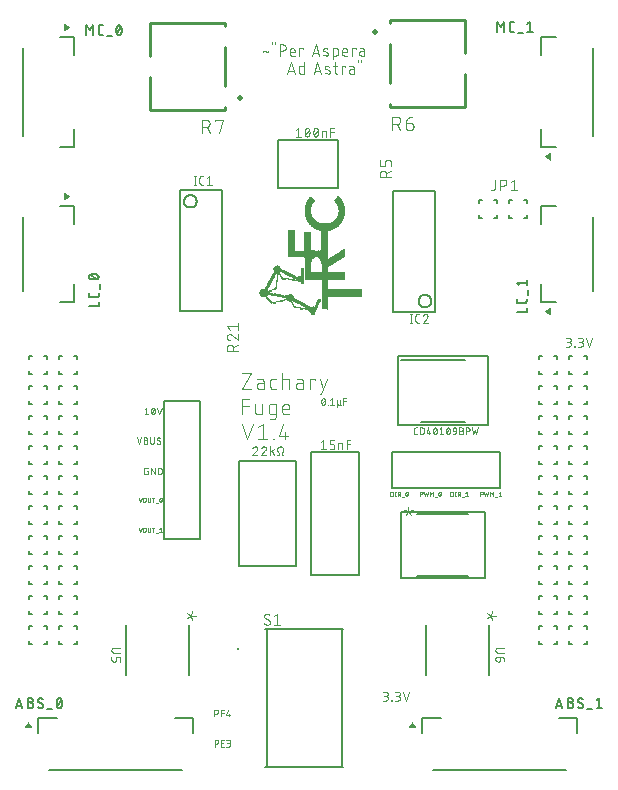
<source format=gbr>
G04 EAGLE Gerber RS-274X export*
G75*
%MOMM*%
%FSLAX34Y34*%
%LPD*%
%INSilkscreen Top*%
%IPPOS*%
%AMOC8*
5,1,8,0,0,1.08239X$1,22.5*%
G01*
%ADD10C,0.050800*%
%ADD11C,0.152400*%
%ADD12C,0.076200*%
%ADD13R,0.042419X0.635000*%
%ADD14R,0.042162X0.635000*%
%ADD15R,0.042162X0.718819*%
%ADD16R,0.042162X0.805181*%
%ADD17R,0.042419X0.762000*%
%ADD18R,0.042419X1.143000*%
%ADD19R,0.042419X0.721363*%
%ADD20R,0.042419X1.397000*%
%ADD21R,0.042162X1.567181*%
%ADD22R,0.042419X0.718819*%
%ADD23R,0.042419X1.734819*%
%ADD24R,0.042419X1.905000*%
%ADD25R,0.042162X0.762000*%
%ADD26R,0.042162X2.032000*%
%ADD27R,0.042419X2.159000*%
%ADD28R,0.042419X2.242819*%
%ADD29R,0.042162X2.372362*%
%ADD30R,0.042419X2.453638*%
%ADD31R,0.042419X0.678181*%
%ADD32R,0.042419X1.226819*%
%ADD33R,0.042162X0.721363*%
%ADD34R,0.042162X1.016000*%
%ADD35R,0.042162X0.932181*%
%ADD36R,0.042419X0.889000*%
%ADD37R,0.042419X0.805181*%
%ADD38R,0.042419X0.845819*%
%ADD39R,0.042162X0.845819*%
%ADD40R,0.042162X0.508000*%
%ADD41R,0.042419X0.381000*%
%ADD42R,0.042419X0.297181*%
%ADD43R,0.042162X0.678181*%
%ADD44R,0.042162X0.170181*%
%ADD45R,0.042419X0.083819*%
%ADD46R,0.042419X0.675638*%
%ADD47R,0.042162X0.675638*%
%ADD48R,0.042162X3.134362*%
%ADD49R,0.042162X3.683000*%
%ADD50R,0.042419X7.239000*%
%ADD51R,0.042162X7.239000*%
%ADD52R,0.042162X3.385819*%
%ADD53R,0.042419X0.972819*%
%ADD54R,0.042419X0.551181*%
%ADD55R,0.042419X0.548638*%
%ADD56R,0.042419X0.591819*%
%ADD57R,0.042162X0.591819*%
%ADD58R,0.042419X0.594363*%
%ADD59R,0.042162X0.548638*%
%ADD60R,0.042419X0.040638*%
%ADD61R,0.042162X0.802638*%
%ADD62R,0.042162X0.127000*%
%ADD63R,0.042419X0.213363*%
%ADD64R,0.042419X0.294637*%
%ADD65R,0.042162X0.467363*%
%ADD66R,0.042419X0.929638*%
%ADD67R,0.042419X0.802638*%
%ADD68R,0.042419X0.975363*%
%ADD69R,0.042162X0.043181*%
%ADD70R,0.042162X0.551181*%
%ADD71R,0.042162X0.972819*%
%ADD72R,0.042162X1.099819*%
%ADD73R,0.042162X0.929638*%
%ADD74R,0.042419X0.464819*%
%ADD75R,0.042419X1.099819*%
%ADD76R,0.042419X4.064000*%
%ADD77R,0.042419X2.413000*%
%ADD78R,0.042162X0.424181*%
%ADD79R,0.042162X4.064000*%
%ADD80R,0.042162X2.329181*%
%ADD81R,0.042419X0.340363*%
%ADD82R,0.042419X2.202181*%
%ADD83R,0.042419X2.075181*%
%ADD84R,0.042162X0.086363*%
%ADD85R,0.042162X0.254000*%
%ADD86R,0.042162X1.948181*%
%ADD87R,0.042419X0.043181*%
%ADD88R,0.042419X1.821181*%
%ADD89R,0.042419X0.254000*%
%ADD90R,0.042419X1.651000*%
%ADD91R,0.042162X0.083819*%
%ADD92R,0.042162X0.297181*%
%ADD93R,0.042162X1.440181*%
%ADD94R,0.042419X1.186181*%
%ADD95R,0.042419X1.818638*%
%ADD96R,0.042419X0.932181*%
%ADD97R,0.042162X1.607819*%
%ADD98R,0.042162X2.202181*%
%ADD99R,0.042162X0.337819*%
%ADD100R,0.042419X1.437638*%
%ADD101R,0.042419X0.086363*%
%ADD102R,0.042162X1.437638*%
%ADD103R,0.042419X0.467363*%
%ADD104R,0.042419X0.424181*%
%ADD105R,0.042162X0.040638*%
%ADD106R,0.042162X0.294637*%
%ADD107R,0.042419X0.337819*%
%ADD108R,0.042162X0.381000*%
%ADD109R,0.042419X0.127000*%
%ADD110R,0.042419X2.286000*%
%ADD111R,0.042419X0.170181*%
%ADD112R,0.042162X2.286000*%
%ADD113R,0.042419X0.167637*%
%ADD114R,0.042419X0.421637*%
%ADD115R,0.042419X0.508000*%
%ADD116R,0.042162X0.464819*%
%ADD117R,0.042419X0.210819*%
%ADD118R,0.042162X0.210819*%
%ADD119R,0.042162X0.167637*%
%ADD120R,0.042162X0.213363*%
%ADD121C,0.101600*%
%ADD122C,0.203200*%
%ADD123C,0.177800*%
%ADD124C,0.508000*%
%ADD125C,0.254000*%
%ADD126C,0.282838*%
%ADD127C,0.127000*%
%ADD128C,0.025400*%

G36*
X48605Y638427D02*
X48605Y638427D01*
X48691Y638429D01*
X48715Y638439D01*
X48742Y638442D01*
X48862Y638499D01*
X48898Y638514D01*
X48904Y638519D01*
X48912Y638522D01*
X52722Y641062D01*
X52749Y641089D01*
X52780Y641107D01*
X52803Y641136D01*
X52840Y641164D01*
X52858Y641194D01*
X52884Y641218D01*
X52904Y641259D01*
X52921Y641281D01*
X52930Y641309D01*
X52959Y641354D01*
X52966Y641389D01*
X52981Y641420D01*
X52986Y641473D01*
X52993Y641493D01*
X52992Y641516D01*
X53004Y641574D01*
X52999Y641609D01*
X53002Y641643D01*
X52987Y641701D01*
X52986Y641718D01*
X52979Y641734D01*
X52970Y641796D01*
X52953Y641826D01*
X52944Y641860D01*
X52908Y641911D01*
X52902Y641925D01*
X52891Y641937D01*
X52861Y641992D01*
X52831Y642018D01*
X52814Y642043D01*
X52775Y642069D01*
X52722Y642118D01*
X48912Y644658D01*
X48887Y644668D01*
X48866Y644685D01*
X48796Y644709D01*
X48754Y644731D01*
X48739Y644733D01*
X48706Y644747D01*
X48679Y644749D01*
X48654Y644757D01*
X48588Y644755D01*
X48569Y644758D01*
X48560Y644758D01*
X48547Y644756D01*
X48482Y644759D01*
X48456Y644751D01*
X48429Y644751D01*
X48359Y644722D01*
X48339Y644719D01*
X48327Y644711D01*
X48268Y644693D01*
X48246Y644676D01*
X48222Y644666D01*
X48168Y644618D01*
X48146Y644604D01*
X48134Y644590D01*
X48090Y644556D01*
X48076Y644533D01*
X48056Y644515D01*
X48026Y644457D01*
X48005Y644430D01*
X47996Y644406D01*
X47971Y644366D01*
X47966Y644339D01*
X47953Y644315D01*
X47944Y644250D01*
X47933Y644218D01*
X47934Y644184D01*
X47926Y644146D01*
X47927Y644139D01*
X47926Y644130D01*
X47926Y639050D01*
X47931Y639024D01*
X47928Y638997D01*
X47950Y638914D01*
X47965Y638829D01*
X47979Y638806D01*
X47986Y638780D01*
X48036Y638710D01*
X48080Y638636D01*
X48100Y638619D01*
X48116Y638597D01*
X48187Y638549D01*
X48254Y638495D01*
X48279Y638486D01*
X48301Y638471D01*
X48385Y638450D01*
X48466Y638423D01*
X48493Y638424D01*
X48519Y638417D01*
X48605Y638427D01*
G37*
G36*
X48605Y495017D02*
X48605Y495017D01*
X48691Y495019D01*
X48715Y495029D01*
X48742Y495032D01*
X48862Y495089D01*
X48898Y495104D01*
X48904Y495109D01*
X48912Y495112D01*
X52722Y497652D01*
X52749Y497679D01*
X52780Y497697D01*
X52803Y497726D01*
X52840Y497754D01*
X52858Y497784D01*
X52884Y497808D01*
X52904Y497849D01*
X52921Y497871D01*
X52930Y497899D01*
X52959Y497944D01*
X52966Y497979D01*
X52981Y498010D01*
X52986Y498063D01*
X52993Y498083D01*
X52992Y498106D01*
X53004Y498164D01*
X52999Y498199D01*
X53002Y498233D01*
X52987Y498291D01*
X52986Y498308D01*
X52979Y498324D01*
X52970Y498386D01*
X52953Y498416D01*
X52944Y498450D01*
X52908Y498501D01*
X52902Y498515D01*
X52891Y498527D01*
X52861Y498582D01*
X52831Y498608D01*
X52814Y498633D01*
X52775Y498659D01*
X52722Y498708D01*
X48912Y501248D01*
X48887Y501258D01*
X48866Y501275D01*
X48796Y501299D01*
X48754Y501321D01*
X48739Y501323D01*
X48706Y501337D01*
X48679Y501339D01*
X48654Y501347D01*
X48588Y501345D01*
X48569Y501348D01*
X48560Y501348D01*
X48547Y501346D01*
X48482Y501349D01*
X48456Y501341D01*
X48429Y501341D01*
X48359Y501312D01*
X48339Y501309D01*
X48327Y501301D01*
X48268Y501283D01*
X48246Y501266D01*
X48222Y501256D01*
X48168Y501208D01*
X48146Y501194D01*
X48134Y501180D01*
X48090Y501146D01*
X48076Y501123D01*
X48056Y501105D01*
X48026Y501047D01*
X48005Y501020D01*
X47996Y500996D01*
X47971Y500956D01*
X47966Y500929D01*
X47953Y500905D01*
X47944Y500840D01*
X47933Y500808D01*
X47934Y500774D01*
X47926Y500736D01*
X47927Y500729D01*
X47926Y500720D01*
X47926Y495640D01*
X47931Y495614D01*
X47928Y495587D01*
X47950Y495504D01*
X47965Y495419D01*
X47979Y495396D01*
X47986Y495370D01*
X48036Y495300D01*
X48080Y495226D01*
X48100Y495209D01*
X48116Y495187D01*
X48187Y495139D01*
X48254Y495085D01*
X48279Y495076D01*
X48301Y495061D01*
X48385Y495040D01*
X48466Y495013D01*
X48493Y495014D01*
X48519Y495007D01*
X48605Y495017D01*
G37*
G36*
X459544Y528729D02*
X459544Y528729D01*
X459571Y528729D01*
X459650Y528762D01*
X459732Y528787D01*
X459754Y528804D01*
X459778Y528814D01*
X459842Y528872D01*
X459910Y528924D01*
X459924Y528947D01*
X459944Y528965D01*
X459983Y529042D01*
X460029Y529114D01*
X460034Y529141D01*
X460047Y529165D01*
X460066Y529295D01*
X460074Y529334D01*
X460073Y529341D01*
X460074Y529350D01*
X460074Y534430D01*
X460070Y534457D01*
X460072Y534483D01*
X460062Y534522D01*
X460061Y534555D01*
X460045Y534593D01*
X460035Y534651D01*
X460021Y534674D01*
X460014Y534700D01*
X459985Y534740D01*
X459976Y534762D01*
X459955Y534786D01*
X459920Y534844D01*
X459900Y534861D01*
X459884Y534883D01*
X459837Y534915D01*
X459825Y534928D01*
X459803Y534939D01*
X459746Y534985D01*
X459721Y534994D01*
X459699Y535009D01*
X459638Y535024D01*
X459625Y535031D01*
X459603Y535034D01*
X459534Y535057D01*
X459507Y535057D01*
X459481Y535063D01*
X459440Y535058D01*
X459431Y535058D01*
X459416Y535056D01*
X459395Y535053D01*
X459309Y535051D01*
X459285Y535041D01*
X459258Y535038D01*
X459222Y535021D01*
X459210Y535019D01*
X459181Y535002D01*
X459138Y534981D01*
X459102Y534966D01*
X459096Y534961D01*
X459088Y534958D01*
X455278Y532418D01*
X455235Y532376D01*
X455220Y532367D01*
X455210Y532354D01*
X455160Y532316D01*
X455142Y532286D01*
X455116Y532262D01*
X455089Y532206D01*
X455079Y532193D01*
X455074Y532178D01*
X455041Y532126D01*
X455034Y532092D01*
X455019Y532060D01*
X455013Y531998D01*
X455007Y531981D01*
X455008Y531963D01*
X454996Y531906D01*
X455001Y531871D01*
X454998Y531837D01*
X455013Y531780D01*
X455014Y531756D01*
X455022Y531736D01*
X455030Y531684D01*
X455047Y531654D01*
X455056Y531620D01*
X455087Y531577D01*
X455098Y531549D01*
X455117Y531527D01*
X455139Y531488D01*
X455169Y531462D01*
X455186Y531437D01*
X455223Y531412D01*
X455250Y531383D01*
X455263Y531376D01*
X455278Y531362D01*
X459088Y528822D01*
X459113Y528812D01*
X459134Y528795D01*
X459215Y528767D01*
X459294Y528733D01*
X459321Y528731D01*
X459346Y528723D01*
X459432Y528725D01*
X459518Y528721D01*
X459544Y528729D01*
G37*
G36*
X459544Y397819D02*
X459544Y397819D01*
X459571Y397819D01*
X459650Y397852D01*
X459732Y397877D01*
X459754Y397894D01*
X459778Y397904D01*
X459842Y397962D01*
X459910Y398014D01*
X459924Y398037D01*
X459944Y398055D01*
X459983Y398132D01*
X460029Y398204D01*
X460034Y398231D01*
X460047Y398255D01*
X460066Y398385D01*
X460074Y398424D01*
X460073Y398431D01*
X460074Y398440D01*
X460074Y403520D01*
X460070Y403547D01*
X460072Y403573D01*
X460062Y403612D01*
X460061Y403645D01*
X460045Y403683D01*
X460035Y403741D01*
X460021Y403764D01*
X460014Y403790D01*
X459985Y403830D01*
X459976Y403852D01*
X459955Y403876D01*
X459920Y403934D01*
X459900Y403951D01*
X459884Y403973D01*
X459837Y404005D01*
X459825Y404018D01*
X459803Y404029D01*
X459746Y404075D01*
X459721Y404084D01*
X459699Y404099D01*
X459638Y404114D01*
X459625Y404121D01*
X459603Y404124D01*
X459534Y404147D01*
X459507Y404147D01*
X459481Y404153D01*
X459440Y404148D01*
X459431Y404148D01*
X459416Y404146D01*
X459395Y404143D01*
X459309Y404141D01*
X459285Y404131D01*
X459258Y404128D01*
X459222Y404111D01*
X459210Y404109D01*
X459181Y404092D01*
X459138Y404071D01*
X459102Y404056D01*
X459096Y404051D01*
X459088Y404048D01*
X455278Y401508D01*
X455235Y401466D01*
X455220Y401457D01*
X455210Y401444D01*
X455160Y401406D01*
X455142Y401376D01*
X455116Y401352D01*
X455089Y401296D01*
X455079Y401283D01*
X455074Y401268D01*
X455041Y401216D01*
X455034Y401182D01*
X455019Y401150D01*
X455013Y401088D01*
X455007Y401071D01*
X455008Y401053D01*
X454996Y400996D01*
X455001Y400961D01*
X454998Y400927D01*
X455013Y400870D01*
X455014Y400846D01*
X455022Y400826D01*
X455030Y400774D01*
X455047Y400744D01*
X455056Y400710D01*
X455087Y400667D01*
X455098Y400639D01*
X455117Y400617D01*
X455139Y400578D01*
X455169Y400552D01*
X455186Y400527D01*
X455223Y400502D01*
X455250Y400473D01*
X455263Y400466D01*
X455278Y400452D01*
X459088Y397912D01*
X459113Y397902D01*
X459134Y397885D01*
X459215Y397857D01*
X459294Y397823D01*
X459321Y397821D01*
X459346Y397813D01*
X459432Y397815D01*
X459518Y397811D01*
X459544Y397819D01*
G37*
G36*
X345527Y47931D02*
X345527Y47931D01*
X345553Y47928D01*
X345636Y47950D01*
X345721Y47965D01*
X345744Y47979D01*
X345770Y47986D01*
X345840Y48036D01*
X345914Y48080D01*
X345931Y48100D01*
X345953Y48116D01*
X346001Y48187D01*
X346055Y48254D01*
X346064Y48279D01*
X346079Y48301D01*
X346100Y48385D01*
X346127Y48466D01*
X346127Y48493D01*
X346133Y48519D01*
X346123Y48605D01*
X346121Y48691D01*
X346111Y48715D01*
X346108Y48742D01*
X346051Y48862D01*
X346036Y48898D01*
X346031Y48904D01*
X346028Y48912D01*
X343488Y52722D01*
X343434Y52778D01*
X343386Y52840D01*
X343361Y52856D01*
X343348Y52870D01*
X343343Y52872D01*
X343332Y52884D01*
X343262Y52917D01*
X343196Y52959D01*
X343162Y52966D01*
X343130Y52981D01*
X343053Y52988D01*
X342976Y53004D01*
X342941Y52999D01*
X342907Y53002D01*
X342831Y52982D01*
X342754Y52970D01*
X342737Y52960D01*
X342736Y52960D01*
X342731Y52957D01*
X342724Y52953D01*
X342690Y52944D01*
X342626Y52899D01*
X342558Y52861D01*
X342547Y52848D01*
X342543Y52846D01*
X342531Y52831D01*
X342507Y52814D01*
X342481Y52775D01*
X342432Y52722D01*
X339892Y48912D01*
X339882Y48887D01*
X339865Y48866D01*
X339837Y48785D01*
X339803Y48706D01*
X339801Y48679D01*
X339793Y48654D01*
X339795Y48568D01*
X339791Y48482D01*
X339799Y48456D01*
X339799Y48429D01*
X339832Y48350D01*
X339857Y48268D01*
X339874Y48246D01*
X339884Y48222D01*
X339942Y48158D01*
X339994Y48090D01*
X340017Y48076D01*
X340035Y48056D01*
X340112Y48017D01*
X340184Y47971D01*
X340211Y47966D01*
X340235Y47953D01*
X340365Y47934D01*
X340404Y47926D01*
X340411Y47927D01*
X340420Y47926D01*
X345500Y47926D01*
X345527Y47931D01*
G37*
G36*
X20407Y47931D02*
X20407Y47931D01*
X20433Y47928D01*
X20516Y47950D01*
X20601Y47965D01*
X20624Y47979D01*
X20650Y47986D01*
X20720Y48036D01*
X20794Y48080D01*
X20811Y48100D01*
X20833Y48116D01*
X20881Y48187D01*
X20935Y48254D01*
X20944Y48279D01*
X20959Y48301D01*
X20980Y48385D01*
X21007Y48466D01*
X21007Y48493D01*
X21013Y48519D01*
X21003Y48605D01*
X21001Y48691D01*
X20991Y48715D01*
X20988Y48742D01*
X20931Y48862D01*
X20916Y48898D01*
X20911Y48904D01*
X20908Y48912D01*
X18368Y52722D01*
X18314Y52778D01*
X18266Y52840D01*
X18241Y52856D01*
X18228Y52870D01*
X18223Y52872D01*
X18212Y52884D01*
X18142Y52917D01*
X18076Y52959D01*
X18042Y52966D01*
X18010Y52981D01*
X17933Y52988D01*
X17856Y53004D01*
X17821Y52999D01*
X17787Y53002D01*
X17711Y52982D01*
X17634Y52970D01*
X17617Y52960D01*
X17616Y52960D01*
X17611Y52957D01*
X17604Y52953D01*
X17570Y52944D01*
X17506Y52899D01*
X17438Y52861D01*
X17427Y52848D01*
X17423Y52846D01*
X17411Y52831D01*
X17387Y52814D01*
X17361Y52775D01*
X17312Y52722D01*
X14772Y48912D01*
X14762Y48887D01*
X14745Y48866D01*
X14717Y48785D01*
X14683Y48706D01*
X14681Y48679D01*
X14673Y48654D01*
X14675Y48568D01*
X14671Y48482D01*
X14679Y48456D01*
X14679Y48429D01*
X14712Y48350D01*
X14737Y48268D01*
X14754Y48246D01*
X14764Y48222D01*
X14822Y48158D01*
X14874Y48090D01*
X14897Y48076D01*
X14915Y48056D01*
X14992Y48017D01*
X15064Y47971D01*
X15091Y47966D01*
X15115Y47953D01*
X15245Y47934D01*
X15284Y47926D01*
X15291Y47927D01*
X15300Y47926D01*
X20380Y47926D01*
X20407Y47931D01*
G37*
D10*
X175209Y32558D02*
X175209Y38146D01*
X176761Y38146D01*
X176761Y38145D02*
X176838Y38143D01*
X176916Y38137D01*
X176992Y38128D01*
X177069Y38114D01*
X177144Y38097D01*
X177218Y38076D01*
X177292Y38051D01*
X177364Y38023D01*
X177434Y37991D01*
X177503Y37956D01*
X177570Y37917D01*
X177635Y37875D01*
X177698Y37830D01*
X177759Y37782D01*
X177817Y37731D01*
X177872Y37677D01*
X177925Y37620D01*
X177974Y37561D01*
X178021Y37499D01*
X178065Y37435D01*
X178105Y37369D01*
X178142Y37301D01*
X178176Y37231D01*
X178206Y37160D01*
X178232Y37087D01*
X178255Y37013D01*
X178274Y36938D01*
X178289Y36863D01*
X178301Y36786D01*
X178309Y36709D01*
X178313Y36632D01*
X178313Y36554D01*
X178309Y36477D01*
X178301Y36400D01*
X178289Y36323D01*
X178274Y36248D01*
X178255Y36173D01*
X178232Y36099D01*
X178206Y36026D01*
X178176Y35955D01*
X178142Y35885D01*
X178105Y35817D01*
X178065Y35751D01*
X178021Y35687D01*
X177974Y35625D01*
X177925Y35566D01*
X177872Y35509D01*
X177817Y35455D01*
X177759Y35404D01*
X177698Y35356D01*
X177635Y35311D01*
X177570Y35269D01*
X177503Y35230D01*
X177434Y35195D01*
X177364Y35163D01*
X177292Y35135D01*
X177218Y35110D01*
X177144Y35089D01*
X177069Y35072D01*
X176992Y35058D01*
X176916Y35049D01*
X176838Y35043D01*
X176761Y35041D01*
X175209Y35041D01*
X180624Y32558D02*
X183107Y32558D01*
X180624Y32558D02*
X180624Y38146D01*
X183107Y38146D01*
X182486Y35662D02*
X180624Y35662D01*
X185185Y32558D02*
X186737Y32558D01*
X186814Y32560D01*
X186892Y32566D01*
X186968Y32575D01*
X187045Y32589D01*
X187120Y32606D01*
X187194Y32627D01*
X187268Y32652D01*
X187340Y32680D01*
X187410Y32712D01*
X187479Y32747D01*
X187546Y32786D01*
X187611Y32828D01*
X187674Y32873D01*
X187735Y32921D01*
X187793Y32972D01*
X187848Y33026D01*
X187901Y33083D01*
X187950Y33142D01*
X187997Y33204D01*
X188041Y33268D01*
X188081Y33334D01*
X188118Y33402D01*
X188152Y33472D01*
X188182Y33543D01*
X188208Y33616D01*
X188231Y33690D01*
X188250Y33765D01*
X188265Y33840D01*
X188277Y33917D01*
X188285Y33994D01*
X188289Y34071D01*
X188289Y34149D01*
X188285Y34226D01*
X188277Y34303D01*
X188265Y34380D01*
X188250Y34455D01*
X188231Y34530D01*
X188208Y34604D01*
X188182Y34677D01*
X188152Y34748D01*
X188118Y34818D01*
X188081Y34886D01*
X188041Y34952D01*
X187997Y35016D01*
X187950Y35078D01*
X187901Y35137D01*
X187848Y35194D01*
X187793Y35248D01*
X187735Y35299D01*
X187674Y35347D01*
X187611Y35392D01*
X187546Y35434D01*
X187479Y35473D01*
X187410Y35508D01*
X187340Y35540D01*
X187268Y35568D01*
X187194Y35593D01*
X187120Y35614D01*
X187045Y35631D01*
X186968Y35645D01*
X186892Y35654D01*
X186814Y35660D01*
X186737Y35662D01*
X187047Y38146D02*
X185185Y38146D01*
X187047Y38146D02*
X187117Y38144D01*
X187186Y38138D01*
X187255Y38128D01*
X187323Y38115D01*
X187391Y38097D01*
X187457Y38076D01*
X187522Y38051D01*
X187586Y38023D01*
X187648Y37991D01*
X187708Y37956D01*
X187766Y37917D01*
X187821Y37875D01*
X187875Y37830D01*
X187925Y37782D01*
X187973Y37732D01*
X188018Y37678D01*
X188060Y37623D01*
X188099Y37565D01*
X188134Y37505D01*
X188166Y37443D01*
X188194Y37379D01*
X188219Y37314D01*
X188240Y37248D01*
X188258Y37180D01*
X188271Y37112D01*
X188281Y37043D01*
X188287Y36974D01*
X188289Y36904D01*
X188287Y36834D01*
X188281Y36765D01*
X188271Y36696D01*
X188258Y36628D01*
X188240Y36560D01*
X188219Y36494D01*
X188194Y36429D01*
X188166Y36365D01*
X188134Y36303D01*
X188099Y36243D01*
X188060Y36185D01*
X188018Y36130D01*
X187973Y36076D01*
X187925Y36026D01*
X187875Y35978D01*
X187821Y35933D01*
X187766Y35891D01*
X187708Y35852D01*
X187648Y35817D01*
X187586Y35785D01*
X187522Y35757D01*
X187457Y35732D01*
X187391Y35711D01*
X187323Y35693D01*
X187255Y35680D01*
X187186Y35670D01*
X187117Y35664D01*
X187047Y35662D01*
X185805Y35662D01*
D11*
X195580Y274320D02*
X243840Y274320D01*
D12*
X211432Y284798D02*
X211430Y284883D01*
X211424Y284968D01*
X211414Y285052D01*
X211401Y285136D01*
X211383Y285220D01*
X211362Y285302D01*
X211337Y285383D01*
X211308Y285463D01*
X211275Y285542D01*
X211239Y285619D01*
X211199Y285694D01*
X211156Y285768D01*
X211110Y285839D01*
X211060Y285908D01*
X211007Y285975D01*
X210951Y286039D01*
X210892Y286100D01*
X210831Y286159D01*
X210767Y286215D01*
X210700Y286268D01*
X210631Y286318D01*
X210560Y286364D01*
X210486Y286407D01*
X210411Y286447D01*
X210334Y286483D01*
X210255Y286516D01*
X210175Y286545D01*
X210094Y286570D01*
X210012Y286591D01*
X209928Y286609D01*
X209844Y286622D01*
X209760Y286632D01*
X209675Y286638D01*
X209590Y286640D01*
X209590Y286639D02*
X209494Y286637D01*
X209398Y286631D01*
X209303Y286621D01*
X209208Y286608D01*
X209113Y286590D01*
X209020Y286569D01*
X208927Y286544D01*
X208836Y286515D01*
X208745Y286483D01*
X208656Y286447D01*
X208569Y286407D01*
X208483Y286364D01*
X208399Y286318D01*
X208317Y286268D01*
X208237Y286214D01*
X208160Y286158D01*
X208085Y286098D01*
X208012Y286036D01*
X207942Y285970D01*
X207874Y285902D01*
X207809Y285831D01*
X207748Y285758D01*
X207689Y285682D01*
X207633Y285603D01*
X207581Y285523D01*
X207532Y285440D01*
X207486Y285356D01*
X207444Y285270D01*
X207406Y285182D01*
X207371Y285093D01*
X207339Y285002D01*
X210818Y283366D02*
X210878Y283425D01*
X210935Y283487D01*
X210990Y283551D01*
X211041Y283618D01*
X211090Y283687D01*
X211136Y283757D01*
X211179Y283830D01*
X211219Y283904D01*
X211255Y283980D01*
X211288Y284058D01*
X211318Y284137D01*
X211345Y284217D01*
X211368Y284298D01*
X211387Y284380D01*
X211403Y284462D01*
X211416Y284546D01*
X211425Y284630D01*
X211430Y284714D01*
X211432Y284798D01*
X210818Y283365D02*
X207340Y279273D01*
X211432Y279273D01*
X218748Y284798D02*
X218746Y284883D01*
X218740Y284968D01*
X218730Y285052D01*
X218717Y285136D01*
X218699Y285220D01*
X218678Y285302D01*
X218653Y285383D01*
X218624Y285463D01*
X218591Y285542D01*
X218555Y285619D01*
X218515Y285694D01*
X218472Y285768D01*
X218426Y285839D01*
X218376Y285908D01*
X218323Y285975D01*
X218267Y286039D01*
X218208Y286100D01*
X218147Y286159D01*
X218083Y286215D01*
X218016Y286268D01*
X217947Y286318D01*
X217876Y286364D01*
X217802Y286407D01*
X217727Y286447D01*
X217650Y286483D01*
X217571Y286516D01*
X217491Y286545D01*
X217410Y286570D01*
X217328Y286591D01*
X217244Y286609D01*
X217160Y286622D01*
X217076Y286632D01*
X216991Y286638D01*
X216906Y286640D01*
X216906Y286639D02*
X216810Y286637D01*
X216714Y286631D01*
X216619Y286621D01*
X216524Y286608D01*
X216429Y286590D01*
X216336Y286569D01*
X216243Y286544D01*
X216152Y286515D01*
X216061Y286483D01*
X215972Y286447D01*
X215885Y286407D01*
X215799Y286364D01*
X215715Y286318D01*
X215633Y286268D01*
X215553Y286214D01*
X215476Y286158D01*
X215401Y286098D01*
X215328Y286036D01*
X215258Y285970D01*
X215190Y285902D01*
X215125Y285831D01*
X215064Y285758D01*
X215005Y285682D01*
X214949Y285603D01*
X214897Y285523D01*
X214848Y285440D01*
X214802Y285356D01*
X214760Y285270D01*
X214722Y285182D01*
X214687Y285093D01*
X214655Y285002D01*
X218133Y283366D02*
X218193Y283425D01*
X218250Y283487D01*
X218305Y283551D01*
X218356Y283618D01*
X218405Y283687D01*
X218451Y283757D01*
X218494Y283830D01*
X218534Y283904D01*
X218570Y283980D01*
X218603Y284058D01*
X218633Y284137D01*
X218660Y284217D01*
X218683Y284298D01*
X218702Y284380D01*
X218718Y284462D01*
X218731Y284546D01*
X218740Y284630D01*
X218745Y284714D01*
X218747Y284798D01*
X218133Y283365D02*
X214655Y279273D01*
X218747Y279273D01*
X222230Y279273D02*
X222230Y286639D01*
X225503Y284184D02*
X222230Y281728D01*
X223662Y282751D02*
X225503Y279273D01*
X228389Y284184D02*
X228391Y284280D01*
X228397Y284377D01*
X228406Y284473D01*
X228419Y284568D01*
X228436Y284663D01*
X228457Y284757D01*
X228481Y284850D01*
X228509Y284943D01*
X228541Y285034D01*
X228576Y285123D01*
X228615Y285212D01*
X228657Y285299D01*
X228702Y285384D01*
X228751Y285467D01*
X228803Y285548D01*
X228858Y285627D01*
X228916Y285704D01*
X228977Y285778D01*
X229041Y285850D01*
X229108Y285920D01*
X229178Y285987D01*
X229250Y286051D01*
X229324Y286112D01*
X229401Y286170D01*
X229480Y286225D01*
X229561Y286277D01*
X229644Y286326D01*
X229729Y286371D01*
X229816Y286413D01*
X229905Y286452D01*
X229994Y286487D01*
X230085Y286519D01*
X230178Y286547D01*
X230271Y286571D01*
X230365Y286592D01*
X230460Y286609D01*
X230555Y286622D01*
X230651Y286631D01*
X230748Y286637D01*
X230844Y286639D01*
X228388Y284184D02*
X228388Y283365D01*
X228390Y283272D01*
X228395Y283180D01*
X228405Y283087D01*
X228418Y282995D01*
X228434Y282904D01*
X228455Y282813D01*
X228478Y282724D01*
X228506Y282635D01*
X228537Y282547D01*
X228571Y282461D01*
X228609Y282377D01*
X228650Y282293D01*
X228695Y282212D01*
X228743Y282132D01*
X228794Y282055D01*
X228848Y281979D01*
X228905Y281906D01*
X228964Y281835D01*
X229027Y281766D01*
X229092Y281700D01*
X229160Y281637D01*
X229231Y281577D01*
X229303Y281519D01*
X229378Y281464D01*
X229456Y281413D01*
X229535Y281364D01*
X229616Y281319D01*
X229616Y279273D01*
X228388Y279273D01*
X233299Y284184D02*
X233297Y284280D01*
X233291Y284377D01*
X233282Y284473D01*
X233269Y284568D01*
X233252Y284663D01*
X233231Y284757D01*
X233207Y284850D01*
X233179Y284943D01*
X233147Y285034D01*
X233112Y285123D01*
X233073Y285212D01*
X233031Y285299D01*
X232986Y285384D01*
X232937Y285467D01*
X232885Y285548D01*
X232830Y285627D01*
X232772Y285704D01*
X232711Y285778D01*
X232647Y285850D01*
X232580Y285920D01*
X232510Y285987D01*
X232438Y286051D01*
X232364Y286112D01*
X232287Y286170D01*
X232208Y286225D01*
X232127Y286277D01*
X232044Y286326D01*
X231959Y286371D01*
X231872Y286413D01*
X231783Y286452D01*
X231694Y286487D01*
X231603Y286519D01*
X231510Y286547D01*
X231417Y286571D01*
X231323Y286592D01*
X231228Y286609D01*
X231133Y286622D01*
X231037Y286631D01*
X230940Y286637D01*
X230844Y286639D01*
X233299Y284184D02*
X233299Y283365D01*
X233297Y283272D01*
X233292Y283180D01*
X233282Y283087D01*
X233269Y282995D01*
X233253Y282904D01*
X233232Y282813D01*
X233209Y282724D01*
X233181Y282635D01*
X233150Y282547D01*
X233116Y282461D01*
X233078Y282377D01*
X233037Y282293D01*
X232992Y282212D01*
X232944Y282132D01*
X232893Y282055D01*
X232839Y281979D01*
X232782Y281906D01*
X232723Y281835D01*
X232660Y281766D01*
X232595Y281700D01*
X232527Y281637D01*
X232456Y281577D01*
X232384Y281519D01*
X232309Y281464D01*
X232231Y281413D01*
X232152Y281364D01*
X232071Y281319D01*
X232071Y279273D01*
X233299Y279273D01*
D11*
X256540Y281940D02*
X297180Y281940D01*
X297180Y177800D01*
X256540Y177800D01*
X256540Y281940D01*
D12*
X265303Y290156D02*
X267349Y291793D01*
X267349Y284427D01*
X265303Y284427D02*
X269395Y284427D01*
X272618Y284427D02*
X275074Y284427D01*
X275152Y284429D01*
X275230Y284434D01*
X275307Y284444D01*
X275384Y284457D01*
X275460Y284473D01*
X275535Y284493D01*
X275609Y284517D01*
X275682Y284544D01*
X275754Y284575D01*
X275824Y284609D01*
X275893Y284646D01*
X275959Y284687D01*
X276024Y284731D01*
X276086Y284777D01*
X276146Y284827D01*
X276204Y284879D01*
X276259Y284934D01*
X276311Y284992D01*
X276361Y285052D01*
X276407Y285114D01*
X276451Y285179D01*
X276492Y285246D01*
X276529Y285314D01*
X276563Y285384D01*
X276594Y285456D01*
X276621Y285529D01*
X276645Y285603D01*
X276665Y285678D01*
X276681Y285754D01*
X276694Y285831D01*
X276704Y285908D01*
X276709Y285986D01*
X276711Y286064D01*
X276710Y286064D02*
X276710Y286882D01*
X276711Y286882D02*
X276709Y286960D01*
X276704Y287038D01*
X276694Y287115D01*
X276681Y287192D01*
X276665Y287268D01*
X276645Y287343D01*
X276621Y287417D01*
X276594Y287490D01*
X276563Y287562D01*
X276529Y287632D01*
X276492Y287701D01*
X276451Y287767D01*
X276407Y287832D01*
X276361Y287894D01*
X276311Y287954D01*
X276259Y288012D01*
X276204Y288067D01*
X276146Y288119D01*
X276086Y288169D01*
X276024Y288215D01*
X275959Y288259D01*
X275893Y288300D01*
X275824Y288337D01*
X275754Y288371D01*
X275682Y288402D01*
X275609Y288429D01*
X275535Y288453D01*
X275460Y288473D01*
X275384Y288489D01*
X275307Y288502D01*
X275230Y288512D01*
X275152Y288517D01*
X275074Y288519D01*
X272618Y288519D01*
X272618Y291793D01*
X276710Y291793D01*
X280099Y289337D02*
X280099Y284427D01*
X280099Y289337D02*
X282145Y289337D01*
X282145Y289338D02*
X282214Y289336D01*
X282282Y289330D01*
X282351Y289321D01*
X282418Y289307D01*
X282485Y289290D01*
X282551Y289269D01*
X282615Y289245D01*
X282678Y289216D01*
X282739Y289185D01*
X282798Y289150D01*
X282856Y289112D01*
X282911Y289070D01*
X282963Y289026D01*
X283013Y288978D01*
X283061Y288928D01*
X283105Y288876D01*
X283147Y288821D01*
X283185Y288763D01*
X283220Y288704D01*
X283251Y288643D01*
X283280Y288580D01*
X283304Y288516D01*
X283325Y288450D01*
X283342Y288383D01*
X283356Y288316D01*
X283365Y288247D01*
X283371Y288179D01*
X283373Y288110D01*
X283373Y284427D01*
X287020Y284427D02*
X287020Y291793D01*
X290294Y291793D01*
X290294Y288519D02*
X287020Y288519D01*
X244221Y554750D02*
X246267Y556387D01*
X246267Y549021D01*
X244221Y549021D02*
X248313Y549021D01*
X251537Y552704D02*
X251539Y552857D01*
X251545Y553010D01*
X251554Y553162D01*
X251568Y553315D01*
X251585Y553467D01*
X251606Y553618D01*
X251631Y553769D01*
X251660Y553919D01*
X251692Y554069D01*
X251729Y554217D01*
X251769Y554365D01*
X251812Y554512D01*
X251860Y554657D01*
X251911Y554801D01*
X251965Y554944D01*
X252024Y555086D01*
X252085Y555225D01*
X252151Y555364D01*
X252150Y555364D02*
X252176Y555434D01*
X252206Y555504D01*
X252239Y555571D01*
X252275Y555637D01*
X252314Y555701D01*
X252357Y555763D01*
X252403Y555822D01*
X252451Y555880D01*
X252502Y555934D01*
X252556Y555987D01*
X252613Y556036D01*
X252672Y556083D01*
X252733Y556126D01*
X252796Y556167D01*
X252861Y556204D01*
X252928Y556239D01*
X252997Y556269D01*
X253067Y556297D01*
X253138Y556320D01*
X253210Y556341D01*
X253283Y556357D01*
X253357Y556370D01*
X253432Y556380D01*
X253507Y556385D01*
X253582Y556387D01*
X253657Y556385D01*
X253732Y556380D01*
X253807Y556370D01*
X253881Y556357D01*
X253954Y556341D01*
X254026Y556320D01*
X254097Y556297D01*
X254167Y556269D01*
X254236Y556239D01*
X254303Y556204D01*
X254368Y556167D01*
X254431Y556126D01*
X254492Y556083D01*
X254551Y556036D01*
X254608Y555987D01*
X254662Y555934D01*
X254713Y555880D01*
X254762Y555822D01*
X254807Y555763D01*
X254850Y555701D01*
X254889Y555637D01*
X254926Y555571D01*
X254958Y555503D01*
X254988Y555434D01*
X255014Y555364D01*
X255079Y555226D01*
X255141Y555086D01*
X255199Y554944D01*
X255254Y554801D01*
X255305Y554657D01*
X255353Y554512D01*
X255396Y554365D01*
X255436Y554218D01*
X255473Y554069D01*
X255505Y553919D01*
X255534Y553769D01*
X255559Y553618D01*
X255580Y553467D01*
X255597Y553315D01*
X255611Y553162D01*
X255620Y553010D01*
X255626Y552857D01*
X255628Y552704D01*
X251536Y552704D02*
X251538Y552551D01*
X251544Y552398D01*
X251553Y552245D01*
X251567Y552093D01*
X251584Y551941D01*
X251605Y551790D01*
X251630Y551639D01*
X251659Y551488D01*
X251691Y551339D01*
X251728Y551190D01*
X251768Y551043D01*
X251811Y550896D01*
X251859Y550751D01*
X251910Y550606D01*
X251965Y550464D01*
X252023Y550322D01*
X252085Y550182D01*
X252150Y550044D01*
X252176Y549973D01*
X252206Y549904D01*
X252239Y549837D01*
X252275Y549771D01*
X252314Y549707D01*
X252357Y549645D01*
X252403Y549586D01*
X252451Y549528D01*
X252502Y549474D01*
X252556Y549421D01*
X252613Y549372D01*
X252672Y549325D01*
X252733Y549282D01*
X252796Y549241D01*
X252861Y549204D01*
X252928Y549169D01*
X252997Y549139D01*
X253067Y549111D01*
X253138Y549088D01*
X253210Y549067D01*
X253283Y549051D01*
X253357Y549038D01*
X253432Y549028D01*
X253507Y549023D01*
X253582Y549021D01*
X255014Y550044D02*
X255079Y550182D01*
X255141Y550322D01*
X255199Y550464D01*
X255254Y550607D01*
X255305Y550751D01*
X255353Y550896D01*
X255396Y551043D01*
X255436Y551191D01*
X255473Y551339D01*
X255505Y551489D01*
X255534Y551639D01*
X255559Y551790D01*
X255580Y551941D01*
X255597Y552093D01*
X255611Y552246D01*
X255620Y552398D01*
X255626Y552551D01*
X255628Y552704D01*
X255014Y550044D02*
X254988Y549974D01*
X254958Y549904D01*
X254926Y549837D01*
X254889Y549771D01*
X254850Y549707D01*
X254807Y549645D01*
X254761Y549586D01*
X254713Y549528D01*
X254662Y549474D01*
X254608Y549421D01*
X254551Y549372D01*
X254492Y549325D01*
X254431Y549282D01*
X254368Y549241D01*
X254303Y549204D01*
X254236Y549169D01*
X254167Y549139D01*
X254097Y549111D01*
X254026Y549088D01*
X253954Y549067D01*
X253881Y549051D01*
X253807Y549038D01*
X253732Y549028D01*
X253657Y549023D01*
X253582Y549021D01*
X251945Y550658D02*
X255219Y554750D01*
X258852Y552704D02*
X258854Y552857D01*
X258860Y553010D01*
X258869Y553162D01*
X258883Y553315D01*
X258900Y553467D01*
X258921Y553618D01*
X258946Y553769D01*
X258975Y553919D01*
X259007Y554069D01*
X259044Y554217D01*
X259084Y554365D01*
X259127Y554512D01*
X259175Y554657D01*
X259226Y554801D01*
X259280Y554944D01*
X259339Y555086D01*
X259400Y555225D01*
X259466Y555364D01*
X259492Y555434D01*
X259522Y555504D01*
X259555Y555571D01*
X259591Y555637D01*
X259630Y555701D01*
X259673Y555763D01*
X259719Y555822D01*
X259767Y555880D01*
X259818Y555934D01*
X259872Y555987D01*
X259929Y556036D01*
X259988Y556083D01*
X260049Y556126D01*
X260112Y556167D01*
X260177Y556204D01*
X260244Y556239D01*
X260313Y556269D01*
X260383Y556297D01*
X260454Y556320D01*
X260526Y556341D01*
X260599Y556357D01*
X260673Y556370D01*
X260748Y556380D01*
X260823Y556385D01*
X260898Y556387D01*
X260973Y556385D01*
X261048Y556380D01*
X261123Y556370D01*
X261197Y556357D01*
X261270Y556341D01*
X261342Y556320D01*
X261413Y556297D01*
X261483Y556269D01*
X261552Y556239D01*
X261619Y556204D01*
X261684Y556167D01*
X261747Y556126D01*
X261808Y556083D01*
X261867Y556036D01*
X261924Y555987D01*
X261978Y555934D01*
X262029Y555880D01*
X262078Y555822D01*
X262123Y555763D01*
X262166Y555701D01*
X262205Y555637D01*
X262242Y555571D01*
X262274Y555503D01*
X262304Y555434D01*
X262330Y555364D01*
X262395Y555226D01*
X262457Y555086D01*
X262515Y554944D01*
X262570Y554801D01*
X262621Y554657D01*
X262669Y554512D01*
X262712Y554365D01*
X262752Y554218D01*
X262789Y554069D01*
X262821Y553919D01*
X262850Y553769D01*
X262875Y553618D01*
X262896Y553467D01*
X262913Y553315D01*
X262927Y553162D01*
X262936Y553010D01*
X262942Y552857D01*
X262944Y552704D01*
X258851Y552704D02*
X258853Y552551D01*
X258859Y552398D01*
X258868Y552245D01*
X258882Y552093D01*
X258899Y551941D01*
X258920Y551790D01*
X258945Y551639D01*
X258974Y551488D01*
X259006Y551339D01*
X259043Y551190D01*
X259083Y551043D01*
X259126Y550896D01*
X259174Y550751D01*
X259225Y550606D01*
X259280Y550464D01*
X259338Y550322D01*
X259400Y550182D01*
X259465Y550044D01*
X259466Y550044D02*
X259492Y549973D01*
X259522Y549904D01*
X259555Y549837D01*
X259591Y549771D01*
X259630Y549707D01*
X259673Y549645D01*
X259719Y549586D01*
X259767Y549528D01*
X259818Y549474D01*
X259872Y549421D01*
X259929Y549372D01*
X259988Y549325D01*
X260049Y549282D01*
X260112Y549241D01*
X260177Y549204D01*
X260244Y549169D01*
X260313Y549139D01*
X260383Y549111D01*
X260454Y549088D01*
X260526Y549067D01*
X260599Y549051D01*
X260673Y549038D01*
X260748Y549028D01*
X260823Y549023D01*
X260898Y549021D01*
X262329Y550044D02*
X262394Y550182D01*
X262456Y550322D01*
X262514Y550464D01*
X262569Y550607D01*
X262620Y550751D01*
X262668Y550896D01*
X262711Y551043D01*
X262751Y551191D01*
X262788Y551339D01*
X262820Y551489D01*
X262849Y551639D01*
X262874Y551790D01*
X262895Y551941D01*
X262912Y552093D01*
X262926Y552246D01*
X262935Y552398D01*
X262941Y552551D01*
X262943Y552704D01*
X262330Y550044D02*
X262304Y549974D01*
X262274Y549904D01*
X262242Y549837D01*
X262205Y549771D01*
X262166Y549707D01*
X262123Y549645D01*
X262077Y549586D01*
X262029Y549528D01*
X261978Y549474D01*
X261924Y549421D01*
X261867Y549372D01*
X261808Y549325D01*
X261747Y549282D01*
X261684Y549241D01*
X261619Y549204D01*
X261552Y549169D01*
X261483Y549139D01*
X261413Y549111D01*
X261342Y549088D01*
X261270Y549067D01*
X261197Y549051D01*
X261123Y549038D01*
X261048Y549028D01*
X260973Y549023D01*
X260898Y549021D01*
X259261Y550658D02*
X262534Y554750D01*
X266332Y553932D02*
X266332Y549021D01*
X266332Y553932D02*
X268378Y553932D01*
X268447Y553930D01*
X268515Y553924D01*
X268584Y553915D01*
X268651Y553901D01*
X268718Y553884D01*
X268784Y553863D01*
X268848Y553839D01*
X268911Y553810D01*
X268972Y553779D01*
X269031Y553744D01*
X269089Y553706D01*
X269144Y553664D01*
X269196Y553620D01*
X269246Y553572D01*
X269294Y553522D01*
X269338Y553470D01*
X269380Y553415D01*
X269418Y553357D01*
X269453Y553298D01*
X269484Y553237D01*
X269513Y553174D01*
X269537Y553110D01*
X269558Y553044D01*
X269575Y552977D01*
X269589Y552910D01*
X269598Y552841D01*
X269604Y552773D01*
X269606Y552704D01*
X269606Y549021D01*
X273254Y549021D02*
X273254Y556387D01*
X276527Y556387D01*
X276527Y553113D02*
X273254Y553113D01*
D11*
X279400Y546100D02*
X228600Y546100D01*
X279400Y546100D02*
X279400Y505460D01*
X228600Y505460D01*
X228600Y546100D01*
D12*
X317881Y71501D02*
X319927Y71501D01*
X320016Y71503D01*
X320105Y71509D01*
X320194Y71519D01*
X320282Y71532D01*
X320370Y71549D01*
X320457Y71571D01*
X320542Y71596D01*
X320627Y71624D01*
X320710Y71657D01*
X320792Y71693D01*
X320872Y71732D01*
X320950Y71775D01*
X321026Y71821D01*
X321101Y71871D01*
X321173Y71924D01*
X321242Y71980D01*
X321309Y72039D01*
X321374Y72100D01*
X321435Y72165D01*
X321494Y72232D01*
X321550Y72301D01*
X321603Y72373D01*
X321653Y72448D01*
X321699Y72524D01*
X321742Y72602D01*
X321781Y72682D01*
X321817Y72764D01*
X321850Y72847D01*
X321878Y72932D01*
X321903Y73017D01*
X321925Y73104D01*
X321942Y73192D01*
X321955Y73280D01*
X321965Y73369D01*
X321971Y73458D01*
X321973Y73547D01*
X321971Y73636D01*
X321965Y73725D01*
X321955Y73814D01*
X321942Y73902D01*
X321925Y73990D01*
X321903Y74077D01*
X321878Y74162D01*
X321850Y74247D01*
X321817Y74330D01*
X321781Y74412D01*
X321742Y74492D01*
X321699Y74570D01*
X321653Y74646D01*
X321603Y74721D01*
X321550Y74793D01*
X321494Y74862D01*
X321435Y74929D01*
X321374Y74994D01*
X321309Y75055D01*
X321242Y75114D01*
X321173Y75170D01*
X321101Y75223D01*
X321026Y75273D01*
X320950Y75319D01*
X320872Y75362D01*
X320792Y75401D01*
X320710Y75437D01*
X320627Y75470D01*
X320542Y75498D01*
X320457Y75523D01*
X320370Y75545D01*
X320282Y75562D01*
X320194Y75575D01*
X320105Y75585D01*
X320016Y75591D01*
X319927Y75593D01*
X320336Y78867D02*
X317881Y78867D01*
X320336Y78867D02*
X320415Y78865D01*
X320494Y78859D01*
X320573Y78850D01*
X320651Y78837D01*
X320728Y78819D01*
X320804Y78799D01*
X320879Y78774D01*
X320953Y78746D01*
X321026Y78715D01*
X321097Y78679D01*
X321166Y78641D01*
X321233Y78599D01*
X321298Y78554D01*
X321361Y78506D01*
X321422Y78455D01*
X321479Y78401D01*
X321535Y78345D01*
X321587Y78286D01*
X321637Y78224D01*
X321683Y78160D01*
X321727Y78094D01*
X321767Y78026D01*
X321803Y77956D01*
X321837Y77884D01*
X321867Y77810D01*
X321893Y77736D01*
X321916Y77660D01*
X321934Y77583D01*
X321950Y77506D01*
X321961Y77427D01*
X321969Y77349D01*
X321973Y77270D01*
X321973Y77190D01*
X321969Y77111D01*
X321961Y77033D01*
X321950Y76954D01*
X321934Y76877D01*
X321916Y76800D01*
X321893Y76724D01*
X321867Y76650D01*
X321837Y76576D01*
X321803Y76504D01*
X321767Y76434D01*
X321727Y76366D01*
X321683Y76300D01*
X321637Y76236D01*
X321587Y76174D01*
X321535Y76115D01*
X321479Y76059D01*
X321422Y76005D01*
X321361Y75954D01*
X321298Y75906D01*
X321233Y75861D01*
X321166Y75819D01*
X321097Y75781D01*
X321026Y75745D01*
X320953Y75714D01*
X320879Y75686D01*
X320804Y75661D01*
X320728Y75641D01*
X320651Y75623D01*
X320573Y75610D01*
X320494Y75601D01*
X320415Y75595D01*
X320336Y75593D01*
X318699Y75593D01*
X324843Y71910D02*
X324843Y71501D01*
X324843Y71910D02*
X325252Y71910D01*
X325252Y71501D01*
X324843Y71501D01*
X328122Y71501D02*
X330168Y71501D01*
X330257Y71503D01*
X330346Y71509D01*
X330435Y71519D01*
X330523Y71532D01*
X330611Y71549D01*
X330698Y71571D01*
X330783Y71596D01*
X330868Y71624D01*
X330951Y71657D01*
X331033Y71693D01*
X331113Y71732D01*
X331191Y71775D01*
X331267Y71821D01*
X331342Y71871D01*
X331414Y71924D01*
X331483Y71980D01*
X331550Y72039D01*
X331615Y72100D01*
X331676Y72165D01*
X331735Y72232D01*
X331791Y72301D01*
X331844Y72373D01*
X331894Y72448D01*
X331940Y72524D01*
X331983Y72602D01*
X332022Y72682D01*
X332058Y72764D01*
X332091Y72847D01*
X332119Y72932D01*
X332144Y73017D01*
X332166Y73104D01*
X332183Y73192D01*
X332196Y73280D01*
X332206Y73369D01*
X332212Y73458D01*
X332214Y73547D01*
X332212Y73636D01*
X332206Y73725D01*
X332196Y73814D01*
X332183Y73902D01*
X332166Y73990D01*
X332144Y74077D01*
X332119Y74162D01*
X332091Y74247D01*
X332058Y74330D01*
X332022Y74412D01*
X331983Y74492D01*
X331940Y74570D01*
X331894Y74646D01*
X331844Y74721D01*
X331791Y74793D01*
X331735Y74862D01*
X331676Y74929D01*
X331615Y74994D01*
X331550Y75055D01*
X331483Y75114D01*
X331414Y75170D01*
X331342Y75223D01*
X331267Y75273D01*
X331191Y75319D01*
X331113Y75362D01*
X331033Y75401D01*
X330951Y75437D01*
X330868Y75470D01*
X330783Y75498D01*
X330698Y75523D01*
X330611Y75545D01*
X330523Y75562D01*
X330435Y75575D01*
X330346Y75585D01*
X330257Y75591D01*
X330168Y75593D01*
X330578Y78867D02*
X328122Y78867D01*
X330578Y78867D02*
X330657Y78865D01*
X330736Y78859D01*
X330815Y78850D01*
X330893Y78837D01*
X330970Y78819D01*
X331046Y78799D01*
X331121Y78774D01*
X331195Y78746D01*
X331268Y78715D01*
X331339Y78679D01*
X331408Y78641D01*
X331475Y78599D01*
X331540Y78554D01*
X331603Y78506D01*
X331664Y78455D01*
X331721Y78401D01*
X331777Y78345D01*
X331829Y78286D01*
X331879Y78224D01*
X331925Y78160D01*
X331969Y78094D01*
X332009Y78026D01*
X332045Y77956D01*
X332079Y77884D01*
X332109Y77810D01*
X332135Y77736D01*
X332158Y77660D01*
X332176Y77583D01*
X332192Y77506D01*
X332203Y77427D01*
X332211Y77349D01*
X332215Y77270D01*
X332215Y77190D01*
X332211Y77111D01*
X332203Y77033D01*
X332192Y76954D01*
X332176Y76877D01*
X332158Y76800D01*
X332135Y76724D01*
X332109Y76650D01*
X332079Y76576D01*
X332045Y76504D01*
X332009Y76434D01*
X331969Y76366D01*
X331925Y76300D01*
X331879Y76236D01*
X331829Y76174D01*
X331777Y76115D01*
X331721Y76059D01*
X331664Y76005D01*
X331603Y75954D01*
X331540Y75906D01*
X331475Y75861D01*
X331408Y75819D01*
X331339Y75781D01*
X331268Y75745D01*
X331195Y75714D01*
X331121Y75686D01*
X331046Y75661D01*
X330970Y75641D01*
X330893Y75623D01*
X330815Y75610D01*
X330736Y75601D01*
X330657Y75595D01*
X330578Y75593D01*
X328941Y75593D01*
X335028Y78867D02*
X337484Y71501D01*
X339939Y78867D01*
D13*
X299721Y416170D03*
D14*
X299298Y416170D03*
D13*
X298875Y416170D03*
X298451Y416170D03*
D14*
X298028Y416170D03*
D13*
X297605Y416170D03*
X297181Y416170D03*
D14*
X296758Y416170D03*
D13*
X296335Y416170D03*
X295911Y416170D03*
D14*
X295488Y416170D03*
D13*
X295065Y416170D03*
X294641Y416170D03*
D14*
X294218Y416170D03*
D13*
X293795Y416170D03*
X293371Y416170D03*
D14*
X292948Y416170D03*
D13*
X292525Y416170D03*
X292101Y416170D03*
D14*
X291678Y416170D03*
D13*
X291255Y416170D03*
X290831Y416170D03*
D14*
X290408Y416170D03*
D13*
X289985Y416170D03*
X289561Y416170D03*
D14*
X289138Y416170D03*
D13*
X288715Y416170D03*
X288291Y416170D03*
D14*
X287868Y416170D03*
D13*
X287445Y416170D03*
X287021Y416170D03*
D14*
X286598Y416170D03*
D13*
X286175Y416170D03*
X285751Y416170D03*
D14*
X285328Y416170D03*
X285328Y431003D03*
D15*
X285328Y450041D03*
D16*
X285328Y486032D03*
D13*
X284905Y416170D03*
X284905Y431003D03*
D17*
X284905Y449825D03*
D18*
X284905Y486020D03*
D13*
X284481Y416170D03*
X284481Y431003D03*
D19*
X284481Y449621D03*
D20*
X284481Y486020D03*
D14*
X284058Y416170D03*
X284058Y431003D03*
D15*
X284058Y449202D03*
D21*
X284058Y486032D03*
D13*
X283635Y416170D03*
X283635Y431003D03*
D22*
X283635Y449202D03*
D23*
X283635Y486032D03*
D13*
X283211Y416170D03*
X283211Y431003D03*
D22*
X283211Y448771D03*
D24*
X283211Y486020D03*
D14*
X282788Y416170D03*
X282788Y431003D03*
D25*
X282788Y448555D03*
D26*
X282788Y485816D03*
D13*
X282365Y416170D03*
X282365Y431003D03*
D19*
X282365Y448351D03*
D27*
X282365Y486020D03*
D13*
X281941Y416170D03*
X281941Y431003D03*
D22*
X281941Y447932D03*
D28*
X281941Y486032D03*
D14*
X281518Y416170D03*
X281518Y431003D03*
D15*
X281518Y447932D03*
D29*
X281518Y485816D03*
D13*
X281095Y416170D03*
X281095Y431003D03*
D22*
X281095Y447501D03*
D30*
X281095Y485816D03*
D13*
X280671Y416170D03*
X280671Y431003D03*
D31*
X280671Y447297D03*
D32*
X280671Y479251D03*
D18*
X280671Y492801D03*
D14*
X280248Y416170D03*
X280248Y431003D03*
D33*
X280248Y447081D03*
D34*
X280248Y477765D03*
D35*
X280248Y493856D03*
D13*
X279825Y416170D03*
X279825Y431003D03*
D31*
X279825Y446866D03*
D36*
X279825Y477130D03*
D37*
X279825Y494491D03*
D13*
X279401Y416170D03*
X279401Y431003D03*
D22*
X279401Y446662D03*
D38*
X279401Y476507D03*
D13*
X279401Y494503D03*
D14*
X278978Y416170D03*
X278978Y431003D03*
D15*
X278978Y446231D03*
D39*
X278978Y476076D03*
D40*
X278978Y494706D03*
D13*
X278555Y416170D03*
X278555Y431003D03*
D31*
X278555Y446027D03*
D37*
X278555Y475441D03*
D41*
X278555Y494503D03*
D13*
X278131Y416170D03*
X278131Y431003D03*
D19*
X278131Y445811D03*
D17*
X278131Y475225D03*
D42*
X278131Y494491D03*
D14*
X277708Y416170D03*
X277708Y431003D03*
D43*
X277708Y445596D03*
D25*
X277708Y474818D03*
D44*
X277708Y494287D03*
D13*
X277285Y416170D03*
X277285Y431003D03*
D22*
X277285Y445392D03*
X277285Y474602D03*
D45*
X277285Y494287D03*
D13*
X276861Y416170D03*
X276861Y431003D03*
D46*
X276861Y445176D03*
D22*
X276861Y474171D03*
D14*
X276438Y416170D03*
X276438Y431003D03*
D43*
X276438Y444757D03*
X276438Y473967D03*
D13*
X276015Y416170D03*
X276015Y431003D03*
D31*
X276015Y444757D03*
D19*
X276015Y473751D03*
D13*
X275591Y416170D03*
X275591Y431003D03*
D31*
X275591Y444326D03*
X275591Y473536D03*
D14*
X275168Y416170D03*
X275168Y431003D03*
D47*
X275168Y443906D03*
X275168Y473116D03*
D13*
X274745Y416170D03*
X274745Y431003D03*
D46*
X274745Y443906D03*
X274745Y473116D03*
D13*
X274321Y416170D03*
X274321Y431003D03*
D31*
X274321Y443487D03*
D13*
X274321Y472913D03*
D14*
X273898Y416170D03*
X273898Y431003D03*
D43*
X273898Y443487D03*
X273898Y472697D03*
D13*
X273475Y416170D03*
X273475Y431003D03*
D31*
X273475Y443056D03*
X273475Y472697D03*
D13*
X273051Y416170D03*
X273051Y431003D03*
X273051Y442840D03*
X273051Y472481D03*
D14*
X272628Y416170D03*
X272628Y431003D03*
D47*
X272628Y442636D03*
D14*
X272628Y472481D03*
D13*
X272205Y416170D03*
X272205Y431003D03*
D31*
X272205Y442217D03*
D13*
X272205Y472481D03*
X271781Y416170D03*
X271781Y431003D03*
D31*
X271781Y442217D03*
D13*
X271781Y472050D03*
D48*
X271358Y418506D03*
D49*
X271358Y456810D03*
D50*
X270935Y439030D03*
X270511Y439030D03*
D51*
X270088Y439030D03*
D50*
X269665Y439030D03*
X269241Y439030D03*
D51*
X268818Y439030D03*
D50*
X268395Y439030D03*
X267971Y439030D03*
D51*
X267548Y439030D03*
D50*
X267125Y439030D03*
X266701Y439030D03*
D14*
X266278Y431003D03*
D52*
X266278Y458296D03*
D13*
X265855Y431003D03*
D53*
X265855Y447932D03*
D31*
X265855Y472266D03*
D45*
X265431Y410467D03*
D13*
X265431Y431003D03*
D38*
X265431Y448136D03*
D13*
X265431Y472481D03*
D44*
X265008Y410036D03*
D14*
X265008Y431003D03*
D25*
X265008Y448555D03*
D14*
X265008Y472481D03*
D42*
X264585Y409832D03*
D13*
X264585Y431003D03*
D22*
X264585Y448771D03*
D31*
X264585Y472697D03*
D41*
X264161Y409413D03*
D13*
X264161Y431003D03*
D46*
X264161Y448986D03*
D31*
X264161Y472697D03*
D40*
X263738Y409185D03*
D14*
X263738Y431003D03*
X263738Y449190D03*
X263738Y472913D03*
D54*
X263315Y408562D03*
D13*
X263315Y431003D03*
X263315Y449190D03*
D46*
X263315Y473116D03*
D55*
X262891Y407711D03*
D13*
X262891Y431003D03*
D56*
X262891Y449406D03*
D46*
X262891Y473116D03*
D57*
X262468Y406657D03*
D14*
X262468Y431003D03*
D57*
X262468Y449406D03*
D43*
X262468Y473536D03*
D58*
X262045Y405806D03*
D13*
X262045Y431003D03*
D56*
X262045Y449406D03*
D31*
X262045Y473536D03*
D54*
X261621Y404752D03*
D13*
X261621Y431003D03*
D56*
X261621Y449406D03*
D19*
X261621Y473751D03*
D59*
X261198Y403901D03*
D14*
X261198Y431003D03*
D57*
X261198Y449406D03*
D15*
X261198Y474171D03*
D54*
X260775Y403051D03*
D13*
X260775Y431003D03*
D56*
X260775Y449406D03*
D17*
X260775Y474386D03*
D54*
X260351Y402212D03*
D13*
X260351Y431003D03*
D56*
X260351Y449406D03*
D17*
X260351Y474818D03*
D60*
X260351Y494071D03*
D14*
X259928Y401361D03*
X259928Y431003D03*
X259928Y449190D03*
D61*
X259928Y475021D03*
D62*
X259928Y494071D03*
D22*
X259505Y400942D03*
D13*
X259505Y431003D03*
X259505Y449190D03*
D37*
X259505Y475441D03*
D63*
X259505Y494071D03*
D17*
X259081Y401158D03*
D13*
X259081Y431003D03*
D46*
X259081Y448986D03*
D37*
X259081Y475872D03*
D64*
X259081Y494071D03*
D33*
X258658Y401361D03*
D14*
X258658Y431003D03*
D15*
X258658Y448771D03*
D39*
X258658Y476507D03*
D65*
X258658Y494071D03*
D19*
X258235Y401361D03*
D13*
X258235Y431003D03*
D17*
X258235Y448555D03*
D66*
X258235Y476926D03*
D55*
X258235Y494071D03*
D31*
X257811Y401577D03*
D13*
X257811Y431003D03*
D67*
X257811Y448351D03*
D68*
X257811Y477561D03*
D22*
X257811Y493652D03*
D69*
X257388Y398402D03*
D70*
X257388Y402212D03*
D14*
X257388Y431003D03*
D71*
X257388Y447932D03*
D72*
X257388Y478616D03*
D73*
X257388Y493436D03*
D74*
X256965Y402212D03*
D13*
X256965Y431003D03*
D75*
X256965Y446866D03*
D30*
X256965Y485816D03*
D74*
X256541Y402212D03*
D76*
X256541Y448148D03*
D77*
X256541Y486020D03*
D78*
X256118Y402847D03*
D79*
X256118Y448148D03*
D80*
X256118Y486032D03*
D81*
X255695Y403266D03*
D76*
X255695Y448148D03*
D82*
X255695Y486236D03*
D41*
X255271Y403470D03*
D76*
X255271Y448148D03*
D83*
X255271Y486032D03*
D84*
X254848Y401996D03*
D85*
X254848Y404105D03*
D79*
X254848Y448148D03*
D86*
X254848Y486236D03*
D87*
X254425Y402212D03*
D42*
X254425Y404321D03*
D76*
X254425Y448148D03*
D88*
X254425Y486032D03*
D45*
X254001Y402416D03*
D89*
X254001Y404536D03*
D76*
X254001Y448148D03*
D90*
X254001Y486020D03*
D91*
X253578Y402416D03*
D92*
X253578Y404752D03*
D79*
X253578Y448148D03*
D93*
X253578Y486236D03*
D45*
X253155Y402416D03*
D89*
X253155Y404968D03*
D76*
X253155Y448148D03*
D94*
X253155Y486236D03*
D45*
X252731Y402416D03*
D89*
X252731Y405375D03*
D95*
X252731Y436921D03*
D82*
X252731Y457457D03*
D96*
X252731Y486236D03*
D91*
X252308Y402847D03*
D92*
X252308Y405591D03*
D97*
X252308Y435867D03*
D98*
X252308Y457457D03*
D99*
X252308Y486667D03*
D45*
X251885Y402847D03*
D89*
X251885Y405806D03*
D82*
X251885Y457457D03*
D45*
X251461Y402847D03*
D42*
X251461Y406022D03*
D13*
X251461Y449621D03*
D91*
X251038Y402847D03*
D85*
X251038Y406238D03*
D57*
X251038Y449406D03*
D45*
X250615Y402847D03*
D64*
X250615Y406441D03*
D100*
X250615Y431206D03*
D56*
X250615Y449406D03*
D101*
X250191Y403266D03*
D89*
X250191Y406645D03*
D100*
X250191Y431206D03*
D56*
X250191Y449406D03*
D84*
X249768Y403266D03*
D92*
X249768Y406861D03*
D102*
X249768Y431206D03*
D57*
X249768Y449406D03*
D101*
X249345Y403266D03*
D89*
X249345Y407076D03*
D100*
X249345Y431206D03*
D56*
X249345Y449406D03*
D101*
X248921Y403266D03*
D42*
X248921Y407292D03*
D100*
X248921Y431206D03*
D56*
X248921Y449406D03*
D84*
X248498Y403266D03*
D85*
X248498Y407508D03*
D59*
X248498Y428031D03*
D57*
X248498Y449406D03*
D87*
X248075Y403482D03*
D64*
X248075Y407711D03*
D55*
X248075Y428031D03*
D56*
X248075Y449406D03*
D45*
X247651Y403686D03*
D89*
X247651Y407915D03*
D55*
X247651Y428031D03*
D56*
X247651Y449406D03*
D91*
X247228Y403686D03*
D85*
X247228Y408346D03*
D59*
X247228Y428031D03*
D57*
X247228Y449406D03*
D45*
X246805Y403686D03*
D42*
X246805Y408562D03*
D103*
X246805Y428031D03*
D56*
X246805Y449406D03*
D45*
X246381Y403686D03*
D89*
X246381Y408778D03*
D104*
X246381Y428247D03*
D56*
X246381Y449406D03*
D105*
X245958Y403901D03*
D106*
X245958Y408981D03*
X245958Y428031D03*
D57*
X245958Y449406D03*
D45*
X245535Y404117D03*
D89*
X245535Y409185D03*
D107*
X245535Y428247D03*
D56*
X245535Y449406D03*
D45*
X245111Y404117D03*
D42*
X245111Y409401D03*
D107*
X245111Y428247D03*
D56*
X245111Y449406D03*
D91*
X244688Y404117D03*
D85*
X244688Y409616D03*
D108*
X244688Y428463D03*
D57*
X244688Y449406D03*
D45*
X244265Y404117D03*
D42*
X244265Y409832D03*
D45*
X244265Y426977D03*
D89*
X244265Y429098D03*
D56*
X244265Y449406D03*
D87*
X243841Y404321D03*
D89*
X243841Y410048D03*
D45*
X243841Y426977D03*
D89*
X243841Y429505D03*
D56*
X243841Y449406D03*
D84*
X243418Y404536D03*
D106*
X243418Y410251D03*
D84*
X243418Y427396D03*
D85*
X243418Y429505D03*
D57*
X243418Y449406D03*
D109*
X242995Y404740D03*
D89*
X242995Y410455D03*
D101*
X242995Y427396D03*
D89*
X242995Y429936D03*
D110*
X242995Y457876D03*
D111*
X242571Y405387D03*
D42*
X242571Y410671D03*
D101*
X242571Y427396D03*
D89*
X242571Y429936D03*
D110*
X242571Y457876D03*
D44*
X242148Y406226D03*
D78*
X242148Y411737D03*
D84*
X242148Y427396D03*
D92*
X242148Y430152D03*
D112*
X242148Y457876D03*
D113*
X241725Y407076D03*
D114*
X241725Y412156D03*
D101*
X241725Y427396D03*
D89*
X241725Y430368D03*
D110*
X241725Y457876D03*
D111*
X241301Y407927D03*
D115*
X241301Y412588D03*
D101*
X241301Y427396D03*
D64*
X241301Y430571D03*
D110*
X241301Y457876D03*
D33*
X240878Y411521D03*
D69*
X240878Y427612D03*
D85*
X240878Y430775D03*
D112*
X240878Y457876D03*
D46*
X240455Y412156D03*
D45*
X240455Y427816D03*
D89*
X240455Y431206D03*
D110*
X240455Y457876D03*
D13*
X240031Y412360D03*
D45*
X240031Y427816D03*
D89*
X240031Y431206D03*
D110*
X240031Y457876D03*
D14*
X239608Y412360D03*
D91*
X239608Y427816D03*
D92*
X239608Y431422D03*
D112*
X239608Y457876D03*
D13*
X239185Y412360D03*
D45*
X239185Y427816D03*
D89*
X239185Y431638D03*
D110*
X239185Y457876D03*
D13*
X238761Y412360D03*
D45*
X238761Y427816D03*
D64*
X238761Y431841D03*
D110*
X238761Y457876D03*
D57*
X238338Y412576D03*
D91*
X238338Y427816D03*
D85*
X238338Y432045D03*
D112*
X238338Y457876D03*
D54*
X237915Y412372D03*
D45*
X237915Y428247D03*
D42*
X237915Y432261D03*
D110*
X237915Y457876D03*
D115*
X237491Y412588D03*
D45*
X237491Y428247D03*
D89*
X237491Y432476D03*
D116*
X237068Y412372D03*
D91*
X237068Y428247D03*
D92*
X237068Y432692D03*
D114*
X236645Y412156D03*
D45*
X236645Y428247D03*
D89*
X236645Y432908D03*
D45*
X236221Y410467D03*
D89*
X236221Y412995D03*
D45*
X236221Y428247D03*
D64*
X236221Y433111D03*
D91*
X235798Y410467D03*
D85*
X235798Y412995D03*
D91*
X235798Y428247D03*
D85*
X235798Y433315D03*
D45*
X235375Y410467D03*
D89*
X235375Y412995D03*
D101*
X235375Y428666D03*
D42*
X235375Y433531D03*
D60*
X234951Y410251D03*
D117*
X234951Y413211D03*
D101*
X234951Y428666D03*
D89*
X234951Y433746D03*
D91*
X234528Y410036D03*
D118*
X234528Y413211D03*
D84*
X234528Y428666D03*
D92*
X234528Y433962D03*
D45*
X234105Y410036D03*
D89*
X234105Y413426D03*
D101*
X234105Y428666D03*
D89*
X234105Y434178D03*
D45*
X233681Y410036D03*
D89*
X233681Y413426D03*
D101*
X233681Y428666D03*
D89*
X233681Y434178D03*
D91*
X233258Y410036D03*
D85*
X233258Y413426D03*
D84*
X233258Y428666D03*
D85*
X233258Y434585D03*
D101*
X232835Y409616D03*
D117*
X232835Y413642D03*
D45*
X232835Y429086D03*
D89*
X232835Y434585D03*
D101*
X232411Y409616D03*
D117*
X232411Y413642D03*
D111*
X232411Y429517D03*
D89*
X232411Y435016D03*
D84*
X231988Y409616D03*
D118*
X231988Y413642D03*
D44*
X231988Y430356D03*
D85*
X231988Y435016D03*
D101*
X231565Y409616D03*
D89*
X231565Y413858D03*
D117*
X231565Y430991D03*
D64*
X231565Y435651D03*
D45*
X231141Y409197D03*
D89*
X231141Y413858D03*
D111*
X231141Y431626D03*
D114*
X231141Y436286D03*
D91*
X230718Y409197D03*
D85*
X230718Y413858D03*
D119*
X230718Y432476D03*
D116*
X230718Y436502D03*
D45*
X230295Y409197D03*
D63*
X230295Y414061D03*
D31*
X230295Y435867D03*
D45*
X229871Y409197D03*
D63*
X229871Y414061D03*
D13*
X229871Y436083D03*
D91*
X229448Y409197D03*
D85*
X229448Y414265D03*
D25*
X229448Y435448D03*
D45*
X229025Y408766D03*
D89*
X229025Y414265D03*
D18*
X229025Y433950D03*
D45*
X228601Y408766D03*
D89*
X228601Y414265D03*
D55*
X228601Y428031D03*
D13*
X228601Y436490D03*
D91*
X228178Y408766D03*
D118*
X228178Y414481D03*
D70*
X228178Y425072D03*
D47*
X228178Y436286D03*
D45*
X227755Y408766D03*
D117*
X227755Y414481D03*
D74*
X227755Y422532D03*
D31*
X227755Y435867D03*
D101*
X227331Y408346D03*
D89*
X227331Y414696D03*
D111*
X227331Y420627D03*
D17*
X227331Y435448D03*
D84*
X226908Y408346D03*
D85*
X226908Y414696D03*
D62*
X226908Y419980D03*
D25*
X226908Y435016D03*
D101*
X226485Y408346D03*
D89*
X226485Y414696D03*
D101*
X226485Y419776D03*
D38*
X226485Y434597D03*
D101*
X226061Y408346D03*
D89*
X226061Y414696D03*
D101*
X226061Y419776D03*
D103*
X226061Y431841D03*
D41*
X226061Y436490D03*
D84*
X225638Y408346D03*
D118*
X225638Y414912D03*
D91*
X225638Y419357D03*
D40*
X225638Y431206D03*
D62*
X225638Y436490D03*
D45*
X225215Y407927D03*
D117*
X225215Y414912D03*
D45*
X225215Y419357D03*
D103*
X225215Y430571D03*
D45*
X224791Y407927D03*
D89*
X224791Y415128D03*
D45*
X224791Y418926D03*
D74*
X224791Y429721D03*
D91*
X224368Y407927D03*
D85*
X224368Y415128D03*
D91*
X224368Y418926D03*
D116*
X224368Y428882D03*
D109*
X223945Y408143D03*
D89*
X223945Y415128D03*
D101*
X223945Y418506D03*
D115*
X223945Y428235D03*
D109*
X223521Y408550D03*
D89*
X223521Y415128D03*
D101*
X223521Y418506D03*
D115*
X223521Y427396D03*
D62*
X223098Y408981D03*
D120*
X223098Y415331D03*
D62*
X223098Y418303D03*
D65*
X223098Y426761D03*
D109*
X222675Y409413D03*
D63*
X222675Y415331D03*
D45*
X222675Y418087D03*
D74*
X222675Y425911D03*
D109*
X222251Y409820D03*
D89*
X222251Y415535D03*
D109*
X222251Y417871D03*
D115*
X222251Y425288D03*
D62*
X221828Y410251D03*
D85*
X221828Y415535D03*
D91*
X221828Y417656D03*
D40*
X221828Y424425D03*
D109*
X221405Y410683D03*
D41*
X221405Y416170D03*
D74*
X221405Y423802D03*
D109*
X220981Y411090D03*
D42*
X220981Y416182D03*
D103*
X220981Y422951D03*
D62*
X220558Y411521D03*
D99*
X220558Y416386D03*
D40*
X220558Y422316D03*
D113*
X220135Y412156D03*
D103*
X220135Y416601D03*
X220135Y421681D03*
D109*
X219711Y412360D03*
D66*
X219711Y418506D03*
D34*
X219288Y417236D03*
D66*
X218865Y417236D03*
D37*
X218441Y417021D03*
D33*
X218018Y416601D03*
D19*
X217595Y416601D03*
X217171Y416601D03*
D33*
X216748Y416601D03*
D19*
X216325Y416601D03*
D31*
X215901Y416386D03*
D14*
X215478Y416601D03*
D56*
X215055Y416386D03*
D115*
X214631Y416398D03*
D108*
X214208Y416601D03*
D111*
X213785Y416386D03*
D121*
X205966Y348488D02*
X198628Y348488D01*
X205966Y348488D02*
X198628Y335280D01*
X205966Y335280D01*
X213389Y340416D02*
X216691Y340416D01*
X213389Y340416D02*
X213289Y340414D01*
X213190Y340408D01*
X213091Y340399D01*
X212992Y340385D01*
X212894Y340368D01*
X212797Y340347D01*
X212700Y340322D01*
X212605Y340293D01*
X212511Y340261D01*
X212418Y340225D01*
X212326Y340186D01*
X212236Y340143D01*
X212148Y340096D01*
X212062Y340047D01*
X211978Y339994D01*
X211896Y339937D01*
X211816Y339878D01*
X211738Y339815D01*
X211663Y339750D01*
X211591Y339681D01*
X211521Y339610D01*
X211454Y339537D01*
X211390Y339460D01*
X211329Y339382D01*
X211271Y339300D01*
X211217Y339217D01*
X211165Y339132D01*
X211117Y339045D01*
X211072Y338956D01*
X211031Y338865D01*
X210993Y338773D01*
X210959Y338679D01*
X210929Y338585D01*
X210902Y338489D01*
X210879Y338392D01*
X210860Y338294D01*
X210845Y338196D01*
X210833Y338097D01*
X210825Y337997D01*
X210821Y337898D01*
X210821Y337798D01*
X210825Y337699D01*
X210833Y337599D01*
X210845Y337500D01*
X210860Y337402D01*
X210879Y337304D01*
X210902Y337207D01*
X210929Y337111D01*
X210959Y337017D01*
X210993Y336923D01*
X211031Y336831D01*
X211072Y336740D01*
X211117Y336651D01*
X211165Y336564D01*
X211217Y336479D01*
X211271Y336396D01*
X211329Y336314D01*
X211390Y336236D01*
X211454Y336159D01*
X211521Y336086D01*
X211591Y336015D01*
X211663Y335946D01*
X211738Y335881D01*
X211816Y335818D01*
X211896Y335759D01*
X211978Y335702D01*
X212062Y335649D01*
X212148Y335600D01*
X212236Y335553D01*
X212326Y335510D01*
X212418Y335471D01*
X212511Y335435D01*
X212605Y335403D01*
X212700Y335374D01*
X212797Y335349D01*
X212894Y335328D01*
X212992Y335311D01*
X213091Y335297D01*
X213190Y335288D01*
X213289Y335282D01*
X213389Y335280D01*
X216691Y335280D01*
X216691Y341884D01*
X216689Y341975D01*
X216683Y342066D01*
X216674Y342156D01*
X216661Y342246D01*
X216644Y342336D01*
X216624Y342424D01*
X216599Y342512D01*
X216572Y342599D01*
X216540Y342684D01*
X216506Y342768D01*
X216467Y342851D01*
X216426Y342932D01*
X216381Y343011D01*
X216333Y343088D01*
X216281Y343163D01*
X216227Y343236D01*
X216170Y343307D01*
X216109Y343375D01*
X216046Y343440D01*
X215981Y343503D01*
X215913Y343564D01*
X215842Y343621D01*
X215769Y343675D01*
X215694Y343727D01*
X215617Y343775D01*
X215538Y343820D01*
X215457Y343861D01*
X215374Y343900D01*
X215290Y343934D01*
X215205Y343966D01*
X215118Y343993D01*
X215030Y344018D01*
X214942Y344038D01*
X214852Y344055D01*
X214762Y344068D01*
X214672Y344077D01*
X214581Y344083D01*
X214490Y344085D01*
X211555Y344085D01*
X224620Y335280D02*
X227555Y335280D01*
X224620Y335280D02*
X224529Y335282D01*
X224438Y335288D01*
X224348Y335297D01*
X224258Y335310D01*
X224168Y335327D01*
X224080Y335347D01*
X223992Y335372D01*
X223905Y335399D01*
X223820Y335431D01*
X223736Y335465D01*
X223653Y335504D01*
X223572Y335545D01*
X223493Y335590D01*
X223416Y335638D01*
X223341Y335690D01*
X223268Y335744D01*
X223197Y335801D01*
X223129Y335862D01*
X223064Y335925D01*
X223001Y335990D01*
X222940Y336058D01*
X222883Y336129D01*
X222829Y336202D01*
X222777Y336277D01*
X222729Y336354D01*
X222684Y336433D01*
X222643Y336514D01*
X222604Y336597D01*
X222570Y336681D01*
X222538Y336766D01*
X222511Y336853D01*
X222486Y336941D01*
X222466Y337029D01*
X222449Y337119D01*
X222436Y337209D01*
X222427Y337299D01*
X222421Y337390D01*
X222419Y337481D01*
X222419Y341884D01*
X222421Y341975D01*
X222427Y342066D01*
X222436Y342156D01*
X222449Y342246D01*
X222466Y342336D01*
X222486Y342424D01*
X222511Y342512D01*
X222538Y342599D01*
X222570Y342684D01*
X222604Y342768D01*
X222643Y342851D01*
X222684Y342932D01*
X222729Y343011D01*
X222777Y343088D01*
X222829Y343163D01*
X222883Y343236D01*
X222940Y343307D01*
X223001Y343375D01*
X223064Y343440D01*
X223129Y343503D01*
X223197Y343564D01*
X223268Y343621D01*
X223341Y343675D01*
X223416Y343727D01*
X223493Y343775D01*
X223572Y343820D01*
X223653Y343861D01*
X223736Y343900D01*
X223820Y343934D01*
X223905Y343966D01*
X223992Y343993D01*
X224080Y344018D01*
X224168Y344038D01*
X224258Y344055D01*
X224348Y344068D01*
X224438Y344077D01*
X224529Y344083D01*
X224620Y344085D01*
X227555Y344085D01*
X232646Y348488D02*
X232646Y335280D01*
X232646Y344085D02*
X236315Y344085D01*
X236408Y344083D01*
X236502Y344077D01*
X236595Y344067D01*
X236687Y344053D01*
X236779Y344036D01*
X236870Y344014D01*
X236959Y343989D01*
X237048Y343959D01*
X237136Y343926D01*
X237222Y343890D01*
X237306Y343849D01*
X237388Y343806D01*
X237469Y343758D01*
X237547Y343708D01*
X237624Y343654D01*
X237698Y343596D01*
X237769Y343536D01*
X237838Y343473D01*
X237904Y343407D01*
X237967Y343338D01*
X238027Y343267D01*
X238085Y343193D01*
X238139Y343117D01*
X238189Y343038D01*
X238236Y342957D01*
X238280Y342875D01*
X238321Y342791D01*
X238357Y342705D01*
X238390Y342617D01*
X238420Y342529D01*
X238445Y342439D01*
X238467Y342348D01*
X238484Y342256D01*
X238498Y342164D01*
X238508Y342071D01*
X238514Y341977D01*
X238516Y341884D01*
X238516Y335280D01*
X246673Y340416D02*
X249975Y340416D01*
X246673Y340416D02*
X246573Y340414D01*
X246474Y340408D01*
X246375Y340399D01*
X246276Y340385D01*
X246178Y340368D01*
X246081Y340347D01*
X245984Y340322D01*
X245889Y340293D01*
X245795Y340261D01*
X245702Y340225D01*
X245610Y340186D01*
X245520Y340143D01*
X245432Y340096D01*
X245346Y340047D01*
X245262Y339994D01*
X245180Y339937D01*
X245100Y339878D01*
X245022Y339815D01*
X244947Y339750D01*
X244875Y339681D01*
X244805Y339610D01*
X244738Y339537D01*
X244674Y339460D01*
X244613Y339382D01*
X244555Y339300D01*
X244501Y339217D01*
X244449Y339132D01*
X244401Y339045D01*
X244356Y338956D01*
X244315Y338865D01*
X244277Y338773D01*
X244243Y338679D01*
X244213Y338585D01*
X244186Y338489D01*
X244163Y338392D01*
X244144Y338294D01*
X244129Y338196D01*
X244117Y338097D01*
X244109Y337997D01*
X244105Y337898D01*
X244105Y337798D01*
X244109Y337699D01*
X244117Y337599D01*
X244129Y337500D01*
X244144Y337402D01*
X244163Y337304D01*
X244186Y337207D01*
X244213Y337111D01*
X244243Y337017D01*
X244277Y336923D01*
X244315Y336831D01*
X244356Y336740D01*
X244401Y336651D01*
X244449Y336564D01*
X244501Y336479D01*
X244555Y336396D01*
X244613Y336314D01*
X244674Y336236D01*
X244738Y336159D01*
X244805Y336086D01*
X244875Y336015D01*
X244947Y335946D01*
X245022Y335881D01*
X245100Y335818D01*
X245180Y335759D01*
X245262Y335702D01*
X245346Y335649D01*
X245432Y335600D01*
X245520Y335553D01*
X245610Y335510D01*
X245702Y335471D01*
X245795Y335435D01*
X245889Y335403D01*
X245984Y335374D01*
X246081Y335349D01*
X246178Y335328D01*
X246276Y335311D01*
X246375Y335297D01*
X246474Y335288D01*
X246573Y335282D01*
X246673Y335280D01*
X249975Y335280D01*
X249975Y341884D01*
X249973Y341975D01*
X249967Y342066D01*
X249958Y342156D01*
X249945Y342246D01*
X249928Y342336D01*
X249908Y342424D01*
X249883Y342512D01*
X249856Y342599D01*
X249824Y342684D01*
X249790Y342768D01*
X249751Y342851D01*
X249710Y342932D01*
X249665Y343011D01*
X249617Y343088D01*
X249565Y343163D01*
X249511Y343236D01*
X249454Y343307D01*
X249393Y343375D01*
X249330Y343440D01*
X249265Y343503D01*
X249197Y343564D01*
X249126Y343621D01*
X249053Y343675D01*
X248978Y343727D01*
X248901Y343775D01*
X248822Y343820D01*
X248741Y343861D01*
X248658Y343900D01*
X248574Y343934D01*
X248489Y343966D01*
X248402Y343993D01*
X248314Y344018D01*
X248226Y344038D01*
X248136Y344055D01*
X248046Y344068D01*
X247956Y344077D01*
X247865Y344083D01*
X247774Y344085D01*
X244839Y344085D01*
X256186Y344085D02*
X256186Y335280D01*
X256186Y344085D02*
X260589Y344085D01*
X260589Y342618D01*
X264223Y330877D02*
X265691Y330877D01*
X270093Y344085D01*
X264223Y344085D02*
X267158Y335280D01*
X198628Y327152D02*
X198628Y313944D01*
X198628Y327152D02*
X204498Y327152D01*
X204498Y321282D02*
X198628Y321282D01*
X209579Y322749D02*
X209579Y316145D01*
X209581Y316054D01*
X209587Y315963D01*
X209596Y315873D01*
X209609Y315783D01*
X209626Y315693D01*
X209646Y315605D01*
X209671Y315517D01*
X209698Y315430D01*
X209730Y315345D01*
X209764Y315261D01*
X209803Y315178D01*
X209844Y315097D01*
X209889Y315018D01*
X209937Y314941D01*
X209989Y314866D01*
X210043Y314793D01*
X210100Y314722D01*
X210161Y314654D01*
X210224Y314589D01*
X210289Y314526D01*
X210357Y314465D01*
X210428Y314408D01*
X210501Y314354D01*
X210576Y314302D01*
X210653Y314254D01*
X210732Y314209D01*
X210813Y314168D01*
X210896Y314129D01*
X210980Y314095D01*
X211065Y314063D01*
X211152Y314036D01*
X211240Y314011D01*
X211328Y313991D01*
X211418Y313974D01*
X211508Y313961D01*
X211598Y313952D01*
X211689Y313946D01*
X211780Y313944D01*
X215449Y313944D01*
X215449Y322749D01*
X223239Y313944D02*
X226908Y313944D01*
X223239Y313944D02*
X223148Y313946D01*
X223057Y313952D01*
X222967Y313961D01*
X222877Y313974D01*
X222787Y313991D01*
X222699Y314011D01*
X222611Y314036D01*
X222524Y314063D01*
X222439Y314095D01*
X222355Y314129D01*
X222272Y314168D01*
X222191Y314209D01*
X222112Y314254D01*
X222035Y314302D01*
X221960Y314354D01*
X221887Y314408D01*
X221816Y314465D01*
X221748Y314526D01*
X221683Y314589D01*
X221620Y314654D01*
X221559Y314722D01*
X221502Y314793D01*
X221448Y314866D01*
X221396Y314941D01*
X221348Y315018D01*
X221303Y315097D01*
X221262Y315178D01*
X221223Y315261D01*
X221189Y315345D01*
X221157Y315430D01*
X221130Y315517D01*
X221105Y315605D01*
X221085Y315693D01*
X221068Y315783D01*
X221055Y315873D01*
X221046Y315963D01*
X221040Y316054D01*
X221038Y316145D01*
X221038Y320548D01*
X221040Y320639D01*
X221046Y320730D01*
X221055Y320820D01*
X221068Y320910D01*
X221085Y321000D01*
X221105Y321088D01*
X221130Y321176D01*
X221157Y321263D01*
X221189Y321348D01*
X221223Y321432D01*
X221262Y321515D01*
X221303Y321596D01*
X221348Y321675D01*
X221396Y321752D01*
X221448Y321827D01*
X221502Y321900D01*
X221559Y321971D01*
X221620Y322039D01*
X221683Y322104D01*
X221748Y322167D01*
X221816Y322228D01*
X221887Y322285D01*
X221960Y322339D01*
X222035Y322391D01*
X222112Y322439D01*
X222191Y322484D01*
X222272Y322525D01*
X222355Y322564D01*
X222439Y322598D01*
X222524Y322630D01*
X222611Y322657D01*
X222699Y322682D01*
X222787Y322702D01*
X222877Y322719D01*
X222967Y322732D01*
X223057Y322741D01*
X223148Y322747D01*
X223239Y322749D01*
X226908Y322749D01*
X226908Y311743D01*
X226906Y311650D01*
X226900Y311556D01*
X226890Y311463D01*
X226876Y311371D01*
X226859Y311279D01*
X226837Y311188D01*
X226812Y311099D01*
X226782Y311010D01*
X226749Y310922D01*
X226713Y310836D01*
X226672Y310752D01*
X226629Y310670D01*
X226581Y310589D01*
X226531Y310511D01*
X226477Y310434D01*
X226419Y310360D01*
X226359Y310289D01*
X226296Y310220D01*
X226230Y310154D01*
X226161Y310091D01*
X226090Y310031D01*
X226016Y309973D01*
X225940Y309919D01*
X225861Y309869D01*
X225780Y309822D01*
X225698Y309778D01*
X225614Y309737D01*
X225528Y309701D01*
X225440Y309668D01*
X225352Y309638D01*
X225262Y309613D01*
X225171Y309591D01*
X225079Y309574D01*
X224987Y309560D01*
X224894Y309550D01*
X224800Y309544D01*
X224707Y309542D01*
X224707Y309541D02*
X221772Y309541D01*
X234823Y313944D02*
X238492Y313944D01*
X234823Y313944D02*
X234732Y313946D01*
X234641Y313952D01*
X234551Y313961D01*
X234461Y313974D01*
X234371Y313991D01*
X234283Y314011D01*
X234195Y314036D01*
X234108Y314063D01*
X234023Y314095D01*
X233939Y314129D01*
X233856Y314168D01*
X233775Y314209D01*
X233696Y314254D01*
X233619Y314302D01*
X233544Y314354D01*
X233471Y314408D01*
X233400Y314465D01*
X233332Y314526D01*
X233267Y314589D01*
X233204Y314654D01*
X233143Y314722D01*
X233086Y314793D01*
X233032Y314866D01*
X232980Y314941D01*
X232932Y315018D01*
X232887Y315097D01*
X232846Y315178D01*
X232807Y315261D01*
X232773Y315345D01*
X232741Y315430D01*
X232714Y315517D01*
X232689Y315605D01*
X232669Y315693D01*
X232652Y315783D01*
X232639Y315873D01*
X232630Y315963D01*
X232624Y316054D01*
X232622Y316145D01*
X232622Y319814D01*
X232624Y319921D01*
X232630Y320028D01*
X232640Y320135D01*
X232653Y320241D01*
X232671Y320347D01*
X232692Y320452D01*
X232717Y320556D01*
X232746Y320660D01*
X232779Y320762D01*
X232816Y320862D01*
X232856Y320962D01*
X232900Y321060D01*
X232947Y321156D01*
X232998Y321250D01*
X233052Y321343D01*
X233109Y321433D01*
X233170Y321522D01*
X233234Y321608D01*
X233301Y321691D01*
X233371Y321773D01*
X233444Y321851D01*
X233520Y321927D01*
X233598Y322000D01*
X233680Y322070D01*
X233763Y322137D01*
X233849Y322201D01*
X233938Y322262D01*
X234028Y322319D01*
X234121Y322373D01*
X234215Y322424D01*
X234311Y322471D01*
X234409Y322515D01*
X234509Y322555D01*
X234609Y322592D01*
X234711Y322625D01*
X234815Y322654D01*
X234919Y322679D01*
X235024Y322700D01*
X235130Y322718D01*
X235236Y322731D01*
X235343Y322741D01*
X235450Y322747D01*
X235557Y322749D01*
X235664Y322747D01*
X235771Y322741D01*
X235878Y322731D01*
X235984Y322718D01*
X236090Y322700D01*
X236195Y322679D01*
X236299Y322654D01*
X236403Y322625D01*
X236505Y322592D01*
X236605Y322555D01*
X236705Y322515D01*
X236803Y322471D01*
X236899Y322424D01*
X236993Y322373D01*
X237086Y322319D01*
X237176Y322262D01*
X237265Y322201D01*
X237351Y322137D01*
X237434Y322070D01*
X237516Y322000D01*
X237594Y321927D01*
X237670Y321851D01*
X237743Y321773D01*
X237813Y321691D01*
X237880Y321608D01*
X237944Y321522D01*
X238005Y321433D01*
X238062Y321343D01*
X238116Y321250D01*
X238167Y321156D01*
X238214Y321060D01*
X238258Y320962D01*
X238298Y320862D01*
X238335Y320762D01*
X238368Y320660D01*
X238397Y320556D01*
X238422Y320452D01*
X238443Y320347D01*
X238461Y320241D01*
X238474Y320135D01*
X238484Y320028D01*
X238490Y319921D01*
X238492Y319814D01*
X238492Y318347D01*
X232622Y318347D01*
X198628Y305816D02*
X203031Y292608D01*
X207433Y305816D01*
X212163Y302881D02*
X215832Y305816D01*
X215832Y292608D01*
X212163Y292608D02*
X219501Y292608D01*
X224426Y292608D02*
X224426Y293342D01*
X225160Y293342D01*
X225160Y292608D01*
X224426Y292608D01*
X230086Y295543D02*
X233021Y305816D01*
X230086Y295543D02*
X237423Y295543D01*
X235222Y298478D02*
X235222Y292608D01*
D12*
X216281Y620734D02*
X216283Y620797D01*
X216289Y620860D01*
X216298Y620922D01*
X216311Y620984D01*
X216328Y621045D01*
X216349Y621104D01*
X216373Y621162D01*
X216401Y621219D01*
X216432Y621274D01*
X216466Y621327D01*
X216503Y621378D01*
X216544Y621426D01*
X216587Y621472D01*
X216633Y621515D01*
X216681Y621556D01*
X216732Y621593D01*
X216785Y621627D01*
X216840Y621658D01*
X216897Y621686D01*
X216955Y621710D01*
X217014Y621731D01*
X217075Y621748D01*
X217137Y621761D01*
X217199Y621770D01*
X217262Y621776D01*
X217325Y621778D01*
X217396Y621776D01*
X217467Y621770D01*
X217538Y621761D01*
X217608Y621747D01*
X217677Y621730D01*
X217745Y621709D01*
X217811Y621684D01*
X217877Y621656D01*
X217940Y621624D01*
X218002Y621589D01*
X218062Y621550D01*
X218120Y621508D01*
X218175Y621463D01*
X218227Y621416D01*
X218278Y621365D01*
X218325Y621312D01*
X218369Y621256D01*
X218370Y621256D02*
X218414Y621200D01*
X218461Y621147D01*
X218512Y621096D01*
X218564Y621049D01*
X218620Y621004D01*
X218677Y620962D01*
X218737Y620923D01*
X218799Y620888D01*
X218862Y620856D01*
X218928Y620828D01*
X218994Y620803D01*
X219062Y620782D01*
X219132Y620765D01*
X219201Y620751D01*
X219272Y620742D01*
X219343Y620736D01*
X219414Y620734D01*
X219477Y620736D01*
X219540Y620742D01*
X219602Y620751D01*
X219664Y620764D01*
X219725Y620781D01*
X219784Y620802D01*
X219842Y620826D01*
X219899Y620854D01*
X219954Y620885D01*
X220007Y620919D01*
X220058Y620956D01*
X220106Y620997D01*
X220152Y621040D01*
X220195Y621086D01*
X220236Y621134D01*
X220273Y621185D01*
X220307Y621238D01*
X220338Y621293D01*
X220366Y621350D01*
X220390Y621408D01*
X220411Y621467D01*
X220428Y621528D01*
X220441Y621590D01*
X220450Y621652D01*
X220456Y621715D01*
X220458Y621778D01*
X223770Y626999D02*
X223770Y629087D01*
X226380Y629087D02*
X226380Y626999D01*
X230216Y626999D02*
X230216Y617601D01*
X230216Y626999D02*
X232826Y626999D01*
X232927Y626997D01*
X233028Y626991D01*
X233129Y626981D01*
X233229Y626968D01*
X233329Y626950D01*
X233428Y626929D01*
X233526Y626903D01*
X233623Y626874D01*
X233719Y626842D01*
X233813Y626805D01*
X233906Y626765D01*
X233998Y626721D01*
X234087Y626674D01*
X234175Y626623D01*
X234261Y626569D01*
X234344Y626512D01*
X234426Y626452D01*
X234504Y626388D01*
X234581Y626322D01*
X234654Y626252D01*
X234725Y626180D01*
X234793Y626105D01*
X234858Y626027D01*
X234920Y625947D01*
X234979Y625865D01*
X235035Y625780D01*
X235087Y625694D01*
X235136Y625605D01*
X235182Y625514D01*
X235223Y625422D01*
X235262Y625328D01*
X235296Y625233D01*
X235327Y625137D01*
X235354Y625039D01*
X235378Y624941D01*
X235397Y624841D01*
X235413Y624741D01*
X235425Y624641D01*
X235433Y624540D01*
X235437Y624439D01*
X235437Y624337D01*
X235433Y624236D01*
X235425Y624135D01*
X235413Y624035D01*
X235397Y623935D01*
X235378Y623835D01*
X235354Y623737D01*
X235327Y623639D01*
X235296Y623543D01*
X235262Y623448D01*
X235223Y623354D01*
X235182Y623262D01*
X235136Y623171D01*
X235087Y623083D01*
X235035Y622996D01*
X234979Y622911D01*
X234920Y622829D01*
X234858Y622749D01*
X234793Y622671D01*
X234725Y622596D01*
X234654Y622524D01*
X234581Y622454D01*
X234504Y622388D01*
X234426Y622324D01*
X234344Y622264D01*
X234261Y622207D01*
X234175Y622153D01*
X234087Y622102D01*
X233998Y622055D01*
X233906Y622011D01*
X233813Y621971D01*
X233719Y621934D01*
X233623Y621902D01*
X233526Y621873D01*
X233428Y621847D01*
X233329Y621826D01*
X233229Y621808D01*
X233129Y621795D01*
X233028Y621785D01*
X232927Y621779D01*
X232826Y621777D01*
X232826Y621778D02*
X230216Y621778D01*
X240402Y617601D02*
X243013Y617601D01*
X240402Y617601D02*
X240325Y617603D01*
X240249Y617609D01*
X240172Y617618D01*
X240096Y617631D01*
X240021Y617648D01*
X239947Y617668D01*
X239874Y617693D01*
X239803Y617720D01*
X239732Y617751D01*
X239664Y617786D01*
X239597Y617824D01*
X239532Y617865D01*
X239469Y617909D01*
X239409Y617956D01*
X239350Y618007D01*
X239295Y618060D01*
X239242Y618115D01*
X239191Y618174D01*
X239144Y618234D01*
X239100Y618297D01*
X239059Y618362D01*
X239021Y618429D01*
X238986Y618497D01*
X238955Y618568D01*
X238928Y618639D01*
X238903Y618712D01*
X238883Y618786D01*
X238866Y618861D01*
X238853Y618937D01*
X238844Y619014D01*
X238838Y619090D01*
X238836Y619167D01*
X238836Y621778D01*
X238837Y621778D02*
X238839Y621868D01*
X238845Y621957D01*
X238854Y622047D01*
X238868Y622136D01*
X238885Y622224D01*
X238906Y622311D01*
X238931Y622398D01*
X238960Y622483D01*
X238992Y622567D01*
X239027Y622649D01*
X239067Y622730D01*
X239109Y622809D01*
X239155Y622886D01*
X239205Y622961D01*
X239257Y623034D01*
X239313Y623105D01*
X239371Y623173D01*
X239433Y623238D01*
X239497Y623301D01*
X239564Y623361D01*
X239633Y623418D01*
X239705Y623472D01*
X239779Y623523D01*
X239855Y623571D01*
X239933Y623615D01*
X240013Y623656D01*
X240095Y623694D01*
X240178Y623728D01*
X240263Y623758D01*
X240349Y623785D01*
X240435Y623808D01*
X240523Y623827D01*
X240612Y623842D01*
X240701Y623854D01*
X240790Y623862D01*
X240880Y623866D01*
X240970Y623866D01*
X241060Y623862D01*
X241149Y623854D01*
X241238Y623842D01*
X241327Y623827D01*
X241415Y623808D01*
X241501Y623785D01*
X241587Y623758D01*
X241672Y623728D01*
X241755Y623694D01*
X241837Y623656D01*
X241917Y623615D01*
X241995Y623571D01*
X242071Y623523D01*
X242145Y623472D01*
X242217Y623418D01*
X242286Y623361D01*
X242353Y623301D01*
X242417Y623238D01*
X242479Y623173D01*
X242537Y623105D01*
X242593Y623034D01*
X242645Y622961D01*
X242695Y622886D01*
X242741Y622809D01*
X242783Y622730D01*
X242823Y622649D01*
X242858Y622567D01*
X242890Y622483D01*
X242919Y622398D01*
X242944Y622311D01*
X242965Y622224D01*
X242982Y622136D01*
X242996Y622047D01*
X243005Y621957D01*
X243011Y621868D01*
X243013Y621778D01*
X243013Y620734D01*
X238836Y620734D01*
X247117Y617601D02*
X247117Y623866D01*
X250250Y623866D01*
X250250Y622822D01*
X257604Y617601D02*
X260736Y626999D01*
X263869Y617601D01*
X263086Y619951D02*
X258387Y619951D01*
X267965Y621256D02*
X270576Y620212D01*
X267965Y621256D02*
X267899Y621284D01*
X267834Y621317D01*
X267771Y621352D01*
X267710Y621391D01*
X267651Y621433D01*
X267595Y621478D01*
X267541Y621526D01*
X267490Y621577D01*
X267441Y621630D01*
X267396Y621687D01*
X267353Y621745D01*
X267314Y621805D01*
X267277Y621868D01*
X267245Y621933D01*
X267216Y621999D01*
X267190Y622066D01*
X267168Y622135D01*
X267150Y622205D01*
X267135Y622276D01*
X267124Y622347D01*
X267117Y622419D01*
X267114Y622491D01*
X267115Y622563D01*
X267120Y622636D01*
X267128Y622707D01*
X267140Y622779D01*
X267156Y622849D01*
X267176Y622918D01*
X267200Y622987D01*
X267227Y623054D01*
X267257Y623119D01*
X267291Y623183D01*
X267329Y623245D01*
X267369Y623305D01*
X267413Y623362D01*
X267460Y623417D01*
X267510Y623470D01*
X267562Y623519D01*
X267617Y623566D01*
X267674Y623610D01*
X267734Y623651D01*
X267796Y623688D01*
X267860Y623723D01*
X267925Y623753D01*
X267992Y623781D01*
X268060Y623804D01*
X268130Y623824D01*
X268200Y623840D01*
X268271Y623853D01*
X268343Y623861D01*
X268415Y623866D01*
X268487Y623867D01*
X268488Y623866D02*
X268639Y623862D01*
X268790Y623854D01*
X268941Y623843D01*
X269092Y623827D01*
X269242Y623807D01*
X269392Y623784D01*
X269541Y623757D01*
X269689Y623726D01*
X269837Y623691D01*
X269983Y623653D01*
X270129Y623610D01*
X270273Y623564D01*
X270416Y623515D01*
X270558Y623462D01*
X270698Y623405D01*
X270837Y623344D01*
X270576Y620212D02*
X270642Y620184D01*
X270707Y620151D01*
X270770Y620116D01*
X270831Y620077D01*
X270890Y620035D01*
X270946Y619990D01*
X271000Y619942D01*
X271051Y619891D01*
X271100Y619838D01*
X271145Y619781D01*
X271188Y619723D01*
X271227Y619663D01*
X271264Y619600D01*
X271296Y619535D01*
X271325Y619469D01*
X271351Y619402D01*
X271373Y619333D01*
X271391Y619263D01*
X271406Y619192D01*
X271417Y619121D01*
X271424Y619049D01*
X271427Y618977D01*
X271426Y618905D01*
X271421Y618832D01*
X271413Y618761D01*
X271401Y618689D01*
X271385Y618619D01*
X271365Y618550D01*
X271341Y618481D01*
X271314Y618414D01*
X271284Y618349D01*
X271250Y618285D01*
X271212Y618223D01*
X271172Y618163D01*
X271128Y618106D01*
X271081Y618051D01*
X271031Y617998D01*
X270979Y617949D01*
X270924Y617902D01*
X270867Y617858D01*
X270807Y617817D01*
X270745Y617780D01*
X270681Y617745D01*
X270616Y617715D01*
X270549Y617687D01*
X270481Y617664D01*
X270411Y617644D01*
X270341Y617628D01*
X270270Y617615D01*
X270198Y617607D01*
X270126Y617602D01*
X270054Y617601D01*
X269844Y617606D01*
X269635Y617617D01*
X269426Y617632D01*
X269218Y617652D01*
X269010Y617678D01*
X268803Y617708D01*
X268596Y617743D01*
X268391Y617783D01*
X268186Y617827D01*
X267983Y617877D01*
X267780Y617931D01*
X267579Y617991D01*
X267380Y618054D01*
X267182Y618123D01*
X275457Y614468D02*
X275457Y623866D01*
X278068Y623866D01*
X278145Y623864D01*
X278221Y623858D01*
X278298Y623849D01*
X278374Y623836D01*
X278449Y623819D01*
X278523Y623799D01*
X278596Y623774D01*
X278667Y623747D01*
X278738Y623716D01*
X278806Y623681D01*
X278873Y623643D01*
X278938Y623602D01*
X279001Y623558D01*
X279061Y623511D01*
X279120Y623460D01*
X279175Y623407D01*
X279228Y623352D01*
X279279Y623293D01*
X279326Y623233D01*
X279370Y623170D01*
X279411Y623105D01*
X279449Y623038D01*
X279484Y622970D01*
X279515Y622899D01*
X279542Y622828D01*
X279567Y622755D01*
X279587Y622681D01*
X279604Y622606D01*
X279617Y622530D01*
X279626Y622454D01*
X279632Y622377D01*
X279634Y622300D01*
X279634Y619167D01*
X279632Y619090D01*
X279626Y619014D01*
X279617Y618937D01*
X279604Y618861D01*
X279587Y618786D01*
X279567Y618712D01*
X279542Y618639D01*
X279515Y618568D01*
X279484Y618497D01*
X279449Y618429D01*
X279411Y618362D01*
X279370Y618297D01*
X279326Y618234D01*
X279279Y618174D01*
X279228Y618115D01*
X279175Y618060D01*
X279120Y618007D01*
X279061Y617956D01*
X279001Y617909D01*
X278938Y617865D01*
X278873Y617824D01*
X278806Y617786D01*
X278738Y617751D01*
X278667Y617720D01*
X278596Y617693D01*
X278523Y617668D01*
X278449Y617648D01*
X278374Y617631D01*
X278298Y617618D01*
X278221Y617609D01*
X278145Y617603D01*
X278068Y617601D01*
X275457Y617601D01*
X284903Y617601D02*
X287513Y617601D01*
X284903Y617601D02*
X284826Y617603D01*
X284750Y617609D01*
X284673Y617618D01*
X284597Y617631D01*
X284522Y617648D01*
X284448Y617668D01*
X284375Y617693D01*
X284304Y617720D01*
X284233Y617751D01*
X284165Y617786D01*
X284098Y617824D01*
X284033Y617865D01*
X283970Y617909D01*
X283910Y617956D01*
X283851Y618007D01*
X283796Y618060D01*
X283743Y618115D01*
X283692Y618174D01*
X283645Y618234D01*
X283601Y618297D01*
X283560Y618362D01*
X283522Y618429D01*
X283487Y618497D01*
X283456Y618568D01*
X283429Y618639D01*
X283404Y618712D01*
X283384Y618786D01*
X283367Y618861D01*
X283354Y618937D01*
X283345Y619014D01*
X283339Y619090D01*
X283337Y619167D01*
X283337Y621778D01*
X283339Y621868D01*
X283345Y621957D01*
X283354Y622047D01*
X283368Y622136D01*
X283385Y622224D01*
X283406Y622311D01*
X283431Y622398D01*
X283460Y622483D01*
X283492Y622567D01*
X283527Y622649D01*
X283567Y622730D01*
X283609Y622809D01*
X283655Y622886D01*
X283705Y622961D01*
X283757Y623034D01*
X283813Y623105D01*
X283871Y623173D01*
X283933Y623238D01*
X283997Y623301D01*
X284064Y623361D01*
X284133Y623418D01*
X284205Y623472D01*
X284279Y623523D01*
X284355Y623571D01*
X284433Y623615D01*
X284513Y623656D01*
X284595Y623694D01*
X284678Y623728D01*
X284763Y623758D01*
X284849Y623785D01*
X284935Y623808D01*
X285023Y623827D01*
X285112Y623842D01*
X285201Y623854D01*
X285290Y623862D01*
X285380Y623866D01*
X285470Y623866D01*
X285560Y623862D01*
X285649Y623854D01*
X285738Y623842D01*
X285827Y623827D01*
X285915Y623808D01*
X286001Y623785D01*
X286087Y623758D01*
X286172Y623728D01*
X286255Y623694D01*
X286337Y623656D01*
X286417Y623615D01*
X286495Y623571D01*
X286571Y623523D01*
X286645Y623472D01*
X286717Y623418D01*
X286786Y623361D01*
X286853Y623301D01*
X286917Y623238D01*
X286979Y623173D01*
X287037Y623105D01*
X287093Y623034D01*
X287145Y622961D01*
X287195Y622886D01*
X287241Y622809D01*
X287283Y622730D01*
X287323Y622649D01*
X287358Y622567D01*
X287390Y622483D01*
X287419Y622398D01*
X287444Y622311D01*
X287465Y622224D01*
X287482Y622136D01*
X287496Y622047D01*
X287505Y621957D01*
X287511Y621868D01*
X287513Y621778D01*
X287513Y620734D01*
X283337Y620734D01*
X291618Y617601D02*
X291618Y623866D01*
X294750Y623866D01*
X294750Y622822D01*
X299444Y621256D02*
X301793Y621256D01*
X299444Y621255D02*
X299360Y621253D01*
X299275Y621247D01*
X299192Y621237D01*
X299108Y621224D01*
X299026Y621206D01*
X298944Y621185D01*
X298863Y621160D01*
X298784Y621132D01*
X298706Y621099D01*
X298630Y621063D01*
X298555Y621024D01*
X298482Y620981D01*
X298411Y620935D01*
X298343Y620886D01*
X298277Y620834D01*
X298213Y620778D01*
X298152Y620720D01*
X298094Y620659D01*
X298038Y620595D01*
X297986Y620529D01*
X297937Y620461D01*
X297891Y620390D01*
X297848Y620317D01*
X297809Y620242D01*
X297773Y620166D01*
X297740Y620088D01*
X297712Y620009D01*
X297687Y619928D01*
X297666Y619846D01*
X297648Y619764D01*
X297635Y619680D01*
X297625Y619597D01*
X297619Y619512D01*
X297617Y619428D01*
X297619Y619344D01*
X297625Y619259D01*
X297635Y619176D01*
X297648Y619092D01*
X297666Y619010D01*
X297687Y618928D01*
X297712Y618847D01*
X297740Y618768D01*
X297773Y618690D01*
X297809Y618614D01*
X297848Y618539D01*
X297891Y618466D01*
X297937Y618395D01*
X297986Y618327D01*
X298038Y618261D01*
X298094Y618197D01*
X298152Y618136D01*
X298213Y618078D01*
X298277Y618022D01*
X298343Y617970D01*
X298411Y617921D01*
X298482Y617875D01*
X298555Y617832D01*
X298630Y617793D01*
X298706Y617757D01*
X298784Y617724D01*
X298863Y617696D01*
X298944Y617671D01*
X299026Y617650D01*
X299108Y617632D01*
X299192Y617619D01*
X299275Y617609D01*
X299360Y617603D01*
X299444Y617601D01*
X301793Y617601D01*
X301793Y622300D01*
X301791Y622377D01*
X301785Y622453D01*
X301776Y622530D01*
X301763Y622606D01*
X301746Y622681D01*
X301726Y622755D01*
X301701Y622828D01*
X301674Y622899D01*
X301643Y622970D01*
X301608Y623038D01*
X301570Y623105D01*
X301529Y623170D01*
X301485Y623233D01*
X301438Y623293D01*
X301387Y623352D01*
X301334Y623407D01*
X301279Y623460D01*
X301220Y623511D01*
X301160Y623558D01*
X301097Y623602D01*
X301032Y623643D01*
X300965Y623681D01*
X300897Y623716D01*
X300826Y623747D01*
X300755Y623774D01*
X300682Y623799D01*
X300608Y623819D01*
X300533Y623836D01*
X300457Y623849D01*
X300380Y623858D01*
X300304Y623864D01*
X300227Y623866D01*
X298139Y623866D01*
X240010Y611759D02*
X236877Y602361D01*
X243143Y602361D02*
X240010Y611759D01*
X242360Y604711D02*
X237661Y604711D01*
X250587Y602361D02*
X250587Y611759D01*
X250587Y602361D02*
X247977Y602361D01*
X247900Y602363D01*
X247824Y602369D01*
X247747Y602378D01*
X247671Y602391D01*
X247596Y602408D01*
X247522Y602428D01*
X247449Y602453D01*
X247378Y602480D01*
X247307Y602511D01*
X247239Y602546D01*
X247172Y602584D01*
X247107Y602625D01*
X247044Y602669D01*
X246984Y602716D01*
X246925Y602767D01*
X246870Y602820D01*
X246817Y602875D01*
X246766Y602934D01*
X246719Y602994D01*
X246675Y603057D01*
X246634Y603122D01*
X246596Y603189D01*
X246561Y603257D01*
X246530Y603328D01*
X246503Y603399D01*
X246478Y603472D01*
X246458Y603546D01*
X246441Y603621D01*
X246428Y603697D01*
X246419Y603774D01*
X246413Y603850D01*
X246411Y603927D01*
X246410Y603927D02*
X246410Y607060D01*
X246411Y607060D02*
X246413Y607137D01*
X246419Y607213D01*
X246428Y607290D01*
X246441Y607366D01*
X246458Y607441D01*
X246478Y607515D01*
X246503Y607588D01*
X246530Y607659D01*
X246561Y607730D01*
X246596Y607798D01*
X246634Y607865D01*
X246675Y607930D01*
X246719Y607993D01*
X246766Y608053D01*
X246817Y608112D01*
X246870Y608167D01*
X246925Y608220D01*
X246984Y608271D01*
X247044Y608318D01*
X247107Y608362D01*
X247172Y608403D01*
X247239Y608441D01*
X247307Y608476D01*
X247378Y608507D01*
X247449Y608534D01*
X247522Y608559D01*
X247596Y608579D01*
X247671Y608596D01*
X247747Y608609D01*
X247824Y608618D01*
X247900Y608624D01*
X247977Y608626D01*
X250587Y608626D01*
X259128Y602361D02*
X262260Y611759D01*
X265393Y602361D01*
X264610Y604711D02*
X259911Y604711D01*
X269489Y606016D02*
X272100Y604972D01*
X269489Y606016D02*
X269423Y606044D01*
X269358Y606077D01*
X269295Y606112D01*
X269234Y606151D01*
X269175Y606193D01*
X269119Y606238D01*
X269065Y606286D01*
X269014Y606337D01*
X268965Y606390D01*
X268920Y606447D01*
X268877Y606505D01*
X268838Y606565D01*
X268801Y606628D01*
X268769Y606693D01*
X268740Y606759D01*
X268714Y606826D01*
X268692Y606895D01*
X268674Y606965D01*
X268659Y607036D01*
X268648Y607107D01*
X268641Y607179D01*
X268638Y607251D01*
X268639Y607323D01*
X268644Y607396D01*
X268652Y607467D01*
X268664Y607539D01*
X268680Y607609D01*
X268700Y607678D01*
X268724Y607747D01*
X268751Y607814D01*
X268781Y607879D01*
X268815Y607943D01*
X268853Y608005D01*
X268893Y608065D01*
X268937Y608122D01*
X268984Y608177D01*
X269034Y608230D01*
X269086Y608279D01*
X269141Y608326D01*
X269198Y608370D01*
X269258Y608411D01*
X269320Y608448D01*
X269384Y608483D01*
X269449Y608513D01*
X269516Y608541D01*
X269584Y608564D01*
X269654Y608584D01*
X269724Y608600D01*
X269795Y608613D01*
X269867Y608621D01*
X269939Y608626D01*
X270011Y608627D01*
X270012Y608626D02*
X270163Y608622D01*
X270314Y608614D01*
X270465Y608603D01*
X270616Y608587D01*
X270766Y608567D01*
X270916Y608544D01*
X271065Y608517D01*
X271213Y608486D01*
X271361Y608451D01*
X271507Y608413D01*
X271653Y608370D01*
X271797Y608324D01*
X271940Y608275D01*
X272082Y608222D01*
X272222Y608165D01*
X272361Y608104D01*
X272100Y604972D02*
X272166Y604944D01*
X272231Y604911D01*
X272294Y604876D01*
X272355Y604837D01*
X272414Y604795D01*
X272470Y604750D01*
X272524Y604702D01*
X272575Y604651D01*
X272624Y604598D01*
X272669Y604541D01*
X272712Y604483D01*
X272751Y604423D01*
X272788Y604360D01*
X272820Y604295D01*
X272849Y604229D01*
X272875Y604162D01*
X272897Y604093D01*
X272915Y604023D01*
X272930Y603952D01*
X272941Y603881D01*
X272948Y603809D01*
X272951Y603737D01*
X272950Y603665D01*
X272945Y603592D01*
X272937Y603521D01*
X272925Y603449D01*
X272909Y603379D01*
X272889Y603310D01*
X272865Y603241D01*
X272838Y603174D01*
X272808Y603109D01*
X272774Y603045D01*
X272736Y602983D01*
X272696Y602923D01*
X272652Y602866D01*
X272605Y602811D01*
X272555Y602758D01*
X272503Y602709D01*
X272448Y602662D01*
X272391Y602618D01*
X272331Y602577D01*
X272269Y602540D01*
X272205Y602505D01*
X272140Y602475D01*
X272073Y602447D01*
X272005Y602424D01*
X271935Y602404D01*
X271865Y602388D01*
X271794Y602375D01*
X271722Y602367D01*
X271650Y602362D01*
X271578Y602361D01*
X271368Y602366D01*
X271159Y602377D01*
X270950Y602392D01*
X270742Y602412D01*
X270534Y602438D01*
X270327Y602468D01*
X270120Y602503D01*
X269915Y602543D01*
X269710Y602587D01*
X269507Y602637D01*
X269304Y602691D01*
X269103Y602751D01*
X268904Y602814D01*
X268706Y602883D01*
X275862Y608626D02*
X278995Y608626D01*
X276906Y611759D02*
X276906Y603927D01*
X276907Y603927D02*
X276909Y603850D01*
X276915Y603774D01*
X276924Y603697D01*
X276937Y603621D01*
X276954Y603546D01*
X276974Y603472D01*
X276999Y603399D01*
X277026Y603328D01*
X277057Y603257D01*
X277092Y603189D01*
X277130Y603122D01*
X277171Y603057D01*
X277215Y602994D01*
X277262Y602934D01*
X277313Y602875D01*
X277366Y602820D01*
X277421Y602767D01*
X277480Y602716D01*
X277540Y602669D01*
X277603Y602625D01*
X277668Y602584D01*
X277735Y602546D01*
X277803Y602511D01*
X277874Y602480D01*
X277945Y602453D01*
X278018Y602428D01*
X278092Y602408D01*
X278167Y602391D01*
X278243Y602378D01*
X278320Y602369D01*
X278396Y602363D01*
X278473Y602361D01*
X278995Y602361D01*
X282778Y602361D02*
X282778Y608626D01*
X285911Y608626D01*
X285911Y607582D01*
X290605Y606016D02*
X292954Y606016D01*
X290605Y606015D02*
X290521Y606013D01*
X290436Y606007D01*
X290353Y605997D01*
X290269Y605984D01*
X290187Y605966D01*
X290105Y605945D01*
X290024Y605920D01*
X289945Y605892D01*
X289867Y605859D01*
X289791Y605823D01*
X289716Y605784D01*
X289643Y605741D01*
X289572Y605695D01*
X289504Y605646D01*
X289438Y605594D01*
X289374Y605538D01*
X289313Y605480D01*
X289255Y605419D01*
X289199Y605355D01*
X289147Y605289D01*
X289098Y605221D01*
X289052Y605150D01*
X289009Y605077D01*
X288970Y605002D01*
X288934Y604926D01*
X288901Y604848D01*
X288873Y604769D01*
X288848Y604688D01*
X288827Y604606D01*
X288809Y604524D01*
X288796Y604440D01*
X288786Y604357D01*
X288780Y604272D01*
X288778Y604188D01*
X288780Y604104D01*
X288786Y604019D01*
X288796Y603936D01*
X288809Y603852D01*
X288827Y603770D01*
X288848Y603688D01*
X288873Y603607D01*
X288901Y603528D01*
X288934Y603450D01*
X288970Y603374D01*
X289009Y603299D01*
X289052Y603226D01*
X289098Y603155D01*
X289147Y603087D01*
X289199Y603021D01*
X289255Y602957D01*
X289313Y602896D01*
X289374Y602838D01*
X289438Y602782D01*
X289504Y602730D01*
X289572Y602681D01*
X289643Y602635D01*
X289716Y602592D01*
X289791Y602553D01*
X289867Y602517D01*
X289945Y602484D01*
X290024Y602456D01*
X290105Y602431D01*
X290187Y602410D01*
X290269Y602392D01*
X290353Y602379D01*
X290436Y602369D01*
X290521Y602363D01*
X290605Y602361D01*
X292954Y602361D01*
X292954Y607060D01*
X292952Y607137D01*
X292946Y607213D01*
X292937Y607290D01*
X292924Y607366D01*
X292907Y607441D01*
X292887Y607515D01*
X292862Y607588D01*
X292835Y607659D01*
X292804Y607730D01*
X292769Y607798D01*
X292731Y607865D01*
X292690Y607930D01*
X292646Y607993D01*
X292599Y608053D01*
X292548Y608112D01*
X292495Y608167D01*
X292440Y608220D01*
X292381Y608271D01*
X292321Y608318D01*
X292258Y608362D01*
X292193Y608403D01*
X292126Y608441D01*
X292058Y608476D01*
X291987Y608507D01*
X291916Y608534D01*
X291843Y608559D01*
X291769Y608579D01*
X291694Y608596D01*
X291618Y608609D01*
X291541Y608618D01*
X291465Y608624D01*
X291388Y608626D01*
X289299Y608626D01*
X296616Y611759D02*
X296616Y613847D01*
X299227Y613847D02*
X299227Y611759D01*
D11*
X332740Y175260D02*
X403860Y175260D01*
X406400Y363220D02*
X330200Y363220D01*
X195580Y274320D02*
X195580Y185420D01*
X243840Y185420D01*
X243840Y274320D01*
X406400Y304800D02*
X406400Y363220D01*
X406400Y304800D02*
X330200Y304800D01*
X330200Y363220D01*
X332740Y231140D02*
X332740Y175260D01*
X332740Y231140D02*
X403860Y231140D01*
X403860Y175260D01*
X162560Y208280D02*
X162560Y325120D01*
X162560Y208280D02*
X132080Y208280D01*
X132080Y325120D01*
X162560Y325120D01*
X325120Y281940D02*
X416560Y281940D01*
X416560Y251460D01*
X325120Y251460D01*
X325120Y281940D01*
D10*
X111092Y288798D02*
X109229Y294386D01*
X112954Y294386D02*
X111092Y288798D01*
X115292Y291902D02*
X116844Y291902D01*
X116921Y291900D01*
X116999Y291894D01*
X117075Y291885D01*
X117152Y291871D01*
X117227Y291854D01*
X117301Y291833D01*
X117375Y291808D01*
X117447Y291780D01*
X117517Y291748D01*
X117586Y291713D01*
X117653Y291674D01*
X117718Y291632D01*
X117781Y291587D01*
X117842Y291539D01*
X117900Y291488D01*
X117955Y291434D01*
X118008Y291377D01*
X118057Y291318D01*
X118104Y291256D01*
X118148Y291192D01*
X118188Y291126D01*
X118225Y291058D01*
X118259Y290988D01*
X118289Y290917D01*
X118315Y290844D01*
X118338Y290770D01*
X118357Y290695D01*
X118372Y290620D01*
X118384Y290543D01*
X118392Y290466D01*
X118396Y290389D01*
X118396Y290311D01*
X118392Y290234D01*
X118384Y290157D01*
X118372Y290080D01*
X118357Y290005D01*
X118338Y289930D01*
X118315Y289856D01*
X118289Y289783D01*
X118259Y289712D01*
X118225Y289642D01*
X118188Y289574D01*
X118148Y289508D01*
X118104Y289444D01*
X118057Y289382D01*
X118008Y289323D01*
X117955Y289266D01*
X117900Y289212D01*
X117842Y289161D01*
X117781Y289113D01*
X117718Y289068D01*
X117653Y289026D01*
X117586Y288987D01*
X117517Y288952D01*
X117447Y288920D01*
X117375Y288892D01*
X117301Y288867D01*
X117227Y288846D01*
X117152Y288829D01*
X117075Y288815D01*
X116999Y288806D01*
X116921Y288800D01*
X116844Y288798D01*
X115292Y288798D01*
X115292Y294386D01*
X116844Y294386D01*
X116914Y294384D01*
X116983Y294378D01*
X117052Y294368D01*
X117120Y294355D01*
X117188Y294337D01*
X117254Y294316D01*
X117319Y294291D01*
X117383Y294263D01*
X117445Y294231D01*
X117505Y294196D01*
X117563Y294157D01*
X117618Y294115D01*
X117672Y294070D01*
X117722Y294022D01*
X117770Y293972D01*
X117815Y293918D01*
X117857Y293863D01*
X117896Y293805D01*
X117931Y293745D01*
X117963Y293683D01*
X117991Y293619D01*
X118016Y293554D01*
X118037Y293488D01*
X118055Y293420D01*
X118068Y293352D01*
X118078Y293283D01*
X118084Y293214D01*
X118086Y293144D01*
X118084Y293074D01*
X118078Y293005D01*
X118068Y292936D01*
X118055Y292868D01*
X118037Y292800D01*
X118016Y292734D01*
X117991Y292669D01*
X117963Y292605D01*
X117931Y292543D01*
X117896Y292483D01*
X117857Y292425D01*
X117815Y292370D01*
X117770Y292316D01*
X117722Y292266D01*
X117672Y292218D01*
X117618Y292173D01*
X117563Y292131D01*
X117505Y292092D01*
X117445Y292057D01*
X117383Y292025D01*
X117319Y291997D01*
X117254Y291972D01*
X117188Y291951D01*
X117120Y291933D01*
X117052Y291920D01*
X116983Y291910D01*
X116914Y291904D01*
X116844Y291902D01*
X120695Y290350D02*
X120695Y294386D01*
X120695Y290350D02*
X120697Y290273D01*
X120703Y290195D01*
X120712Y290119D01*
X120726Y290042D01*
X120743Y289967D01*
X120764Y289893D01*
X120789Y289819D01*
X120817Y289747D01*
X120849Y289677D01*
X120884Y289608D01*
X120923Y289541D01*
X120965Y289476D01*
X121010Y289413D01*
X121058Y289352D01*
X121109Y289294D01*
X121163Y289239D01*
X121220Y289186D01*
X121279Y289137D01*
X121341Y289090D01*
X121405Y289046D01*
X121471Y289006D01*
X121539Y288969D01*
X121609Y288935D01*
X121680Y288905D01*
X121753Y288879D01*
X121827Y288856D01*
X121902Y288837D01*
X121977Y288822D01*
X122054Y288810D01*
X122131Y288802D01*
X122208Y288798D01*
X122286Y288798D01*
X122363Y288802D01*
X122440Y288810D01*
X122517Y288822D01*
X122592Y288837D01*
X122667Y288856D01*
X122741Y288879D01*
X122814Y288905D01*
X122885Y288935D01*
X122955Y288969D01*
X123023Y289006D01*
X123089Y289046D01*
X123153Y289090D01*
X123215Y289137D01*
X123274Y289186D01*
X123331Y289239D01*
X123385Y289294D01*
X123436Y289352D01*
X123484Y289413D01*
X123529Y289476D01*
X123571Y289541D01*
X123610Y289608D01*
X123645Y289677D01*
X123677Y289747D01*
X123705Y289819D01*
X123730Y289893D01*
X123751Y289967D01*
X123768Y290042D01*
X123782Y290119D01*
X123791Y290195D01*
X123797Y290273D01*
X123799Y290350D01*
X123800Y290350D02*
X123800Y294386D01*
X129286Y290040D02*
X129284Y289970D01*
X129278Y289901D01*
X129268Y289832D01*
X129255Y289764D01*
X129237Y289696D01*
X129216Y289630D01*
X129191Y289565D01*
X129163Y289501D01*
X129131Y289439D01*
X129096Y289379D01*
X129057Y289321D01*
X129015Y289266D01*
X128970Y289212D01*
X128922Y289162D01*
X128872Y289114D01*
X128818Y289069D01*
X128763Y289027D01*
X128705Y288988D01*
X128645Y288953D01*
X128583Y288921D01*
X128519Y288893D01*
X128454Y288868D01*
X128388Y288847D01*
X128320Y288829D01*
X128252Y288816D01*
X128183Y288806D01*
X128114Y288800D01*
X128044Y288798D01*
X127945Y288800D01*
X127847Y288805D01*
X127749Y288815D01*
X127651Y288828D01*
X127554Y288844D01*
X127457Y288864D01*
X127362Y288888D01*
X127267Y288916D01*
X127173Y288947D01*
X127081Y288981D01*
X126990Y289019D01*
X126900Y289060D01*
X126812Y289105D01*
X126726Y289153D01*
X126642Y289204D01*
X126560Y289258D01*
X126479Y289316D01*
X126401Y289376D01*
X126326Y289439D01*
X126252Y289505D01*
X126182Y289574D01*
X126337Y293144D02*
X126339Y293214D01*
X126345Y293283D01*
X126355Y293352D01*
X126368Y293420D01*
X126386Y293488D01*
X126407Y293554D01*
X126432Y293619D01*
X126460Y293683D01*
X126492Y293745D01*
X126527Y293805D01*
X126566Y293863D01*
X126608Y293918D01*
X126653Y293972D01*
X126701Y294022D01*
X126751Y294070D01*
X126805Y294115D01*
X126860Y294157D01*
X126918Y294196D01*
X126978Y294231D01*
X127040Y294263D01*
X127104Y294291D01*
X127169Y294316D01*
X127235Y294337D01*
X127303Y294355D01*
X127371Y294368D01*
X127440Y294378D01*
X127509Y294384D01*
X127579Y294386D01*
X127673Y294384D01*
X127766Y294378D01*
X127859Y294369D01*
X127952Y294356D01*
X128044Y294339D01*
X128135Y294319D01*
X128226Y294294D01*
X128315Y294267D01*
X128403Y294235D01*
X128490Y294200D01*
X128576Y294162D01*
X128659Y294120D01*
X128741Y294075D01*
X128822Y294027D01*
X128900Y293975D01*
X128976Y293920D01*
X126958Y292058D02*
X126899Y292094D01*
X126843Y292134D01*
X126789Y292177D01*
X126737Y292222D01*
X126688Y292271D01*
X126642Y292322D01*
X126599Y292375D01*
X126558Y292431D01*
X126521Y292489D01*
X126486Y292549D01*
X126456Y292610D01*
X126428Y292673D01*
X126404Y292738D01*
X126384Y292804D01*
X126367Y292871D01*
X126354Y292938D01*
X126345Y293006D01*
X126339Y293075D01*
X126337Y293144D01*
X128665Y291126D02*
X128724Y291090D01*
X128780Y291050D01*
X128834Y291007D01*
X128886Y290962D01*
X128935Y290913D01*
X128981Y290862D01*
X129024Y290809D01*
X129065Y290753D01*
X129102Y290695D01*
X129137Y290635D01*
X129167Y290574D01*
X129195Y290511D01*
X129219Y290446D01*
X129239Y290380D01*
X129256Y290313D01*
X129269Y290246D01*
X129278Y290178D01*
X129284Y290109D01*
X129286Y290040D01*
X128665Y291126D02*
X126958Y292058D01*
X175059Y63579D02*
X175059Y57991D01*
X175059Y63579D02*
X176612Y63579D01*
X176689Y63577D01*
X176767Y63571D01*
X176843Y63562D01*
X176920Y63548D01*
X176995Y63531D01*
X177069Y63510D01*
X177143Y63485D01*
X177215Y63457D01*
X177285Y63425D01*
X177354Y63390D01*
X177421Y63351D01*
X177486Y63309D01*
X177549Y63264D01*
X177610Y63216D01*
X177668Y63165D01*
X177723Y63111D01*
X177776Y63054D01*
X177825Y62995D01*
X177872Y62933D01*
X177916Y62869D01*
X177956Y62803D01*
X177993Y62735D01*
X178027Y62665D01*
X178057Y62594D01*
X178083Y62521D01*
X178106Y62447D01*
X178125Y62372D01*
X178140Y62297D01*
X178152Y62220D01*
X178160Y62143D01*
X178164Y62066D01*
X178164Y61988D01*
X178160Y61911D01*
X178152Y61834D01*
X178140Y61757D01*
X178125Y61682D01*
X178106Y61607D01*
X178083Y61533D01*
X178057Y61460D01*
X178027Y61389D01*
X177993Y61319D01*
X177956Y61251D01*
X177916Y61185D01*
X177872Y61121D01*
X177825Y61059D01*
X177776Y61000D01*
X177723Y60943D01*
X177668Y60889D01*
X177610Y60838D01*
X177549Y60790D01*
X177486Y60745D01*
X177421Y60703D01*
X177354Y60664D01*
X177285Y60629D01*
X177215Y60597D01*
X177143Y60569D01*
X177069Y60544D01*
X176995Y60523D01*
X176920Y60506D01*
X176843Y60492D01*
X176767Y60483D01*
X176689Y60477D01*
X176612Y60475D01*
X176612Y60474D02*
X175059Y60474D01*
X180474Y57991D02*
X180474Y63579D01*
X182957Y63579D01*
X182957Y61095D02*
X180474Y61095D01*
X185035Y59233D02*
X186276Y63579D01*
X185035Y59233D02*
X188139Y59233D01*
X187208Y60474D02*
X187208Y57991D01*
D11*
X398780Y480060D02*
X398780Y482600D01*
X398780Y480060D02*
X401320Y480060D01*
X411480Y480060D02*
X414020Y480060D01*
X414020Y482600D01*
X414020Y492760D02*
X414020Y495300D01*
X411480Y495300D01*
X401320Y495300D02*
X398780Y495300D01*
X398780Y492760D01*
D121*
X412496Y505460D02*
X412496Y512572D01*
X412496Y505460D02*
X412494Y505371D01*
X412488Y505283D01*
X412479Y505195D01*
X412465Y505107D01*
X412448Y505020D01*
X412427Y504934D01*
X412402Y504849D01*
X412373Y504765D01*
X412341Y504682D01*
X412306Y504601D01*
X412266Y504522D01*
X412224Y504444D01*
X412178Y504368D01*
X412129Y504294D01*
X412076Y504223D01*
X412021Y504154D01*
X411962Y504087D01*
X411901Y504023D01*
X411837Y503962D01*
X411770Y503903D01*
X411701Y503848D01*
X411630Y503795D01*
X411556Y503746D01*
X411480Y503700D01*
X411402Y503658D01*
X411323Y503618D01*
X411242Y503583D01*
X411159Y503551D01*
X411075Y503522D01*
X410990Y503497D01*
X410904Y503476D01*
X410817Y503459D01*
X410729Y503445D01*
X410641Y503436D01*
X410553Y503430D01*
X410464Y503428D01*
X409448Y503428D01*
X417280Y503428D02*
X417280Y512572D01*
X419820Y512572D01*
X419920Y512570D01*
X420019Y512564D01*
X420119Y512554D01*
X420217Y512541D01*
X420316Y512523D01*
X420413Y512502D01*
X420509Y512477D01*
X420605Y512448D01*
X420699Y512415D01*
X420792Y512379D01*
X420883Y512339D01*
X420973Y512295D01*
X421061Y512248D01*
X421147Y512198D01*
X421231Y512144D01*
X421313Y512087D01*
X421392Y512027D01*
X421470Y511963D01*
X421544Y511897D01*
X421616Y511828D01*
X421685Y511756D01*
X421751Y511682D01*
X421815Y511604D01*
X421875Y511525D01*
X421932Y511443D01*
X421986Y511359D01*
X422036Y511273D01*
X422083Y511185D01*
X422127Y511095D01*
X422167Y511004D01*
X422203Y510911D01*
X422236Y510817D01*
X422265Y510721D01*
X422290Y510625D01*
X422311Y510528D01*
X422329Y510429D01*
X422342Y510331D01*
X422352Y510231D01*
X422358Y510132D01*
X422360Y510032D01*
X422358Y509932D01*
X422352Y509833D01*
X422342Y509733D01*
X422329Y509635D01*
X422311Y509536D01*
X422290Y509439D01*
X422265Y509343D01*
X422236Y509247D01*
X422203Y509153D01*
X422167Y509060D01*
X422127Y508969D01*
X422083Y508879D01*
X422036Y508791D01*
X421986Y508705D01*
X421932Y508621D01*
X421875Y508539D01*
X421815Y508460D01*
X421751Y508382D01*
X421685Y508308D01*
X421616Y508236D01*
X421544Y508167D01*
X421470Y508101D01*
X421392Y508037D01*
X421313Y507977D01*
X421231Y507920D01*
X421147Y507866D01*
X421061Y507816D01*
X420973Y507769D01*
X420883Y507725D01*
X420792Y507685D01*
X420699Y507649D01*
X420605Y507616D01*
X420509Y507587D01*
X420413Y507562D01*
X420316Y507541D01*
X420217Y507523D01*
X420119Y507510D01*
X420019Y507500D01*
X419920Y507494D01*
X419820Y507492D01*
X417280Y507492D01*
X425967Y510540D02*
X428507Y512572D01*
X428507Y503428D01*
X425967Y503428D02*
X431047Y503428D01*
D11*
X424180Y482600D02*
X424180Y480060D01*
X426720Y480060D01*
X436880Y480060D02*
X439420Y480060D01*
X439420Y482600D01*
X439420Y492760D02*
X439420Y495300D01*
X436880Y495300D01*
X426720Y495300D02*
X424180Y495300D01*
X424180Y492760D01*
X20320Y363220D02*
X17780Y363220D01*
X17780Y360680D01*
X17780Y350520D02*
X17780Y347980D01*
X20320Y347980D01*
X30480Y347980D02*
X33020Y347980D01*
X33020Y350520D01*
X33020Y360680D02*
X33020Y363220D01*
X30480Y363220D01*
X20406Y337909D02*
X17866Y337909D01*
X17866Y335369D01*
X17866Y325209D02*
X17866Y322669D01*
X20406Y322669D01*
X30566Y322669D02*
X33106Y322669D01*
X33106Y325209D01*
X33106Y335369D02*
X33106Y337909D01*
X30566Y337909D01*
X43180Y134620D02*
X45720Y134620D01*
X43180Y134620D02*
X43180Y132080D01*
X43180Y121920D02*
X43180Y119380D01*
X45720Y119380D01*
X55880Y119380D02*
X58420Y119380D01*
X58420Y121920D01*
X58420Y132080D02*
X58420Y134620D01*
X55880Y134620D01*
X45720Y160020D02*
X43180Y160020D01*
X43180Y157480D01*
X43180Y147320D02*
X43180Y144780D01*
X45720Y144780D01*
X55880Y144780D02*
X58420Y144780D01*
X58420Y147320D01*
X58420Y157480D02*
X58420Y160020D01*
X55880Y160020D01*
X45720Y185420D02*
X43180Y185420D01*
X43180Y182880D01*
X43180Y172720D02*
X43180Y170180D01*
X45720Y170180D01*
X55880Y170180D02*
X58420Y170180D01*
X58420Y172720D01*
X58420Y182880D02*
X58420Y185420D01*
X55880Y185420D01*
X45720Y210820D02*
X43180Y210820D01*
X43180Y208280D01*
X43180Y198120D02*
X43180Y195580D01*
X45720Y195580D01*
X55880Y195580D02*
X58420Y195580D01*
X58420Y198120D01*
X58420Y208280D02*
X58420Y210820D01*
X55880Y210820D01*
X45720Y236220D02*
X43180Y236220D01*
X43180Y233680D01*
X43180Y223520D02*
X43180Y220980D01*
X45720Y220980D01*
X55880Y220980D02*
X58420Y220980D01*
X58420Y223520D01*
X58420Y233680D02*
X58420Y236220D01*
X55880Y236220D01*
X45720Y261620D02*
X43180Y261620D01*
X43180Y259080D01*
X43180Y248920D02*
X43180Y246380D01*
X45720Y246380D01*
X55880Y246380D02*
X58420Y246380D01*
X58420Y248920D01*
X58420Y259080D02*
X58420Y261620D01*
X55880Y261620D01*
X45720Y287020D02*
X43180Y287020D01*
X43180Y284480D01*
X43180Y274320D02*
X43180Y271780D01*
X45720Y271780D01*
X55880Y271780D02*
X58420Y271780D01*
X58420Y274320D01*
X58420Y284480D02*
X58420Y287020D01*
X55880Y287020D01*
X45720Y312420D02*
X43180Y312420D01*
X43180Y309880D01*
X43180Y299720D02*
X43180Y297180D01*
X45720Y297180D01*
X55880Y297180D02*
X58420Y297180D01*
X58420Y299720D01*
X58420Y309880D02*
X58420Y312420D01*
X55880Y312420D01*
X45720Y337820D02*
X43180Y337820D01*
X43180Y335280D01*
X43180Y325120D02*
X43180Y322580D01*
X45720Y322580D01*
X55880Y322580D02*
X58420Y322580D01*
X58420Y325120D01*
X58420Y335280D02*
X58420Y337820D01*
X55880Y337820D01*
X45720Y363220D02*
X43180Y363220D01*
X43180Y360680D01*
X43180Y350520D02*
X43180Y347980D01*
X45720Y347980D01*
X55880Y347980D02*
X58420Y347980D01*
X58420Y350520D01*
X58420Y360680D02*
X58420Y363220D01*
X55880Y363220D01*
X20429Y312331D02*
X17889Y312331D01*
X17889Y309791D01*
X17889Y299631D02*
X17889Y297091D01*
X20429Y297091D01*
X30589Y297091D02*
X33129Y297091D01*
X33129Y299631D01*
X33129Y309791D02*
X33129Y312331D01*
X30589Y312331D01*
X449580Y363220D02*
X452120Y363220D01*
X449580Y363220D02*
X449580Y360680D01*
X449580Y350520D02*
X449580Y347980D01*
X452120Y347980D01*
X462280Y347980D02*
X464820Y347980D01*
X464820Y350520D01*
X464820Y360680D02*
X464820Y363220D01*
X462280Y363220D01*
X452120Y337820D02*
X449580Y337820D01*
X449580Y335280D01*
X449580Y325120D02*
X449580Y322580D01*
X452120Y322580D01*
X462280Y322580D02*
X464820Y322580D01*
X464820Y325120D01*
X464820Y335280D02*
X464820Y337820D01*
X462280Y337820D01*
X452120Y312420D02*
X449580Y312420D01*
X449580Y309880D01*
X449580Y299720D02*
X449580Y297180D01*
X452120Y297180D01*
X462280Y297180D02*
X464820Y297180D01*
X464820Y299720D01*
X464820Y309880D02*
X464820Y312420D01*
X462280Y312420D01*
X452120Y287020D02*
X449580Y287020D01*
X449580Y284480D01*
X449580Y274320D02*
X449580Y271780D01*
X452120Y271780D01*
X462280Y271780D02*
X464820Y271780D01*
X464820Y274320D01*
X464820Y284480D02*
X464820Y287020D01*
X462280Y287020D01*
X452120Y261620D02*
X449580Y261620D01*
X449580Y259080D01*
X449580Y248920D02*
X449580Y246380D01*
X452120Y246380D01*
X462280Y246380D02*
X464820Y246380D01*
X464820Y248920D01*
X464820Y259080D02*
X464820Y261620D01*
X462280Y261620D01*
X452120Y236220D02*
X449580Y236220D01*
X449580Y233680D01*
X449580Y223520D02*
X449580Y220980D01*
X452120Y220980D01*
X462280Y220980D02*
X464820Y220980D01*
X464820Y223520D01*
X464820Y233680D02*
X464820Y236220D01*
X462280Y236220D01*
X452120Y210820D02*
X449580Y210820D01*
X449580Y208280D01*
X449580Y198120D02*
X449580Y195580D01*
X452120Y195580D01*
X462280Y195580D02*
X464820Y195580D01*
X464820Y198120D01*
X464820Y208280D02*
X464820Y210820D01*
X462280Y210820D01*
X452120Y185420D02*
X449580Y185420D01*
X449580Y182880D01*
X449580Y172720D02*
X449580Y170180D01*
X452120Y170180D01*
X462280Y170180D02*
X464820Y170180D01*
X464820Y172720D01*
X464820Y182880D02*
X464820Y185420D01*
X462280Y185420D01*
X452120Y160020D02*
X449580Y160020D01*
X449580Y157480D01*
X449580Y147320D02*
X449580Y144780D01*
X452120Y144780D01*
X462280Y144780D02*
X464820Y144780D01*
X464820Y147320D01*
X464820Y157480D02*
X464820Y160020D01*
X462280Y160020D01*
X452120Y134620D02*
X449580Y134620D01*
X449580Y132080D01*
X449580Y121920D02*
X449580Y119380D01*
X452120Y119380D01*
X462280Y119380D02*
X464820Y119380D01*
X464820Y121920D01*
X464820Y132080D02*
X464820Y134620D01*
X462280Y134620D01*
X20394Y287081D02*
X17854Y287081D01*
X17854Y284541D01*
X17854Y274381D02*
X17854Y271841D01*
X20394Y271841D01*
X30554Y271841D02*
X33094Y271841D01*
X33094Y274381D01*
X33094Y284541D02*
X33094Y287081D01*
X30554Y287081D01*
X474980Y134620D02*
X477520Y134620D01*
X474980Y134620D02*
X474980Y132080D01*
X474980Y121920D02*
X474980Y119380D01*
X477520Y119380D01*
X487680Y119380D02*
X490220Y119380D01*
X490220Y121920D01*
X490220Y132080D02*
X490220Y134620D01*
X487680Y134620D01*
X477520Y160020D02*
X474980Y160020D01*
X474980Y157480D01*
X474980Y147320D02*
X474980Y144780D01*
X477520Y144780D01*
X487680Y144780D02*
X490220Y144780D01*
X490220Y147320D01*
X490220Y157480D02*
X490220Y160020D01*
X487680Y160020D01*
X477520Y185420D02*
X474980Y185420D01*
X474980Y182880D01*
X474980Y172720D02*
X474980Y170180D01*
X477520Y170180D01*
X487680Y170180D02*
X490220Y170180D01*
X490220Y172720D01*
X490220Y182880D02*
X490220Y185420D01*
X487680Y185420D01*
X477520Y210820D02*
X474980Y210820D01*
X474980Y208280D01*
X474980Y198120D02*
X474980Y195580D01*
X477520Y195580D01*
X487680Y195580D02*
X490220Y195580D01*
X490220Y198120D01*
X490220Y208280D02*
X490220Y210820D01*
X487680Y210820D01*
X477520Y236220D02*
X474980Y236220D01*
X474980Y233680D01*
X474980Y223520D02*
X474980Y220980D01*
X477520Y220980D01*
X487680Y220980D02*
X490220Y220980D01*
X490220Y223520D01*
X490220Y233680D02*
X490220Y236220D01*
X487680Y236220D01*
X477520Y261620D02*
X474980Y261620D01*
X474980Y259080D01*
X474980Y248920D02*
X474980Y246380D01*
X477520Y246380D01*
X487680Y246380D02*
X490220Y246380D01*
X490220Y248920D01*
X490220Y259080D02*
X490220Y261620D01*
X487680Y261620D01*
X477520Y287020D02*
X474980Y287020D01*
X474980Y284480D01*
X474980Y274320D02*
X474980Y271780D01*
X477520Y271780D01*
X487680Y271780D02*
X490220Y271780D01*
X490220Y274320D01*
X490220Y284480D02*
X490220Y287020D01*
X487680Y287020D01*
X477520Y312420D02*
X474980Y312420D01*
X474980Y309880D01*
X474980Y299720D02*
X474980Y297180D01*
X477520Y297180D01*
X487680Y297180D02*
X490220Y297180D01*
X490220Y299720D01*
X490220Y309880D02*
X490220Y312420D01*
X487680Y312420D01*
X477520Y337820D02*
X474980Y337820D01*
X474980Y335280D01*
X474980Y325120D02*
X474980Y322580D01*
X477520Y322580D01*
X487680Y322580D02*
X490220Y322580D01*
X490220Y325120D01*
X490220Y335280D02*
X490220Y337820D01*
X487680Y337820D01*
X477520Y363220D02*
X474980Y363220D01*
X474980Y360680D01*
X474980Y350520D02*
X474980Y347980D01*
X477520Y347980D01*
X487680Y347980D02*
X490220Y347980D01*
X490220Y350520D01*
X490220Y360680D02*
X490220Y363220D01*
X487680Y363220D01*
D12*
X474867Y371221D02*
X472821Y371221D01*
X474867Y371221D02*
X474956Y371223D01*
X475045Y371229D01*
X475134Y371239D01*
X475222Y371252D01*
X475310Y371269D01*
X475397Y371291D01*
X475482Y371316D01*
X475567Y371344D01*
X475650Y371377D01*
X475732Y371413D01*
X475812Y371452D01*
X475890Y371495D01*
X475966Y371541D01*
X476041Y371591D01*
X476113Y371644D01*
X476182Y371700D01*
X476249Y371759D01*
X476314Y371820D01*
X476375Y371885D01*
X476434Y371952D01*
X476490Y372021D01*
X476543Y372093D01*
X476593Y372168D01*
X476639Y372244D01*
X476682Y372322D01*
X476721Y372402D01*
X476757Y372484D01*
X476790Y372567D01*
X476818Y372652D01*
X476843Y372737D01*
X476865Y372824D01*
X476882Y372912D01*
X476895Y373000D01*
X476905Y373089D01*
X476911Y373178D01*
X476913Y373267D01*
X476911Y373356D01*
X476905Y373445D01*
X476895Y373534D01*
X476882Y373622D01*
X476865Y373710D01*
X476843Y373797D01*
X476818Y373882D01*
X476790Y373967D01*
X476757Y374050D01*
X476721Y374132D01*
X476682Y374212D01*
X476639Y374290D01*
X476593Y374366D01*
X476543Y374441D01*
X476490Y374513D01*
X476434Y374582D01*
X476375Y374649D01*
X476314Y374714D01*
X476249Y374775D01*
X476182Y374834D01*
X476113Y374890D01*
X476041Y374943D01*
X475966Y374993D01*
X475890Y375039D01*
X475812Y375082D01*
X475732Y375121D01*
X475650Y375157D01*
X475567Y375190D01*
X475482Y375218D01*
X475397Y375243D01*
X475310Y375265D01*
X475222Y375282D01*
X475134Y375295D01*
X475045Y375305D01*
X474956Y375311D01*
X474867Y375313D01*
X475276Y378587D02*
X472821Y378587D01*
X475276Y378587D02*
X475355Y378585D01*
X475434Y378579D01*
X475513Y378570D01*
X475591Y378557D01*
X475668Y378539D01*
X475744Y378519D01*
X475819Y378494D01*
X475893Y378466D01*
X475966Y378435D01*
X476037Y378399D01*
X476106Y378361D01*
X476173Y378319D01*
X476238Y378274D01*
X476301Y378226D01*
X476362Y378175D01*
X476419Y378121D01*
X476475Y378065D01*
X476527Y378006D01*
X476577Y377944D01*
X476623Y377880D01*
X476667Y377814D01*
X476707Y377746D01*
X476743Y377676D01*
X476777Y377604D01*
X476807Y377530D01*
X476833Y377456D01*
X476856Y377380D01*
X476874Y377303D01*
X476890Y377226D01*
X476901Y377147D01*
X476909Y377069D01*
X476913Y376990D01*
X476913Y376910D01*
X476909Y376831D01*
X476901Y376753D01*
X476890Y376674D01*
X476874Y376597D01*
X476856Y376520D01*
X476833Y376444D01*
X476807Y376370D01*
X476777Y376296D01*
X476743Y376224D01*
X476707Y376154D01*
X476667Y376086D01*
X476623Y376020D01*
X476577Y375956D01*
X476527Y375894D01*
X476475Y375835D01*
X476419Y375779D01*
X476362Y375725D01*
X476301Y375674D01*
X476238Y375626D01*
X476173Y375581D01*
X476106Y375539D01*
X476037Y375501D01*
X475966Y375465D01*
X475893Y375434D01*
X475819Y375406D01*
X475744Y375381D01*
X475668Y375361D01*
X475591Y375343D01*
X475513Y375330D01*
X475434Y375321D01*
X475355Y375315D01*
X475276Y375313D01*
X473639Y375313D01*
X479783Y371630D02*
X479783Y371221D01*
X479783Y371630D02*
X480192Y371630D01*
X480192Y371221D01*
X479783Y371221D01*
X483062Y371221D02*
X485108Y371221D01*
X485197Y371223D01*
X485286Y371229D01*
X485375Y371239D01*
X485463Y371252D01*
X485551Y371269D01*
X485638Y371291D01*
X485723Y371316D01*
X485808Y371344D01*
X485891Y371377D01*
X485973Y371413D01*
X486053Y371452D01*
X486131Y371495D01*
X486207Y371541D01*
X486282Y371591D01*
X486354Y371644D01*
X486423Y371700D01*
X486490Y371759D01*
X486555Y371820D01*
X486616Y371885D01*
X486675Y371952D01*
X486731Y372021D01*
X486784Y372093D01*
X486834Y372168D01*
X486880Y372244D01*
X486923Y372322D01*
X486962Y372402D01*
X486998Y372484D01*
X487031Y372567D01*
X487059Y372652D01*
X487084Y372737D01*
X487106Y372824D01*
X487123Y372912D01*
X487136Y373000D01*
X487146Y373089D01*
X487152Y373178D01*
X487154Y373267D01*
X487152Y373356D01*
X487146Y373445D01*
X487136Y373534D01*
X487123Y373622D01*
X487106Y373710D01*
X487084Y373797D01*
X487059Y373882D01*
X487031Y373967D01*
X486998Y374050D01*
X486962Y374132D01*
X486923Y374212D01*
X486880Y374290D01*
X486834Y374366D01*
X486784Y374441D01*
X486731Y374513D01*
X486675Y374582D01*
X486616Y374649D01*
X486555Y374714D01*
X486490Y374775D01*
X486423Y374834D01*
X486354Y374890D01*
X486282Y374943D01*
X486207Y374993D01*
X486131Y375039D01*
X486053Y375082D01*
X485973Y375121D01*
X485891Y375157D01*
X485808Y375190D01*
X485723Y375218D01*
X485638Y375243D01*
X485551Y375265D01*
X485463Y375282D01*
X485375Y375295D01*
X485286Y375305D01*
X485197Y375311D01*
X485108Y375313D01*
X485518Y378587D02*
X483062Y378587D01*
X485518Y378587D02*
X485597Y378585D01*
X485676Y378579D01*
X485755Y378570D01*
X485833Y378557D01*
X485910Y378539D01*
X485986Y378519D01*
X486061Y378494D01*
X486135Y378466D01*
X486208Y378435D01*
X486279Y378399D01*
X486348Y378361D01*
X486415Y378319D01*
X486480Y378274D01*
X486543Y378226D01*
X486604Y378175D01*
X486661Y378121D01*
X486717Y378065D01*
X486769Y378006D01*
X486819Y377944D01*
X486865Y377880D01*
X486909Y377814D01*
X486949Y377746D01*
X486985Y377676D01*
X487019Y377604D01*
X487049Y377530D01*
X487075Y377456D01*
X487098Y377380D01*
X487116Y377303D01*
X487132Y377226D01*
X487143Y377147D01*
X487151Y377069D01*
X487155Y376990D01*
X487155Y376910D01*
X487151Y376831D01*
X487143Y376753D01*
X487132Y376674D01*
X487116Y376597D01*
X487098Y376520D01*
X487075Y376444D01*
X487049Y376370D01*
X487019Y376296D01*
X486985Y376224D01*
X486949Y376154D01*
X486909Y376086D01*
X486865Y376020D01*
X486819Y375956D01*
X486769Y375894D01*
X486717Y375835D01*
X486661Y375779D01*
X486604Y375725D01*
X486543Y375674D01*
X486480Y375626D01*
X486415Y375581D01*
X486348Y375539D01*
X486279Y375501D01*
X486208Y375465D01*
X486135Y375434D01*
X486061Y375406D01*
X485986Y375381D01*
X485910Y375361D01*
X485833Y375343D01*
X485755Y375330D01*
X485676Y375321D01*
X485597Y375315D01*
X485518Y375313D01*
X483881Y375313D01*
X489968Y378587D02*
X492424Y371221D01*
X494879Y378587D01*
D11*
X20320Y261620D02*
X17780Y261620D01*
X17780Y259080D01*
X17780Y248920D02*
X17780Y246380D01*
X20320Y246380D01*
X30480Y246380D02*
X33020Y246380D01*
X33020Y248920D01*
X33020Y259080D02*
X33020Y261620D01*
X30480Y261620D01*
X20320Y236220D02*
X17780Y236220D01*
X17780Y233680D01*
X17780Y223520D02*
X17780Y220980D01*
X20320Y220980D01*
X30480Y220980D02*
X33020Y220980D01*
X33020Y223520D01*
X33020Y233680D02*
X33020Y236220D01*
X30480Y236220D01*
X20320Y210820D02*
X17780Y210820D01*
X17780Y208280D01*
X17780Y198120D02*
X17780Y195580D01*
X20320Y195580D01*
X30480Y195580D02*
X33020Y195580D01*
X33020Y198120D01*
X33020Y208280D02*
X33020Y210820D01*
X30480Y210820D01*
X20320Y185420D02*
X17780Y185420D01*
X17780Y182880D01*
X17780Y172720D02*
X17780Y170180D01*
X20320Y170180D01*
X30480Y170180D02*
X33020Y170180D01*
X33020Y172720D01*
X33020Y182880D02*
X33020Y185420D01*
X30480Y185420D01*
X20320Y160020D02*
X17780Y160020D01*
X17780Y157480D01*
X17780Y147320D02*
X17780Y144780D01*
X20320Y144780D01*
X30480Y144780D02*
X33020Y144780D01*
X33020Y147320D01*
X33020Y157480D02*
X33020Y160020D01*
X30480Y160020D01*
X20320Y134620D02*
X17780Y134620D01*
X17780Y132080D01*
X17780Y121920D02*
X17780Y119380D01*
X20320Y119380D01*
X30480Y119380D02*
X33020Y119380D01*
X33020Y121920D01*
X33020Y132080D02*
X33020Y134620D01*
X30480Y134620D01*
X100584Y135636D02*
X100584Y92964D01*
X153416Y92964D02*
X153416Y135636D01*
D12*
X155138Y143291D02*
X159117Y143291D01*
X155138Y143291D02*
X152153Y140970D01*
X155138Y143291D02*
X152153Y145613D01*
X155138Y143291D02*
X156464Y139644D01*
X155138Y143291D02*
X156464Y146939D01*
D10*
X95504Y116332D02*
X90001Y116332D01*
X89910Y116330D01*
X89819Y116324D01*
X89728Y116314D01*
X89638Y116301D01*
X89549Y116283D01*
X89460Y116262D01*
X89373Y116237D01*
X89286Y116208D01*
X89201Y116175D01*
X89118Y116139D01*
X89036Y116099D01*
X88956Y116056D01*
X88877Y116009D01*
X88801Y115959D01*
X88727Y115906D01*
X88656Y115850D01*
X88587Y115790D01*
X88520Y115728D01*
X88457Y115663D01*
X88396Y115595D01*
X88338Y115525D01*
X88283Y115452D01*
X88231Y115377D01*
X88183Y115300D01*
X88138Y115220D01*
X88096Y115139D01*
X88058Y115057D01*
X88024Y114972D01*
X87993Y114886D01*
X87966Y114799D01*
X87943Y114711D01*
X87924Y114622D01*
X87908Y114533D01*
X87896Y114442D01*
X87888Y114352D01*
X87884Y114261D01*
X87884Y114169D01*
X87888Y114078D01*
X87896Y113988D01*
X87908Y113897D01*
X87924Y113808D01*
X87943Y113719D01*
X87966Y113631D01*
X87993Y113544D01*
X88024Y113458D01*
X88058Y113373D01*
X88096Y113291D01*
X88138Y113210D01*
X88183Y113130D01*
X88231Y113053D01*
X88283Y112978D01*
X88338Y112905D01*
X88396Y112835D01*
X88457Y112767D01*
X88520Y112702D01*
X88587Y112640D01*
X88656Y112580D01*
X88727Y112524D01*
X88801Y112471D01*
X88877Y112421D01*
X88956Y112374D01*
X89036Y112331D01*
X89118Y112291D01*
X89201Y112255D01*
X89286Y112222D01*
X89373Y112193D01*
X89460Y112168D01*
X89549Y112147D01*
X89638Y112129D01*
X89728Y112116D01*
X89819Y112106D01*
X89910Y112100D01*
X90001Y112098D01*
X90001Y112099D02*
X95504Y112099D01*
X87884Y108773D02*
X87884Y106233D01*
X87886Y106152D01*
X87892Y106072D01*
X87901Y105992D01*
X87915Y105913D01*
X87932Y105834D01*
X87953Y105756D01*
X87977Y105679D01*
X88005Y105604D01*
X88037Y105530D01*
X88072Y105457D01*
X88111Y105387D01*
X88153Y105318D01*
X88198Y105251D01*
X88246Y105186D01*
X88298Y105124D01*
X88352Y105065D01*
X88409Y105008D01*
X88468Y104954D01*
X88530Y104902D01*
X88595Y104854D01*
X88662Y104809D01*
X88731Y104767D01*
X88801Y104728D01*
X88874Y104693D01*
X88948Y104661D01*
X89023Y104633D01*
X89100Y104609D01*
X89178Y104588D01*
X89257Y104571D01*
X89336Y104557D01*
X89416Y104548D01*
X89496Y104542D01*
X89577Y104540D01*
X90424Y104540D01*
X90505Y104542D01*
X90585Y104548D01*
X90665Y104557D01*
X90744Y104571D01*
X90823Y104588D01*
X90901Y104609D01*
X90978Y104633D01*
X91053Y104661D01*
X91127Y104693D01*
X91200Y104728D01*
X91271Y104767D01*
X91339Y104809D01*
X91406Y104854D01*
X91471Y104902D01*
X91533Y104954D01*
X91592Y105008D01*
X91649Y105065D01*
X91703Y105124D01*
X91755Y105186D01*
X91803Y105251D01*
X91848Y105318D01*
X91890Y105387D01*
X91929Y105457D01*
X91964Y105530D01*
X91996Y105604D01*
X92024Y105679D01*
X92048Y105756D01*
X92069Y105834D01*
X92086Y105913D01*
X92100Y105992D01*
X92109Y106072D01*
X92115Y106152D01*
X92117Y106233D01*
X92117Y108773D01*
X95504Y108773D01*
X95504Y104540D01*
D11*
X354584Y92964D02*
X354584Y135636D01*
X407416Y135636D02*
X407416Y92964D01*
D12*
X409138Y143291D02*
X413117Y143291D01*
X409138Y143291D02*
X406153Y140970D01*
X409138Y143291D02*
X406153Y145613D01*
X409138Y143291D02*
X410464Y139644D01*
X409138Y143291D02*
X410464Y146939D01*
D10*
X415121Y116332D02*
X420624Y116332D01*
X415121Y116332D02*
X415030Y116330D01*
X414939Y116324D01*
X414848Y116314D01*
X414758Y116301D01*
X414669Y116283D01*
X414580Y116262D01*
X414493Y116237D01*
X414406Y116208D01*
X414321Y116175D01*
X414238Y116139D01*
X414156Y116099D01*
X414076Y116056D01*
X413997Y116009D01*
X413921Y115959D01*
X413847Y115906D01*
X413776Y115850D01*
X413707Y115790D01*
X413640Y115728D01*
X413577Y115663D01*
X413516Y115595D01*
X413458Y115525D01*
X413403Y115452D01*
X413351Y115377D01*
X413303Y115300D01*
X413258Y115220D01*
X413216Y115139D01*
X413178Y115057D01*
X413144Y114972D01*
X413113Y114886D01*
X413086Y114799D01*
X413063Y114711D01*
X413044Y114622D01*
X413028Y114533D01*
X413016Y114442D01*
X413008Y114352D01*
X413004Y114261D01*
X413004Y114169D01*
X413008Y114078D01*
X413016Y113988D01*
X413028Y113897D01*
X413044Y113808D01*
X413063Y113719D01*
X413086Y113631D01*
X413113Y113544D01*
X413144Y113458D01*
X413178Y113373D01*
X413216Y113291D01*
X413258Y113210D01*
X413303Y113130D01*
X413351Y113053D01*
X413403Y112978D01*
X413458Y112905D01*
X413516Y112835D01*
X413577Y112767D01*
X413640Y112702D01*
X413707Y112640D01*
X413776Y112580D01*
X413847Y112524D01*
X413921Y112471D01*
X413997Y112421D01*
X414076Y112374D01*
X414156Y112331D01*
X414238Y112291D01*
X414321Y112255D01*
X414406Y112222D01*
X414493Y112193D01*
X414580Y112168D01*
X414669Y112147D01*
X414758Y112129D01*
X414848Y112116D01*
X414939Y112106D01*
X415030Y112100D01*
X415121Y112098D01*
X415121Y112099D02*
X420624Y112099D01*
X417237Y108773D02*
X417237Y106233D01*
X417235Y106152D01*
X417229Y106072D01*
X417220Y105992D01*
X417206Y105913D01*
X417189Y105834D01*
X417168Y105756D01*
X417144Y105679D01*
X417116Y105604D01*
X417084Y105530D01*
X417049Y105457D01*
X417010Y105387D01*
X416968Y105318D01*
X416923Y105251D01*
X416875Y105186D01*
X416823Y105124D01*
X416769Y105065D01*
X416712Y105008D01*
X416653Y104954D01*
X416591Y104902D01*
X416526Y104854D01*
X416459Y104809D01*
X416391Y104767D01*
X416320Y104728D01*
X416247Y104693D01*
X416173Y104661D01*
X416098Y104633D01*
X416021Y104609D01*
X415943Y104588D01*
X415864Y104571D01*
X415785Y104557D01*
X415705Y104548D01*
X415625Y104542D01*
X415544Y104540D01*
X415121Y104540D01*
X415121Y104539D02*
X415030Y104541D01*
X414939Y104547D01*
X414848Y104557D01*
X414758Y104570D01*
X414669Y104588D01*
X414580Y104609D01*
X414493Y104634D01*
X414406Y104663D01*
X414321Y104696D01*
X414238Y104732D01*
X414156Y104772D01*
X414076Y104815D01*
X413997Y104862D01*
X413921Y104912D01*
X413847Y104965D01*
X413776Y105021D01*
X413707Y105081D01*
X413640Y105143D01*
X413577Y105208D01*
X413516Y105276D01*
X413458Y105346D01*
X413403Y105419D01*
X413351Y105494D01*
X413303Y105571D01*
X413258Y105651D01*
X413216Y105732D01*
X413178Y105814D01*
X413144Y105899D01*
X413113Y105985D01*
X413086Y106072D01*
X413063Y106160D01*
X413044Y106249D01*
X413028Y106338D01*
X413016Y106429D01*
X413008Y106519D01*
X413004Y106610D01*
X413004Y106702D01*
X413008Y106793D01*
X413016Y106883D01*
X413028Y106974D01*
X413044Y107063D01*
X413063Y107152D01*
X413086Y107240D01*
X413113Y107327D01*
X413144Y107413D01*
X413178Y107498D01*
X413216Y107580D01*
X413258Y107661D01*
X413303Y107741D01*
X413351Y107818D01*
X413403Y107893D01*
X413458Y107966D01*
X413516Y108036D01*
X413577Y108104D01*
X413640Y108169D01*
X413707Y108231D01*
X413776Y108291D01*
X413847Y108347D01*
X413921Y108400D01*
X413997Y108450D01*
X414076Y108497D01*
X414156Y108540D01*
X414238Y108580D01*
X414321Y108616D01*
X414406Y108649D01*
X414493Y108678D01*
X414580Y108703D01*
X414669Y108724D01*
X414758Y108742D01*
X414848Y108755D01*
X414939Y108765D01*
X415030Y108771D01*
X415121Y108773D01*
X417237Y108773D01*
X417353Y108771D01*
X417468Y108765D01*
X417583Y108755D01*
X417698Y108741D01*
X417812Y108724D01*
X417926Y108702D01*
X418039Y108677D01*
X418151Y108647D01*
X418262Y108614D01*
X418371Y108577D01*
X418480Y108537D01*
X418586Y108493D01*
X418692Y108445D01*
X418795Y108393D01*
X418897Y108338D01*
X418997Y108280D01*
X419095Y108218D01*
X419190Y108153D01*
X419284Y108085D01*
X419374Y108013D01*
X419463Y107939D01*
X419549Y107861D01*
X419632Y107781D01*
X419712Y107698D01*
X419790Y107612D01*
X419864Y107524D01*
X419936Y107433D01*
X420004Y107339D01*
X420069Y107244D01*
X420131Y107146D01*
X420189Y107046D01*
X420244Y106944D01*
X420296Y106841D01*
X420344Y106735D01*
X420388Y106629D01*
X420428Y106520D01*
X420465Y106411D01*
X420498Y106300D01*
X420528Y106188D01*
X420553Y106075D01*
X420575Y105962D01*
X420592Y105847D01*
X420606Y105732D01*
X420616Y105617D01*
X420622Y105502D01*
X420624Y105386D01*
D122*
X12715Y418330D02*
X12715Y480830D01*
X43965Y408955D02*
X56466Y408955D01*
X56466Y424580D01*
X56466Y474580D02*
X56466Y490205D01*
X43965Y490205D01*
D123*
X68669Y405468D02*
X77051Y405468D01*
X77051Y409193D01*
X77051Y414880D02*
X77051Y416742D01*
X77051Y414880D02*
X77049Y414794D01*
X77043Y414708D01*
X77033Y414623D01*
X77019Y414538D01*
X77002Y414453D01*
X76980Y414370D01*
X76954Y414288D01*
X76925Y414207D01*
X76892Y414128D01*
X76856Y414050D01*
X76816Y413973D01*
X76772Y413899D01*
X76725Y413827D01*
X76675Y413757D01*
X76621Y413690D01*
X76565Y413625D01*
X76505Y413563D01*
X76443Y413503D01*
X76378Y413447D01*
X76311Y413393D01*
X76241Y413343D01*
X76169Y413296D01*
X76095Y413252D01*
X76018Y413212D01*
X75941Y413176D01*
X75861Y413143D01*
X75780Y413114D01*
X75698Y413088D01*
X75615Y413066D01*
X75530Y413049D01*
X75445Y413035D01*
X75360Y413025D01*
X75274Y413019D01*
X75188Y413017D01*
X70532Y413017D01*
X70446Y413019D01*
X70360Y413025D01*
X70275Y413035D01*
X70190Y413049D01*
X70105Y413066D01*
X70022Y413088D01*
X69940Y413114D01*
X69859Y413143D01*
X69780Y413176D01*
X69702Y413212D01*
X69625Y413252D01*
X69551Y413296D01*
X69479Y413343D01*
X69409Y413393D01*
X69342Y413447D01*
X69277Y413503D01*
X69215Y413563D01*
X69155Y413625D01*
X69099Y413690D01*
X69045Y413757D01*
X68995Y413827D01*
X68948Y413899D01*
X68904Y413973D01*
X68864Y414050D01*
X68828Y414127D01*
X68795Y414207D01*
X68766Y414288D01*
X68740Y414370D01*
X68718Y414453D01*
X68701Y414538D01*
X68687Y414623D01*
X68677Y414708D01*
X68671Y414794D01*
X68669Y414880D01*
X68669Y416742D01*
X77982Y420230D02*
X77982Y423956D01*
X72860Y427995D02*
X72695Y427997D01*
X72530Y428003D01*
X72366Y428013D01*
X72201Y428026D01*
X72037Y428044D01*
X71874Y428066D01*
X71711Y428091D01*
X71549Y428121D01*
X71387Y428154D01*
X71227Y428191D01*
X71067Y428232D01*
X70908Y428277D01*
X70751Y428325D01*
X70594Y428377D01*
X70439Y428433D01*
X70285Y428493D01*
X70133Y428556D01*
X69982Y428623D01*
X69833Y428693D01*
X69756Y428722D01*
X69680Y428754D01*
X69606Y428789D01*
X69534Y428829D01*
X69464Y428871D01*
X69396Y428917D01*
X69330Y428966D01*
X69266Y429019D01*
X69205Y429074D01*
X69147Y429132D01*
X69092Y429192D01*
X69039Y429256D01*
X68990Y429322D01*
X68944Y429390D01*
X68901Y429460D01*
X68861Y429532D01*
X68825Y429606D01*
X68793Y429681D01*
X68764Y429758D01*
X68739Y429836D01*
X68718Y429916D01*
X68700Y429996D01*
X68687Y430077D01*
X68677Y430159D01*
X68671Y430241D01*
X68669Y430323D01*
X68671Y430405D01*
X68677Y430487D01*
X68687Y430569D01*
X68700Y430650D01*
X68718Y430730D01*
X68739Y430810D01*
X68764Y430888D01*
X68793Y430965D01*
X68825Y431040D01*
X68861Y431114D01*
X68901Y431186D01*
X68944Y431256D01*
X68990Y431324D01*
X69039Y431390D01*
X69092Y431454D01*
X69147Y431514D01*
X69205Y431572D01*
X69266Y431627D01*
X69330Y431680D01*
X69396Y431729D01*
X69464Y431775D01*
X69534Y431817D01*
X69606Y431857D01*
X69680Y431892D01*
X69756Y431924D01*
X69833Y431953D01*
X69982Y432023D01*
X70133Y432090D01*
X70285Y432153D01*
X70439Y432213D01*
X70594Y432269D01*
X70751Y432321D01*
X70908Y432369D01*
X71067Y432414D01*
X71227Y432455D01*
X71387Y432492D01*
X71549Y432525D01*
X71711Y432555D01*
X71874Y432580D01*
X72037Y432602D01*
X72201Y432620D01*
X72366Y432633D01*
X72530Y432643D01*
X72695Y432649D01*
X72860Y432651D01*
X72860Y427995D02*
X73025Y427997D01*
X73190Y428003D01*
X73354Y428013D01*
X73519Y428026D01*
X73683Y428044D01*
X73846Y428066D01*
X74009Y428091D01*
X74171Y428121D01*
X74333Y428154D01*
X74493Y428191D01*
X74653Y428232D01*
X74812Y428277D01*
X74969Y428325D01*
X75126Y428377D01*
X75281Y428433D01*
X75435Y428493D01*
X75587Y428556D01*
X75738Y428623D01*
X75887Y428693D01*
X75964Y428722D01*
X76040Y428754D01*
X76114Y428790D01*
X76186Y428829D01*
X76256Y428871D01*
X76324Y428917D01*
X76390Y428966D01*
X76454Y429019D01*
X76515Y429074D01*
X76573Y429132D01*
X76628Y429193D01*
X76681Y429256D01*
X76730Y429322D01*
X76776Y429390D01*
X76819Y429460D01*
X76859Y429532D01*
X76895Y429606D01*
X76927Y429681D01*
X76956Y429758D01*
X76981Y429836D01*
X77002Y429916D01*
X77020Y429996D01*
X77033Y430077D01*
X77043Y430159D01*
X77049Y430241D01*
X77051Y430323D01*
X75887Y431953D02*
X75738Y432023D01*
X75587Y432090D01*
X75435Y432153D01*
X75281Y432213D01*
X75126Y432269D01*
X74969Y432321D01*
X74812Y432369D01*
X74653Y432414D01*
X74493Y432455D01*
X74333Y432492D01*
X74171Y432525D01*
X74009Y432555D01*
X73846Y432580D01*
X73683Y432602D01*
X73519Y432620D01*
X73354Y432633D01*
X73190Y432643D01*
X73025Y432649D01*
X72860Y432651D01*
X75887Y431953D02*
X75964Y431924D01*
X76040Y431892D01*
X76114Y431856D01*
X76186Y431817D01*
X76256Y431775D01*
X76324Y431729D01*
X76390Y431680D01*
X76454Y431627D01*
X76515Y431572D01*
X76573Y431514D01*
X76628Y431453D01*
X76681Y431390D01*
X76730Y431324D01*
X76776Y431256D01*
X76819Y431186D01*
X76859Y431114D01*
X76895Y431040D01*
X76927Y430965D01*
X76956Y430888D01*
X76981Y430810D01*
X77002Y430730D01*
X77020Y430650D01*
X77033Y430569D01*
X77043Y430487D01*
X77049Y430405D01*
X77051Y430323D01*
X75188Y428460D02*
X70532Y432185D01*
D122*
X495285Y418330D02*
X495285Y480830D01*
X464035Y490205D02*
X451534Y490205D01*
X451534Y474580D01*
X451534Y424580D02*
X451534Y408955D01*
X464035Y408955D01*
D123*
X439331Y400469D02*
X430949Y400469D01*
X439331Y400469D02*
X439331Y404194D01*
X439331Y409880D02*
X439331Y411743D01*
X439331Y409880D02*
X439329Y409794D01*
X439323Y409708D01*
X439313Y409623D01*
X439299Y409538D01*
X439282Y409453D01*
X439260Y409370D01*
X439234Y409288D01*
X439205Y409207D01*
X439172Y409128D01*
X439136Y409050D01*
X439096Y408973D01*
X439052Y408899D01*
X439005Y408827D01*
X438955Y408757D01*
X438901Y408690D01*
X438845Y408625D01*
X438785Y408563D01*
X438723Y408503D01*
X438658Y408447D01*
X438591Y408393D01*
X438521Y408343D01*
X438449Y408296D01*
X438375Y408252D01*
X438298Y408212D01*
X438221Y408176D01*
X438141Y408143D01*
X438060Y408114D01*
X437978Y408088D01*
X437895Y408066D01*
X437810Y408049D01*
X437725Y408035D01*
X437640Y408025D01*
X437554Y408019D01*
X437468Y408017D01*
X437468Y408018D02*
X432812Y408018D01*
X432726Y408020D01*
X432640Y408026D01*
X432555Y408036D01*
X432470Y408050D01*
X432385Y408067D01*
X432302Y408089D01*
X432220Y408115D01*
X432139Y408144D01*
X432060Y408177D01*
X431982Y408213D01*
X431905Y408253D01*
X431831Y408297D01*
X431759Y408344D01*
X431689Y408394D01*
X431622Y408448D01*
X431557Y408504D01*
X431495Y408564D01*
X431435Y408626D01*
X431379Y408691D01*
X431325Y408758D01*
X431275Y408828D01*
X431228Y408900D01*
X431184Y408974D01*
X431144Y409051D01*
X431108Y409128D01*
X431075Y409208D01*
X431046Y409289D01*
X431020Y409371D01*
X430998Y409454D01*
X430981Y409539D01*
X430967Y409624D01*
X430957Y409709D01*
X430951Y409795D01*
X430949Y409881D01*
X430949Y409880D02*
X430949Y411743D01*
X440262Y415231D02*
X440262Y418957D01*
X432812Y422995D02*
X430949Y425324D01*
X439331Y425324D01*
X439331Y427652D02*
X439331Y422995D01*
D122*
X147690Y12715D02*
X35190Y12715D01*
X157065Y43965D02*
X157065Y56466D01*
X141440Y56466D01*
X41440Y56466D02*
X25815Y56466D01*
X25815Y43965D01*
D123*
X6911Y65189D02*
X9705Y73571D01*
X12499Y65189D01*
X11801Y67285D02*
X7610Y67285D01*
X17042Y69846D02*
X19370Y69846D01*
X19370Y69845D02*
X19465Y69843D01*
X19560Y69837D01*
X19654Y69828D01*
X19748Y69814D01*
X19842Y69797D01*
X19934Y69776D01*
X20026Y69751D01*
X20116Y69722D01*
X20206Y69690D01*
X20294Y69654D01*
X20380Y69614D01*
X20465Y69572D01*
X20548Y69525D01*
X20629Y69475D01*
X20707Y69422D01*
X20784Y69366D01*
X20858Y69307D01*
X20930Y69245D01*
X20999Y69180D01*
X21066Y69112D01*
X21129Y69042D01*
X21190Y68968D01*
X21248Y68893D01*
X21302Y68815D01*
X21354Y68735D01*
X21402Y68653D01*
X21446Y68570D01*
X21488Y68484D01*
X21525Y68397D01*
X21559Y68308D01*
X21590Y68218D01*
X21617Y68127D01*
X21640Y68035D01*
X21659Y67942D01*
X21674Y67848D01*
X21686Y67754D01*
X21694Y67659D01*
X21698Y67564D01*
X21698Y67470D01*
X21694Y67375D01*
X21686Y67280D01*
X21674Y67186D01*
X21659Y67092D01*
X21640Y66999D01*
X21617Y66907D01*
X21590Y66816D01*
X21559Y66726D01*
X21525Y66637D01*
X21488Y66550D01*
X21446Y66464D01*
X21402Y66381D01*
X21354Y66299D01*
X21302Y66219D01*
X21248Y66141D01*
X21190Y66066D01*
X21129Y65992D01*
X21066Y65922D01*
X20999Y65854D01*
X20930Y65789D01*
X20858Y65727D01*
X20784Y65668D01*
X20707Y65612D01*
X20629Y65559D01*
X20548Y65509D01*
X20465Y65462D01*
X20380Y65420D01*
X20294Y65380D01*
X20206Y65344D01*
X20116Y65312D01*
X20026Y65283D01*
X19934Y65258D01*
X19842Y65237D01*
X19748Y65220D01*
X19654Y65206D01*
X19560Y65197D01*
X19465Y65191D01*
X19370Y65189D01*
X17042Y65189D01*
X17042Y73571D01*
X19370Y73571D01*
X19455Y73569D01*
X19539Y73563D01*
X19624Y73554D01*
X19707Y73540D01*
X19790Y73523D01*
X19873Y73502D01*
X19954Y73477D01*
X20034Y73449D01*
X20112Y73417D01*
X20189Y73381D01*
X20265Y73342D01*
X20338Y73300D01*
X20409Y73254D01*
X20479Y73205D01*
X20546Y73153D01*
X20610Y73098D01*
X20672Y73040D01*
X20732Y72980D01*
X20788Y72916D01*
X20842Y72851D01*
X20892Y72782D01*
X20939Y72712D01*
X20983Y72639D01*
X21024Y72565D01*
X21061Y72489D01*
X21095Y72411D01*
X21125Y72332D01*
X21152Y72251D01*
X21175Y72170D01*
X21194Y72087D01*
X21209Y72004D01*
X21221Y71920D01*
X21229Y71835D01*
X21233Y71750D01*
X21233Y71666D01*
X21229Y71581D01*
X21221Y71496D01*
X21209Y71412D01*
X21194Y71329D01*
X21175Y71246D01*
X21152Y71165D01*
X21125Y71084D01*
X21095Y71005D01*
X21061Y70927D01*
X21024Y70851D01*
X20983Y70777D01*
X20939Y70704D01*
X20892Y70634D01*
X20842Y70565D01*
X20788Y70500D01*
X20732Y70436D01*
X20672Y70376D01*
X20610Y70318D01*
X20546Y70263D01*
X20479Y70211D01*
X20409Y70162D01*
X20338Y70116D01*
X20265Y70074D01*
X20189Y70035D01*
X20112Y69999D01*
X20034Y69967D01*
X19954Y69939D01*
X19873Y69914D01*
X19790Y69893D01*
X19707Y69876D01*
X19624Y69862D01*
X19539Y69853D01*
X19455Y69847D01*
X19370Y69845D01*
X28154Y65189D02*
X28240Y65191D01*
X28326Y65197D01*
X28411Y65207D01*
X28496Y65221D01*
X28581Y65238D01*
X28664Y65260D01*
X28746Y65286D01*
X28827Y65315D01*
X28907Y65348D01*
X28984Y65384D01*
X29061Y65424D01*
X29135Y65468D01*
X29207Y65515D01*
X29277Y65565D01*
X29344Y65619D01*
X29409Y65675D01*
X29471Y65735D01*
X29531Y65797D01*
X29587Y65862D01*
X29641Y65929D01*
X29691Y65999D01*
X29738Y66071D01*
X29782Y66145D01*
X29822Y66222D01*
X29858Y66300D01*
X29891Y66379D01*
X29920Y66460D01*
X29946Y66542D01*
X29968Y66625D01*
X29985Y66710D01*
X29999Y66795D01*
X30009Y66880D01*
X30015Y66966D01*
X30017Y67052D01*
X28154Y65189D02*
X28030Y65191D01*
X27906Y65197D01*
X27782Y65207D01*
X27658Y65220D01*
X27535Y65238D01*
X27413Y65259D01*
X27291Y65285D01*
X27170Y65314D01*
X27050Y65347D01*
X26932Y65384D01*
X26814Y65424D01*
X26698Y65468D01*
X26583Y65516D01*
X26470Y65567D01*
X26359Y65622D01*
X26249Y65681D01*
X26141Y65743D01*
X26035Y65808D01*
X25932Y65877D01*
X25830Y65948D01*
X25731Y66023D01*
X25635Y66101D01*
X25540Y66182D01*
X25449Y66266D01*
X25360Y66353D01*
X25593Y71708D02*
X25595Y71792D01*
X25600Y71875D01*
X25610Y71958D01*
X25623Y72041D01*
X25640Y72123D01*
X25660Y72204D01*
X25684Y72284D01*
X25712Y72363D01*
X25743Y72440D01*
X25777Y72516D01*
X25815Y72591D01*
X25857Y72664D01*
X25901Y72734D01*
X25949Y72803D01*
X25999Y72870D01*
X26053Y72934D01*
X26109Y72995D01*
X26169Y73055D01*
X26230Y73111D01*
X26294Y73165D01*
X26361Y73215D01*
X26430Y73263D01*
X26500Y73307D01*
X26573Y73349D01*
X26648Y73387D01*
X26724Y73421D01*
X26801Y73452D01*
X26880Y73480D01*
X26960Y73504D01*
X27041Y73524D01*
X27123Y73541D01*
X27206Y73554D01*
X27289Y73564D01*
X27372Y73569D01*
X27456Y73571D01*
X27456Y73572D02*
X27568Y73570D01*
X27681Y73565D01*
X27793Y73556D01*
X27904Y73543D01*
X28016Y73527D01*
X28126Y73507D01*
X28236Y73484D01*
X28345Y73457D01*
X28453Y73427D01*
X28561Y73393D01*
X28667Y73356D01*
X28771Y73315D01*
X28875Y73271D01*
X28977Y73224D01*
X29077Y73173D01*
X29176Y73119D01*
X29273Y73062D01*
X29368Y73002D01*
X29461Y72939D01*
X29552Y72873D01*
X26524Y70078D02*
X26452Y70123D01*
X26381Y70171D01*
X26313Y70223D01*
X26247Y70277D01*
X26184Y70334D01*
X26123Y70394D01*
X26065Y70457D01*
X26010Y70523D01*
X25958Y70590D01*
X25910Y70660D01*
X25864Y70732D01*
X25822Y70807D01*
X25783Y70883D01*
X25747Y70960D01*
X25715Y71039D01*
X25687Y71120D01*
X25662Y71202D01*
X25641Y71285D01*
X25624Y71368D01*
X25610Y71453D01*
X25601Y71537D01*
X25595Y71623D01*
X25593Y71708D01*
X29086Y68682D02*
X29158Y68637D01*
X29229Y68589D01*
X29297Y68537D01*
X29363Y68483D01*
X29426Y68426D01*
X29487Y68366D01*
X29545Y68303D01*
X29600Y68237D01*
X29652Y68170D01*
X29700Y68100D01*
X29746Y68028D01*
X29788Y67953D01*
X29827Y67877D01*
X29863Y67800D01*
X29895Y67721D01*
X29923Y67640D01*
X29948Y67558D01*
X29969Y67475D01*
X29986Y67392D01*
X30000Y67307D01*
X30009Y67223D01*
X30015Y67137D01*
X30017Y67052D01*
X29085Y68682D02*
X26524Y70079D01*
X33750Y64258D02*
X37476Y64258D01*
X41515Y69380D02*
X41517Y69545D01*
X41523Y69710D01*
X41533Y69874D01*
X41546Y70039D01*
X41564Y70203D01*
X41586Y70366D01*
X41611Y70529D01*
X41641Y70691D01*
X41674Y70853D01*
X41711Y71013D01*
X41752Y71173D01*
X41797Y71332D01*
X41845Y71489D01*
X41897Y71646D01*
X41953Y71801D01*
X42013Y71955D01*
X42076Y72107D01*
X42143Y72258D01*
X42213Y72407D01*
X42242Y72484D01*
X42274Y72560D01*
X42309Y72634D01*
X42349Y72706D01*
X42391Y72776D01*
X42437Y72844D01*
X42486Y72910D01*
X42539Y72974D01*
X42594Y73035D01*
X42652Y73093D01*
X42712Y73148D01*
X42776Y73201D01*
X42842Y73250D01*
X42910Y73296D01*
X42980Y73339D01*
X43052Y73379D01*
X43126Y73415D01*
X43201Y73447D01*
X43278Y73476D01*
X43356Y73501D01*
X43436Y73522D01*
X43516Y73540D01*
X43597Y73553D01*
X43679Y73563D01*
X43761Y73569D01*
X43843Y73571D01*
X43925Y73569D01*
X44007Y73563D01*
X44089Y73553D01*
X44170Y73540D01*
X44250Y73522D01*
X44330Y73501D01*
X44408Y73476D01*
X44485Y73447D01*
X44560Y73415D01*
X44634Y73379D01*
X44706Y73339D01*
X44776Y73296D01*
X44844Y73250D01*
X44910Y73201D01*
X44974Y73148D01*
X45034Y73093D01*
X45092Y73035D01*
X45147Y72974D01*
X45200Y72910D01*
X45249Y72844D01*
X45295Y72776D01*
X45337Y72706D01*
X45377Y72634D01*
X45412Y72560D01*
X45444Y72484D01*
X45473Y72407D01*
X45543Y72258D01*
X45610Y72107D01*
X45673Y71955D01*
X45733Y71801D01*
X45789Y71646D01*
X45841Y71489D01*
X45889Y71332D01*
X45934Y71173D01*
X45975Y71013D01*
X46012Y70853D01*
X46045Y70691D01*
X46075Y70529D01*
X46100Y70366D01*
X46122Y70203D01*
X46140Y70039D01*
X46153Y69874D01*
X46163Y69710D01*
X46169Y69545D01*
X46171Y69380D01*
X41514Y69380D02*
X41516Y69215D01*
X41522Y69050D01*
X41532Y68886D01*
X41545Y68721D01*
X41563Y68557D01*
X41585Y68394D01*
X41610Y68231D01*
X41640Y68069D01*
X41673Y67907D01*
X41710Y67746D01*
X41751Y67587D01*
X41796Y67428D01*
X41844Y67270D01*
X41896Y67114D01*
X41952Y66959D01*
X42012Y66805D01*
X42075Y66653D01*
X42142Y66502D01*
X42213Y66353D01*
X42242Y66276D01*
X42274Y66200D01*
X42310Y66126D01*
X42349Y66054D01*
X42391Y65984D01*
X42437Y65916D01*
X42486Y65850D01*
X42539Y65786D01*
X42594Y65725D01*
X42652Y65667D01*
X42712Y65612D01*
X42776Y65559D01*
X42842Y65510D01*
X42910Y65464D01*
X42980Y65421D01*
X43052Y65381D01*
X43126Y65345D01*
X43201Y65313D01*
X43278Y65284D01*
X43356Y65259D01*
X43436Y65238D01*
X43516Y65220D01*
X43597Y65207D01*
X43679Y65197D01*
X43761Y65191D01*
X43843Y65189D01*
X45473Y66353D02*
X45544Y66502D01*
X45611Y66653D01*
X45674Y66805D01*
X45734Y66959D01*
X45790Y67114D01*
X45842Y67270D01*
X45890Y67428D01*
X45935Y67587D01*
X45976Y67746D01*
X46013Y67907D01*
X46046Y68069D01*
X46076Y68231D01*
X46101Y68394D01*
X46123Y68557D01*
X46141Y68721D01*
X46154Y68886D01*
X46164Y69050D01*
X46170Y69215D01*
X46172Y69380D01*
X45473Y66353D02*
X45444Y66276D01*
X45412Y66200D01*
X45376Y66126D01*
X45337Y66054D01*
X45295Y65984D01*
X45249Y65916D01*
X45200Y65850D01*
X45147Y65786D01*
X45092Y65725D01*
X45034Y65667D01*
X44974Y65612D01*
X44910Y65559D01*
X44844Y65510D01*
X44776Y65464D01*
X44706Y65421D01*
X44634Y65381D01*
X44560Y65345D01*
X44485Y65313D01*
X44408Y65284D01*
X44330Y65259D01*
X44250Y65238D01*
X44170Y65220D01*
X44089Y65207D01*
X44007Y65197D01*
X43925Y65191D01*
X43843Y65189D01*
X41980Y67052D02*
X45705Y71708D01*
D122*
X360310Y12715D02*
X472810Y12715D01*
X482185Y43965D02*
X482185Y56466D01*
X466560Y56466D01*
X366560Y56466D02*
X350935Y56466D01*
X350935Y43965D01*
D123*
X464111Y65189D02*
X466905Y73571D01*
X469699Y65189D01*
X469001Y67285D02*
X464810Y67285D01*
X474242Y69846D02*
X476570Y69846D01*
X476570Y69845D02*
X476665Y69843D01*
X476760Y69837D01*
X476854Y69828D01*
X476948Y69814D01*
X477042Y69797D01*
X477134Y69776D01*
X477226Y69751D01*
X477316Y69722D01*
X477406Y69690D01*
X477494Y69654D01*
X477580Y69614D01*
X477665Y69572D01*
X477748Y69525D01*
X477829Y69475D01*
X477907Y69422D01*
X477984Y69366D01*
X478058Y69307D01*
X478130Y69245D01*
X478199Y69180D01*
X478266Y69112D01*
X478329Y69042D01*
X478390Y68968D01*
X478448Y68893D01*
X478502Y68815D01*
X478554Y68735D01*
X478602Y68653D01*
X478646Y68570D01*
X478688Y68484D01*
X478725Y68397D01*
X478759Y68308D01*
X478790Y68218D01*
X478817Y68127D01*
X478840Y68035D01*
X478859Y67942D01*
X478874Y67848D01*
X478886Y67754D01*
X478894Y67659D01*
X478898Y67564D01*
X478898Y67470D01*
X478894Y67375D01*
X478886Y67280D01*
X478874Y67186D01*
X478859Y67092D01*
X478840Y66999D01*
X478817Y66907D01*
X478790Y66816D01*
X478759Y66726D01*
X478725Y66637D01*
X478688Y66550D01*
X478646Y66464D01*
X478602Y66381D01*
X478554Y66299D01*
X478502Y66219D01*
X478448Y66141D01*
X478390Y66066D01*
X478329Y65992D01*
X478266Y65922D01*
X478199Y65854D01*
X478130Y65789D01*
X478058Y65727D01*
X477984Y65668D01*
X477907Y65612D01*
X477829Y65559D01*
X477748Y65509D01*
X477665Y65462D01*
X477580Y65420D01*
X477494Y65380D01*
X477406Y65344D01*
X477316Y65312D01*
X477226Y65283D01*
X477134Y65258D01*
X477042Y65237D01*
X476948Y65220D01*
X476854Y65206D01*
X476760Y65197D01*
X476665Y65191D01*
X476570Y65189D01*
X474242Y65189D01*
X474242Y73571D01*
X476570Y73571D01*
X476655Y73569D01*
X476739Y73563D01*
X476824Y73554D01*
X476907Y73540D01*
X476990Y73523D01*
X477073Y73502D01*
X477154Y73477D01*
X477234Y73449D01*
X477312Y73417D01*
X477389Y73381D01*
X477465Y73342D01*
X477538Y73300D01*
X477609Y73254D01*
X477679Y73205D01*
X477746Y73153D01*
X477810Y73098D01*
X477872Y73040D01*
X477932Y72980D01*
X477988Y72916D01*
X478042Y72851D01*
X478092Y72782D01*
X478139Y72712D01*
X478183Y72639D01*
X478224Y72565D01*
X478261Y72489D01*
X478295Y72411D01*
X478325Y72332D01*
X478352Y72251D01*
X478375Y72170D01*
X478394Y72087D01*
X478409Y72004D01*
X478421Y71920D01*
X478429Y71835D01*
X478433Y71750D01*
X478433Y71666D01*
X478429Y71581D01*
X478421Y71496D01*
X478409Y71412D01*
X478394Y71329D01*
X478375Y71246D01*
X478352Y71165D01*
X478325Y71084D01*
X478295Y71005D01*
X478261Y70927D01*
X478224Y70851D01*
X478183Y70777D01*
X478139Y70704D01*
X478092Y70634D01*
X478042Y70565D01*
X477988Y70500D01*
X477932Y70436D01*
X477872Y70376D01*
X477810Y70318D01*
X477746Y70263D01*
X477679Y70211D01*
X477609Y70162D01*
X477538Y70116D01*
X477465Y70074D01*
X477389Y70035D01*
X477312Y69999D01*
X477234Y69967D01*
X477154Y69939D01*
X477073Y69914D01*
X476990Y69893D01*
X476907Y69876D01*
X476824Y69862D01*
X476739Y69853D01*
X476655Y69847D01*
X476570Y69845D01*
X485354Y65189D02*
X485440Y65191D01*
X485526Y65197D01*
X485611Y65207D01*
X485696Y65221D01*
X485781Y65238D01*
X485864Y65260D01*
X485946Y65286D01*
X486027Y65315D01*
X486107Y65348D01*
X486184Y65384D01*
X486261Y65424D01*
X486335Y65468D01*
X486407Y65515D01*
X486477Y65565D01*
X486544Y65619D01*
X486609Y65675D01*
X486671Y65735D01*
X486731Y65797D01*
X486787Y65862D01*
X486841Y65929D01*
X486891Y65999D01*
X486938Y66071D01*
X486982Y66145D01*
X487022Y66222D01*
X487058Y66300D01*
X487091Y66379D01*
X487120Y66460D01*
X487146Y66542D01*
X487168Y66625D01*
X487185Y66710D01*
X487199Y66795D01*
X487209Y66880D01*
X487215Y66966D01*
X487217Y67052D01*
X485354Y65189D02*
X485230Y65191D01*
X485106Y65197D01*
X484982Y65207D01*
X484858Y65220D01*
X484735Y65238D01*
X484613Y65259D01*
X484491Y65285D01*
X484370Y65314D01*
X484250Y65347D01*
X484132Y65384D01*
X484014Y65424D01*
X483898Y65468D01*
X483783Y65516D01*
X483670Y65567D01*
X483559Y65622D01*
X483449Y65681D01*
X483341Y65743D01*
X483235Y65808D01*
X483132Y65877D01*
X483030Y65948D01*
X482931Y66023D01*
X482835Y66101D01*
X482740Y66182D01*
X482649Y66266D01*
X482560Y66353D01*
X482793Y71708D02*
X482795Y71792D01*
X482800Y71875D01*
X482810Y71958D01*
X482823Y72041D01*
X482840Y72123D01*
X482860Y72204D01*
X482884Y72284D01*
X482912Y72363D01*
X482943Y72440D01*
X482977Y72516D01*
X483015Y72591D01*
X483057Y72664D01*
X483101Y72734D01*
X483149Y72803D01*
X483199Y72870D01*
X483253Y72934D01*
X483309Y72995D01*
X483369Y73055D01*
X483430Y73111D01*
X483494Y73165D01*
X483561Y73215D01*
X483630Y73263D01*
X483700Y73307D01*
X483773Y73349D01*
X483848Y73387D01*
X483924Y73421D01*
X484001Y73452D01*
X484080Y73480D01*
X484160Y73504D01*
X484241Y73524D01*
X484323Y73541D01*
X484406Y73554D01*
X484489Y73564D01*
X484572Y73569D01*
X484656Y73571D01*
X484656Y73572D02*
X484768Y73570D01*
X484881Y73565D01*
X484993Y73556D01*
X485104Y73543D01*
X485216Y73527D01*
X485326Y73507D01*
X485436Y73484D01*
X485545Y73457D01*
X485653Y73427D01*
X485761Y73393D01*
X485867Y73356D01*
X485971Y73315D01*
X486075Y73271D01*
X486177Y73224D01*
X486277Y73173D01*
X486376Y73119D01*
X486473Y73062D01*
X486568Y73002D01*
X486661Y72939D01*
X486752Y72873D01*
X483724Y70078D02*
X483652Y70123D01*
X483581Y70171D01*
X483513Y70223D01*
X483447Y70277D01*
X483384Y70334D01*
X483323Y70394D01*
X483265Y70457D01*
X483210Y70523D01*
X483158Y70590D01*
X483110Y70660D01*
X483064Y70732D01*
X483022Y70807D01*
X482983Y70883D01*
X482947Y70960D01*
X482915Y71039D01*
X482887Y71120D01*
X482862Y71202D01*
X482841Y71285D01*
X482824Y71368D01*
X482810Y71453D01*
X482801Y71537D01*
X482795Y71623D01*
X482793Y71708D01*
X486286Y68682D02*
X486358Y68637D01*
X486429Y68589D01*
X486497Y68537D01*
X486563Y68483D01*
X486626Y68426D01*
X486687Y68366D01*
X486745Y68303D01*
X486800Y68237D01*
X486852Y68170D01*
X486900Y68100D01*
X486946Y68028D01*
X486988Y67953D01*
X487027Y67877D01*
X487063Y67800D01*
X487095Y67721D01*
X487123Y67640D01*
X487148Y67558D01*
X487169Y67475D01*
X487186Y67392D01*
X487200Y67307D01*
X487209Y67223D01*
X487215Y67137D01*
X487217Y67052D01*
X486285Y68682D02*
X483724Y70079D01*
X490950Y64258D02*
X494676Y64258D01*
X498714Y71708D02*
X501043Y73571D01*
X501043Y65189D01*
X503371Y65189D02*
X498714Y65189D01*
D122*
X12715Y549240D02*
X12715Y624240D01*
X43965Y539865D02*
X56466Y539865D01*
X56466Y555490D01*
X56466Y617990D02*
X56466Y633615D01*
X43965Y633615D01*
D123*
X66559Y635089D02*
X66559Y643471D01*
X69353Y638814D01*
X72147Y643471D01*
X72147Y635089D01*
X78903Y635089D02*
X80766Y635089D01*
X78903Y635089D02*
X78819Y635091D01*
X78736Y635096D01*
X78653Y635106D01*
X78570Y635119D01*
X78488Y635136D01*
X78407Y635156D01*
X78327Y635180D01*
X78248Y635208D01*
X78171Y635239D01*
X78095Y635273D01*
X78020Y635311D01*
X77947Y635353D01*
X77877Y635397D01*
X77808Y635445D01*
X77741Y635495D01*
X77677Y635549D01*
X77616Y635605D01*
X77556Y635665D01*
X77500Y635726D01*
X77446Y635790D01*
X77396Y635857D01*
X77348Y635926D01*
X77304Y635996D01*
X77262Y636069D01*
X77224Y636144D01*
X77190Y636220D01*
X77159Y636297D01*
X77131Y636376D01*
X77107Y636456D01*
X77087Y636537D01*
X77070Y636619D01*
X77057Y636702D01*
X77047Y636785D01*
X77042Y636868D01*
X77040Y636952D01*
X77041Y636952D02*
X77041Y641608D01*
X77040Y641608D02*
X77042Y641694D01*
X77048Y641780D01*
X77058Y641865D01*
X77072Y641950D01*
X77089Y642035D01*
X77111Y642118D01*
X77137Y642200D01*
X77166Y642281D01*
X77199Y642360D01*
X77235Y642438D01*
X77275Y642515D01*
X77319Y642589D01*
X77366Y642661D01*
X77416Y642731D01*
X77470Y642798D01*
X77526Y642863D01*
X77586Y642925D01*
X77648Y642985D01*
X77713Y643041D01*
X77780Y643095D01*
X77850Y643145D01*
X77922Y643192D01*
X77996Y643236D01*
X78073Y643276D01*
X78150Y643312D01*
X78230Y643345D01*
X78311Y643374D01*
X78393Y643400D01*
X78476Y643422D01*
X78561Y643439D01*
X78646Y643453D01*
X78731Y643463D01*
X78817Y643469D01*
X78903Y643471D01*
X80766Y643471D01*
X84254Y634158D02*
X87980Y634158D01*
X92018Y639280D02*
X92020Y639445D01*
X92026Y639610D01*
X92036Y639774D01*
X92049Y639939D01*
X92067Y640103D01*
X92089Y640266D01*
X92114Y640429D01*
X92144Y640591D01*
X92177Y640753D01*
X92214Y640913D01*
X92255Y641073D01*
X92300Y641232D01*
X92348Y641389D01*
X92400Y641546D01*
X92456Y641701D01*
X92516Y641855D01*
X92579Y642007D01*
X92646Y642158D01*
X92716Y642307D01*
X92745Y642384D01*
X92777Y642460D01*
X92812Y642534D01*
X92852Y642606D01*
X92894Y642676D01*
X92940Y642744D01*
X92989Y642810D01*
X93042Y642874D01*
X93097Y642935D01*
X93155Y642993D01*
X93215Y643048D01*
X93279Y643101D01*
X93345Y643150D01*
X93413Y643196D01*
X93483Y643239D01*
X93555Y643279D01*
X93629Y643315D01*
X93704Y643347D01*
X93781Y643376D01*
X93859Y643401D01*
X93939Y643422D01*
X94019Y643440D01*
X94100Y643453D01*
X94182Y643463D01*
X94264Y643469D01*
X94346Y643471D01*
X94428Y643469D01*
X94510Y643463D01*
X94592Y643453D01*
X94673Y643440D01*
X94753Y643422D01*
X94833Y643401D01*
X94911Y643376D01*
X94988Y643347D01*
X95063Y643315D01*
X95137Y643279D01*
X95209Y643239D01*
X95279Y643196D01*
X95347Y643150D01*
X95413Y643101D01*
X95477Y643048D01*
X95537Y642993D01*
X95595Y642935D01*
X95650Y642874D01*
X95703Y642810D01*
X95752Y642744D01*
X95798Y642676D01*
X95840Y642606D01*
X95880Y642534D01*
X95915Y642460D01*
X95947Y642384D01*
X95976Y642307D01*
X96046Y642158D01*
X96113Y642007D01*
X96176Y641855D01*
X96236Y641701D01*
X96292Y641546D01*
X96344Y641389D01*
X96392Y641232D01*
X96437Y641073D01*
X96478Y640913D01*
X96515Y640753D01*
X96548Y640591D01*
X96578Y640429D01*
X96603Y640266D01*
X96625Y640103D01*
X96643Y639939D01*
X96656Y639774D01*
X96666Y639610D01*
X96672Y639445D01*
X96674Y639280D01*
X92018Y639280D02*
X92020Y639115D01*
X92026Y638950D01*
X92036Y638786D01*
X92049Y638621D01*
X92067Y638457D01*
X92089Y638294D01*
X92114Y638131D01*
X92144Y637969D01*
X92177Y637807D01*
X92214Y637646D01*
X92255Y637487D01*
X92300Y637328D01*
X92348Y637170D01*
X92400Y637014D01*
X92456Y636859D01*
X92516Y636705D01*
X92579Y636553D01*
X92646Y636402D01*
X92717Y636253D01*
X92716Y636253D02*
X92745Y636176D01*
X92777Y636100D01*
X92813Y636026D01*
X92852Y635954D01*
X92894Y635884D01*
X92940Y635816D01*
X92989Y635750D01*
X93042Y635686D01*
X93097Y635625D01*
X93155Y635567D01*
X93215Y635512D01*
X93279Y635459D01*
X93345Y635410D01*
X93413Y635364D01*
X93483Y635321D01*
X93555Y635281D01*
X93629Y635245D01*
X93704Y635213D01*
X93781Y635184D01*
X93859Y635159D01*
X93939Y635138D01*
X94019Y635120D01*
X94100Y635107D01*
X94182Y635097D01*
X94264Y635091D01*
X94346Y635089D01*
X95976Y636253D02*
X96047Y636402D01*
X96114Y636553D01*
X96177Y636705D01*
X96237Y636859D01*
X96293Y637014D01*
X96345Y637170D01*
X96393Y637328D01*
X96438Y637487D01*
X96479Y637646D01*
X96516Y637807D01*
X96549Y637969D01*
X96579Y638131D01*
X96604Y638294D01*
X96626Y638457D01*
X96644Y638621D01*
X96657Y638786D01*
X96667Y638950D01*
X96673Y639115D01*
X96675Y639280D01*
X95976Y636253D02*
X95947Y636176D01*
X95915Y636100D01*
X95879Y636026D01*
X95840Y635954D01*
X95798Y635884D01*
X95752Y635816D01*
X95703Y635750D01*
X95650Y635686D01*
X95595Y635625D01*
X95537Y635567D01*
X95477Y635512D01*
X95413Y635459D01*
X95347Y635410D01*
X95279Y635364D01*
X95209Y635321D01*
X95137Y635281D01*
X95063Y635245D01*
X94988Y635213D01*
X94911Y635184D01*
X94833Y635159D01*
X94753Y635138D01*
X94673Y635120D01*
X94592Y635107D01*
X94510Y635097D01*
X94428Y635091D01*
X94346Y635089D01*
X92484Y636952D02*
X96209Y641608D01*
D122*
X495285Y624240D02*
X495285Y549240D01*
X464035Y633615D02*
X451534Y633615D01*
X451534Y617990D01*
X451534Y555490D02*
X451534Y539865D01*
X464035Y539865D01*
D123*
X414539Y637629D02*
X414539Y646011D01*
X417333Y641354D01*
X420127Y646011D01*
X420127Y637629D01*
X426883Y637629D02*
X428746Y637629D01*
X426883Y637629D02*
X426799Y637631D01*
X426716Y637636D01*
X426633Y637646D01*
X426550Y637659D01*
X426468Y637676D01*
X426387Y637696D01*
X426307Y637720D01*
X426228Y637748D01*
X426151Y637779D01*
X426075Y637813D01*
X426000Y637851D01*
X425927Y637893D01*
X425857Y637937D01*
X425788Y637985D01*
X425721Y638035D01*
X425657Y638089D01*
X425596Y638145D01*
X425536Y638205D01*
X425480Y638266D01*
X425426Y638330D01*
X425376Y638397D01*
X425328Y638466D01*
X425284Y638536D01*
X425242Y638609D01*
X425204Y638684D01*
X425170Y638760D01*
X425139Y638837D01*
X425111Y638916D01*
X425087Y638996D01*
X425067Y639077D01*
X425050Y639159D01*
X425037Y639242D01*
X425027Y639325D01*
X425022Y639408D01*
X425020Y639492D01*
X425021Y639492D02*
X425021Y644148D01*
X425020Y644148D02*
X425022Y644234D01*
X425028Y644320D01*
X425038Y644405D01*
X425052Y644490D01*
X425069Y644575D01*
X425091Y644658D01*
X425117Y644740D01*
X425146Y644821D01*
X425179Y644900D01*
X425215Y644978D01*
X425255Y645055D01*
X425299Y645129D01*
X425346Y645201D01*
X425396Y645271D01*
X425450Y645338D01*
X425506Y645403D01*
X425566Y645465D01*
X425628Y645525D01*
X425693Y645581D01*
X425760Y645635D01*
X425830Y645685D01*
X425902Y645732D01*
X425976Y645776D01*
X426053Y645816D01*
X426130Y645852D01*
X426210Y645885D01*
X426291Y645914D01*
X426373Y645940D01*
X426456Y645962D01*
X426541Y645979D01*
X426626Y645993D01*
X426711Y646003D01*
X426797Y646009D01*
X426883Y646011D01*
X428746Y646011D01*
X432234Y636698D02*
X435960Y636698D01*
X439998Y644148D02*
X442326Y646011D01*
X442326Y637629D01*
X439998Y637629D02*
X444655Y637629D01*
D12*
X195199Y367411D02*
X185801Y367411D01*
X185801Y370022D01*
X185803Y370123D01*
X185809Y370224D01*
X185819Y370325D01*
X185832Y370425D01*
X185850Y370525D01*
X185871Y370624D01*
X185897Y370722D01*
X185926Y370819D01*
X185958Y370915D01*
X185995Y371009D01*
X186035Y371102D01*
X186079Y371194D01*
X186126Y371283D01*
X186177Y371371D01*
X186231Y371457D01*
X186288Y371540D01*
X186348Y371622D01*
X186412Y371700D01*
X186478Y371777D01*
X186548Y371850D01*
X186620Y371921D01*
X186695Y371989D01*
X186773Y372054D01*
X186853Y372116D01*
X186935Y372175D01*
X187020Y372231D01*
X187107Y372283D01*
X187195Y372332D01*
X187286Y372378D01*
X187378Y372419D01*
X187472Y372458D01*
X187567Y372492D01*
X187663Y372523D01*
X187761Y372550D01*
X187859Y372574D01*
X187959Y372593D01*
X188059Y372609D01*
X188159Y372621D01*
X188260Y372629D01*
X188361Y372633D01*
X188463Y372633D01*
X188564Y372629D01*
X188665Y372621D01*
X188765Y372609D01*
X188865Y372593D01*
X188965Y372574D01*
X189063Y372550D01*
X189161Y372523D01*
X189257Y372492D01*
X189352Y372458D01*
X189446Y372419D01*
X189538Y372378D01*
X189629Y372332D01*
X189718Y372283D01*
X189804Y372231D01*
X189889Y372175D01*
X189971Y372116D01*
X190051Y372054D01*
X190129Y371989D01*
X190204Y371921D01*
X190276Y371850D01*
X190346Y371777D01*
X190412Y371700D01*
X190476Y371622D01*
X190536Y371540D01*
X190593Y371457D01*
X190647Y371371D01*
X190698Y371283D01*
X190745Y371194D01*
X190789Y371102D01*
X190829Y371009D01*
X190866Y370915D01*
X190898Y370819D01*
X190927Y370722D01*
X190953Y370624D01*
X190974Y370525D01*
X190992Y370425D01*
X191005Y370325D01*
X191015Y370224D01*
X191021Y370123D01*
X191023Y370022D01*
X191022Y370022D02*
X191022Y367411D01*
X191022Y370544D02*
X195199Y372632D01*
X188151Y381720D02*
X188056Y381718D01*
X187962Y381712D01*
X187868Y381703D01*
X187774Y381690D01*
X187681Y381673D01*
X187589Y381652D01*
X187497Y381627D01*
X187407Y381599D01*
X187318Y381567D01*
X187230Y381532D01*
X187144Y381493D01*
X187059Y381451D01*
X186976Y381405D01*
X186895Y381356D01*
X186816Y381304D01*
X186739Y381249D01*
X186665Y381190D01*
X186593Y381129D01*
X186523Y381065D01*
X186456Y380998D01*
X186392Y380928D01*
X186331Y380856D01*
X186272Y380782D01*
X186217Y380705D01*
X186165Y380626D01*
X186116Y380545D01*
X186070Y380462D01*
X186028Y380377D01*
X185989Y380291D01*
X185954Y380203D01*
X185922Y380114D01*
X185894Y380024D01*
X185869Y379932D01*
X185848Y379840D01*
X185831Y379747D01*
X185818Y379653D01*
X185809Y379559D01*
X185803Y379465D01*
X185801Y379370D01*
X185803Y379262D01*
X185809Y379153D01*
X185819Y379045D01*
X185832Y378938D01*
X185850Y378831D01*
X185871Y378724D01*
X185896Y378619D01*
X185925Y378514D01*
X185957Y378411D01*
X185994Y378309D01*
X186034Y378208D01*
X186077Y378109D01*
X186124Y378011D01*
X186175Y377915D01*
X186229Y377821D01*
X186286Y377729D01*
X186347Y377639D01*
X186411Y377551D01*
X186477Y377466D01*
X186547Y377383D01*
X186620Y377303D01*
X186696Y377225D01*
X186774Y377150D01*
X186855Y377078D01*
X186939Y377009D01*
X187025Y376943D01*
X187113Y376880D01*
X187204Y376821D01*
X187296Y376764D01*
X187391Y376711D01*
X187488Y376662D01*
X187586Y376616D01*
X187685Y376573D01*
X187787Y376534D01*
X187889Y376499D01*
X189979Y380936D02*
X189910Y381005D01*
X189839Y381071D01*
X189766Y381135D01*
X189690Y381196D01*
X189611Y381254D01*
X189531Y381308D01*
X189448Y381360D01*
X189364Y381408D01*
X189278Y381454D01*
X189190Y381495D01*
X189100Y381534D01*
X189009Y381569D01*
X188917Y381600D01*
X188824Y381628D01*
X188730Y381652D01*
X188635Y381672D01*
X188539Y381689D01*
X188442Y381702D01*
X188345Y381711D01*
X188248Y381717D01*
X188151Y381719D01*
X189978Y380936D02*
X195199Y376498D01*
X195199Y381719D01*
X187889Y385642D02*
X185801Y388252D01*
X195199Y388252D01*
X195199Y385642D02*
X195199Y390863D01*
X315341Y514731D02*
X324739Y514731D01*
X315341Y514731D02*
X315341Y517342D01*
X315343Y517443D01*
X315349Y517544D01*
X315359Y517645D01*
X315372Y517745D01*
X315390Y517845D01*
X315411Y517944D01*
X315437Y518042D01*
X315466Y518139D01*
X315498Y518235D01*
X315535Y518329D01*
X315575Y518422D01*
X315619Y518514D01*
X315666Y518603D01*
X315717Y518691D01*
X315771Y518777D01*
X315828Y518860D01*
X315888Y518942D01*
X315952Y519020D01*
X316018Y519097D01*
X316088Y519170D01*
X316160Y519241D01*
X316235Y519309D01*
X316313Y519374D01*
X316393Y519436D01*
X316475Y519495D01*
X316560Y519551D01*
X316647Y519603D01*
X316735Y519652D01*
X316826Y519698D01*
X316918Y519739D01*
X317012Y519778D01*
X317107Y519812D01*
X317203Y519843D01*
X317301Y519870D01*
X317399Y519894D01*
X317499Y519913D01*
X317599Y519929D01*
X317699Y519941D01*
X317800Y519949D01*
X317901Y519953D01*
X318003Y519953D01*
X318104Y519949D01*
X318205Y519941D01*
X318305Y519929D01*
X318405Y519913D01*
X318505Y519894D01*
X318603Y519870D01*
X318701Y519843D01*
X318797Y519812D01*
X318892Y519778D01*
X318986Y519739D01*
X319078Y519698D01*
X319169Y519652D01*
X319258Y519603D01*
X319344Y519551D01*
X319429Y519495D01*
X319511Y519436D01*
X319591Y519374D01*
X319669Y519309D01*
X319744Y519241D01*
X319816Y519170D01*
X319886Y519097D01*
X319952Y519020D01*
X320016Y518942D01*
X320076Y518860D01*
X320133Y518777D01*
X320187Y518691D01*
X320238Y518603D01*
X320285Y518514D01*
X320329Y518422D01*
X320369Y518329D01*
X320406Y518235D01*
X320438Y518139D01*
X320467Y518042D01*
X320493Y517944D01*
X320514Y517845D01*
X320532Y517745D01*
X320545Y517645D01*
X320555Y517544D01*
X320561Y517443D01*
X320563Y517342D01*
X320562Y517342D02*
X320562Y514731D01*
X320562Y517864D02*
X324739Y519952D01*
X324739Y523818D02*
X324739Y526951D01*
X324737Y527040D01*
X324731Y527128D01*
X324722Y527216D01*
X324709Y527304D01*
X324692Y527391D01*
X324672Y527477D01*
X324647Y527562D01*
X324620Y527647D01*
X324588Y527730D01*
X324554Y527811D01*
X324515Y527891D01*
X324474Y527969D01*
X324429Y528046D01*
X324381Y528120D01*
X324330Y528193D01*
X324276Y528263D01*
X324218Y528330D01*
X324158Y528396D01*
X324096Y528458D01*
X324030Y528518D01*
X323963Y528576D01*
X323893Y528630D01*
X323820Y528681D01*
X323746Y528729D01*
X323669Y528774D01*
X323591Y528815D01*
X323511Y528854D01*
X323430Y528888D01*
X323347Y528920D01*
X323262Y528947D01*
X323177Y528972D01*
X323091Y528992D01*
X323004Y529009D01*
X322916Y529022D01*
X322828Y529031D01*
X322740Y529037D01*
X322651Y529039D01*
X321606Y529039D01*
X321517Y529037D01*
X321429Y529031D01*
X321341Y529022D01*
X321253Y529009D01*
X321166Y528992D01*
X321080Y528972D01*
X320995Y528947D01*
X320910Y528920D01*
X320827Y528888D01*
X320746Y528854D01*
X320666Y528815D01*
X320588Y528774D01*
X320511Y528729D01*
X320437Y528681D01*
X320364Y528630D01*
X320294Y528576D01*
X320227Y528518D01*
X320161Y528458D01*
X320099Y528396D01*
X320039Y528330D01*
X319981Y528263D01*
X319927Y528193D01*
X319876Y528120D01*
X319828Y528046D01*
X319783Y527969D01*
X319742Y527891D01*
X319703Y527811D01*
X319669Y527730D01*
X319637Y527647D01*
X319610Y527562D01*
X319585Y527477D01*
X319565Y527391D01*
X319548Y527304D01*
X319535Y527216D01*
X319526Y527128D01*
X319520Y527040D01*
X319518Y526951D01*
X319518Y523818D01*
X315341Y523818D01*
X315341Y529039D01*
D11*
X145800Y503430D02*
X145800Y401570D01*
X181860Y401570D01*
X181860Y503430D01*
X145800Y503430D01*
X149352Y494284D02*
X149354Y494430D01*
X149360Y494575D01*
X149370Y494721D01*
X149384Y494866D01*
X149402Y495010D01*
X149423Y495154D01*
X149449Y495298D01*
X149479Y495440D01*
X149512Y495582D01*
X149550Y495723D01*
X149591Y495863D01*
X149636Y496001D01*
X149685Y496139D01*
X149737Y496275D01*
X149794Y496409D01*
X149853Y496542D01*
X149917Y496673D01*
X149984Y496802D01*
X150055Y496930D01*
X150129Y497055D01*
X150206Y497179D01*
X150287Y497300D01*
X150371Y497419D01*
X150458Y497536D01*
X150548Y497650D01*
X150642Y497762D01*
X150738Y497871D01*
X150838Y497978D01*
X150940Y498081D01*
X151045Y498182D01*
X151153Y498280D01*
X151264Y498375D01*
X151377Y498467D01*
X151492Y498556D01*
X151610Y498642D01*
X151730Y498724D01*
X151853Y498803D01*
X151977Y498879D01*
X152104Y498951D01*
X152232Y499020D01*
X152362Y499085D01*
X152494Y499147D01*
X152628Y499205D01*
X152763Y499259D01*
X152900Y499310D01*
X153038Y499357D01*
X153177Y499400D01*
X153317Y499439D01*
X153459Y499475D01*
X153601Y499506D01*
X153744Y499534D01*
X153888Y499558D01*
X154032Y499578D01*
X154177Y499594D01*
X154322Y499606D01*
X154467Y499614D01*
X154613Y499618D01*
X154759Y499618D01*
X154905Y499614D01*
X155050Y499606D01*
X155195Y499594D01*
X155340Y499578D01*
X155484Y499558D01*
X155628Y499534D01*
X155771Y499506D01*
X155913Y499475D01*
X156055Y499439D01*
X156195Y499400D01*
X156334Y499357D01*
X156472Y499310D01*
X156609Y499259D01*
X156744Y499205D01*
X156878Y499147D01*
X157010Y499085D01*
X157140Y499020D01*
X157268Y498951D01*
X157395Y498879D01*
X157519Y498803D01*
X157642Y498724D01*
X157762Y498642D01*
X157880Y498556D01*
X157995Y498467D01*
X158108Y498375D01*
X158219Y498280D01*
X158327Y498182D01*
X158432Y498081D01*
X158534Y497978D01*
X158634Y497871D01*
X158730Y497762D01*
X158824Y497650D01*
X158914Y497536D01*
X159001Y497419D01*
X159085Y497300D01*
X159166Y497179D01*
X159243Y497055D01*
X159317Y496930D01*
X159388Y496802D01*
X159455Y496673D01*
X159519Y496542D01*
X159578Y496409D01*
X159635Y496275D01*
X159687Y496139D01*
X159736Y496001D01*
X159781Y495863D01*
X159822Y495723D01*
X159860Y495582D01*
X159893Y495440D01*
X159923Y495298D01*
X159949Y495154D01*
X159970Y495010D01*
X159988Y494866D01*
X160002Y494721D01*
X160012Y494575D01*
X160018Y494430D01*
X160020Y494284D01*
X160018Y494138D01*
X160012Y493993D01*
X160002Y493847D01*
X159988Y493702D01*
X159970Y493558D01*
X159949Y493414D01*
X159923Y493270D01*
X159893Y493128D01*
X159860Y492986D01*
X159822Y492845D01*
X159781Y492705D01*
X159736Y492567D01*
X159687Y492429D01*
X159635Y492293D01*
X159578Y492159D01*
X159519Y492026D01*
X159455Y491895D01*
X159388Y491766D01*
X159317Y491638D01*
X159243Y491513D01*
X159166Y491389D01*
X159085Y491268D01*
X159001Y491149D01*
X158914Y491032D01*
X158824Y490918D01*
X158730Y490806D01*
X158634Y490697D01*
X158534Y490590D01*
X158432Y490487D01*
X158327Y490386D01*
X158219Y490288D01*
X158108Y490193D01*
X157995Y490101D01*
X157880Y490012D01*
X157762Y489926D01*
X157642Y489844D01*
X157519Y489765D01*
X157395Y489689D01*
X157268Y489617D01*
X157140Y489548D01*
X157010Y489483D01*
X156878Y489421D01*
X156744Y489363D01*
X156609Y489309D01*
X156472Y489258D01*
X156334Y489211D01*
X156195Y489168D01*
X156055Y489129D01*
X155913Y489093D01*
X155771Y489062D01*
X155628Y489034D01*
X155484Y489010D01*
X155340Y488990D01*
X155195Y488974D01*
X155050Y488962D01*
X154905Y488954D01*
X154759Y488950D01*
X154613Y488950D01*
X154467Y488954D01*
X154322Y488962D01*
X154177Y488974D01*
X154032Y488990D01*
X153888Y489010D01*
X153744Y489034D01*
X153601Y489062D01*
X153459Y489093D01*
X153317Y489129D01*
X153177Y489168D01*
X153038Y489211D01*
X152900Y489258D01*
X152763Y489309D01*
X152628Y489363D01*
X152494Y489421D01*
X152362Y489483D01*
X152232Y489548D01*
X152104Y489617D01*
X151977Y489689D01*
X151853Y489765D01*
X151730Y489844D01*
X151610Y489926D01*
X151492Y490012D01*
X151377Y490101D01*
X151264Y490193D01*
X151153Y490288D01*
X151045Y490386D01*
X150940Y490487D01*
X150838Y490590D01*
X150738Y490697D01*
X150642Y490806D01*
X150548Y490918D01*
X150458Y491032D01*
X150371Y491149D01*
X150287Y491268D01*
X150206Y491389D01*
X150129Y491513D01*
X150055Y491638D01*
X149984Y491766D01*
X149917Y491895D01*
X149853Y492026D01*
X149794Y492159D01*
X149737Y492293D01*
X149685Y492429D01*
X149636Y492567D01*
X149591Y492705D01*
X149550Y492845D01*
X149512Y492986D01*
X149479Y493128D01*
X149449Y493270D01*
X149423Y493414D01*
X149402Y493558D01*
X149384Y493702D01*
X149370Y493847D01*
X149360Y493993D01*
X149354Y494138D01*
X149352Y494284D01*
D12*
X158679Y508381D02*
X158679Y515747D01*
X157861Y508381D02*
X159498Y508381D01*
X159498Y515747D02*
X157861Y515747D01*
X164099Y508381D02*
X165736Y508381D01*
X164099Y508381D02*
X164021Y508383D01*
X163943Y508388D01*
X163866Y508398D01*
X163789Y508411D01*
X163713Y508427D01*
X163638Y508447D01*
X163564Y508471D01*
X163491Y508498D01*
X163419Y508529D01*
X163349Y508563D01*
X163281Y508600D01*
X163214Y508641D01*
X163149Y508685D01*
X163087Y508731D01*
X163027Y508781D01*
X162969Y508833D01*
X162914Y508888D01*
X162862Y508946D01*
X162812Y509006D01*
X162766Y509068D01*
X162722Y509133D01*
X162681Y509200D01*
X162644Y509268D01*
X162610Y509338D01*
X162579Y509410D01*
X162552Y509483D01*
X162528Y509557D01*
X162508Y509632D01*
X162492Y509708D01*
X162479Y509785D01*
X162469Y509862D01*
X162464Y509940D01*
X162462Y510018D01*
X162462Y514110D01*
X162464Y514190D01*
X162470Y514270D01*
X162480Y514350D01*
X162493Y514429D01*
X162511Y514508D01*
X162532Y514585D01*
X162558Y514661D01*
X162587Y514736D01*
X162619Y514810D01*
X162655Y514882D01*
X162695Y514952D01*
X162738Y515019D01*
X162784Y515085D01*
X162834Y515148D01*
X162886Y515209D01*
X162941Y515268D01*
X163000Y515323D01*
X163060Y515375D01*
X163124Y515425D01*
X163190Y515471D01*
X163257Y515514D01*
X163327Y515554D01*
X163399Y515590D01*
X163473Y515622D01*
X163547Y515651D01*
X163624Y515677D01*
X163701Y515698D01*
X163780Y515716D01*
X163859Y515729D01*
X163939Y515739D01*
X164019Y515745D01*
X164099Y515747D01*
X165736Y515747D01*
X168581Y514110D02*
X170628Y515747D01*
X170628Y508381D01*
X172674Y508381D02*
X168581Y508381D01*
D11*
X362200Y502670D02*
X362200Y400810D01*
X362200Y502670D02*
X326140Y502670D01*
X326140Y400810D01*
X362200Y400810D01*
X347980Y409956D02*
X347982Y410102D01*
X347988Y410247D01*
X347998Y410393D01*
X348012Y410538D01*
X348030Y410682D01*
X348051Y410826D01*
X348077Y410970D01*
X348107Y411112D01*
X348140Y411254D01*
X348178Y411395D01*
X348219Y411535D01*
X348264Y411673D01*
X348313Y411811D01*
X348365Y411947D01*
X348422Y412081D01*
X348481Y412214D01*
X348545Y412345D01*
X348612Y412474D01*
X348683Y412602D01*
X348757Y412727D01*
X348834Y412851D01*
X348915Y412972D01*
X348999Y413091D01*
X349086Y413208D01*
X349176Y413322D01*
X349270Y413434D01*
X349366Y413543D01*
X349466Y413650D01*
X349568Y413753D01*
X349673Y413854D01*
X349781Y413952D01*
X349892Y414047D01*
X350005Y414139D01*
X350120Y414228D01*
X350238Y414314D01*
X350358Y414396D01*
X350481Y414475D01*
X350605Y414551D01*
X350732Y414623D01*
X350860Y414692D01*
X350990Y414757D01*
X351122Y414819D01*
X351256Y414877D01*
X351391Y414931D01*
X351528Y414982D01*
X351666Y415029D01*
X351805Y415072D01*
X351945Y415111D01*
X352087Y415147D01*
X352229Y415178D01*
X352372Y415206D01*
X352516Y415230D01*
X352660Y415250D01*
X352805Y415266D01*
X352950Y415278D01*
X353095Y415286D01*
X353241Y415290D01*
X353387Y415290D01*
X353533Y415286D01*
X353678Y415278D01*
X353823Y415266D01*
X353968Y415250D01*
X354112Y415230D01*
X354256Y415206D01*
X354399Y415178D01*
X354541Y415147D01*
X354683Y415111D01*
X354823Y415072D01*
X354962Y415029D01*
X355100Y414982D01*
X355237Y414931D01*
X355372Y414877D01*
X355506Y414819D01*
X355638Y414757D01*
X355768Y414692D01*
X355896Y414623D01*
X356023Y414551D01*
X356147Y414475D01*
X356270Y414396D01*
X356390Y414314D01*
X356508Y414228D01*
X356623Y414139D01*
X356736Y414047D01*
X356847Y413952D01*
X356955Y413854D01*
X357060Y413753D01*
X357162Y413650D01*
X357262Y413543D01*
X357358Y413434D01*
X357452Y413322D01*
X357542Y413208D01*
X357629Y413091D01*
X357713Y412972D01*
X357794Y412851D01*
X357871Y412727D01*
X357945Y412602D01*
X358016Y412474D01*
X358083Y412345D01*
X358147Y412214D01*
X358206Y412081D01*
X358263Y411947D01*
X358315Y411811D01*
X358364Y411673D01*
X358409Y411535D01*
X358450Y411395D01*
X358488Y411254D01*
X358521Y411112D01*
X358551Y410970D01*
X358577Y410826D01*
X358598Y410682D01*
X358616Y410538D01*
X358630Y410393D01*
X358640Y410247D01*
X358646Y410102D01*
X358648Y409956D01*
X358646Y409810D01*
X358640Y409665D01*
X358630Y409519D01*
X358616Y409374D01*
X358598Y409230D01*
X358577Y409086D01*
X358551Y408942D01*
X358521Y408800D01*
X358488Y408658D01*
X358450Y408517D01*
X358409Y408377D01*
X358364Y408239D01*
X358315Y408101D01*
X358263Y407965D01*
X358206Y407831D01*
X358147Y407698D01*
X358083Y407567D01*
X358016Y407438D01*
X357945Y407310D01*
X357871Y407185D01*
X357794Y407061D01*
X357713Y406940D01*
X357629Y406821D01*
X357542Y406704D01*
X357452Y406590D01*
X357358Y406478D01*
X357262Y406369D01*
X357162Y406262D01*
X357060Y406159D01*
X356955Y406058D01*
X356847Y405960D01*
X356736Y405865D01*
X356623Y405773D01*
X356508Y405684D01*
X356390Y405598D01*
X356270Y405516D01*
X356147Y405437D01*
X356023Y405361D01*
X355896Y405289D01*
X355768Y405220D01*
X355638Y405155D01*
X355506Y405093D01*
X355372Y405035D01*
X355237Y404981D01*
X355100Y404930D01*
X354962Y404883D01*
X354823Y404840D01*
X354683Y404801D01*
X354541Y404765D01*
X354399Y404734D01*
X354256Y404706D01*
X354112Y404682D01*
X353968Y404662D01*
X353823Y404646D01*
X353678Y404634D01*
X353533Y404626D01*
X353387Y404622D01*
X353241Y404622D01*
X353095Y404626D01*
X352950Y404634D01*
X352805Y404646D01*
X352660Y404662D01*
X352516Y404682D01*
X352372Y404706D01*
X352229Y404734D01*
X352087Y404765D01*
X351945Y404801D01*
X351805Y404840D01*
X351666Y404883D01*
X351528Y404930D01*
X351391Y404981D01*
X351256Y405035D01*
X351122Y405093D01*
X350990Y405155D01*
X350860Y405220D01*
X350732Y405289D01*
X350605Y405361D01*
X350481Y405437D01*
X350358Y405516D01*
X350238Y405598D01*
X350120Y405684D01*
X350005Y405773D01*
X349892Y405865D01*
X349781Y405960D01*
X349673Y406058D01*
X349568Y406159D01*
X349466Y406262D01*
X349366Y406369D01*
X349270Y406478D01*
X349176Y406590D01*
X349086Y406704D01*
X348999Y406821D01*
X348915Y406940D01*
X348834Y407061D01*
X348757Y407185D01*
X348683Y407310D01*
X348612Y407438D01*
X348545Y407567D01*
X348481Y407698D01*
X348422Y407831D01*
X348365Y407965D01*
X348313Y408101D01*
X348264Y408239D01*
X348219Y408377D01*
X348178Y408517D01*
X348140Y408658D01*
X348107Y408800D01*
X348077Y408942D01*
X348051Y409086D01*
X348030Y409230D01*
X348012Y409374D01*
X347998Y409519D01*
X347988Y409665D01*
X347982Y409810D01*
X347980Y409956D01*
D12*
X341559Y398907D02*
X341559Y391541D01*
X340741Y391541D02*
X342378Y391541D01*
X342378Y398907D02*
X340741Y398907D01*
X346979Y391541D02*
X348616Y391541D01*
X346979Y391541D02*
X346901Y391543D01*
X346823Y391548D01*
X346746Y391558D01*
X346669Y391571D01*
X346593Y391587D01*
X346518Y391607D01*
X346444Y391631D01*
X346371Y391658D01*
X346299Y391689D01*
X346229Y391723D01*
X346161Y391760D01*
X346094Y391801D01*
X346029Y391845D01*
X345967Y391891D01*
X345907Y391941D01*
X345849Y391993D01*
X345794Y392048D01*
X345742Y392106D01*
X345692Y392166D01*
X345646Y392228D01*
X345602Y392293D01*
X345561Y392360D01*
X345524Y392428D01*
X345490Y392498D01*
X345459Y392570D01*
X345432Y392643D01*
X345408Y392717D01*
X345388Y392792D01*
X345372Y392868D01*
X345359Y392945D01*
X345349Y393022D01*
X345344Y393100D01*
X345342Y393178D01*
X345342Y397270D01*
X345344Y397350D01*
X345350Y397430D01*
X345360Y397510D01*
X345373Y397589D01*
X345391Y397668D01*
X345412Y397745D01*
X345438Y397821D01*
X345467Y397896D01*
X345499Y397970D01*
X345535Y398042D01*
X345575Y398112D01*
X345618Y398179D01*
X345664Y398245D01*
X345714Y398308D01*
X345766Y398369D01*
X345821Y398428D01*
X345880Y398483D01*
X345940Y398535D01*
X346004Y398585D01*
X346070Y398631D01*
X346137Y398674D01*
X346207Y398714D01*
X346279Y398750D01*
X346353Y398782D01*
X346427Y398811D01*
X346504Y398837D01*
X346581Y398858D01*
X346660Y398876D01*
X346739Y398889D01*
X346819Y398899D01*
X346899Y398905D01*
X346979Y398907D01*
X348616Y398907D01*
X353712Y398908D02*
X353797Y398906D01*
X353882Y398900D01*
X353966Y398890D01*
X354050Y398877D01*
X354134Y398859D01*
X354216Y398838D01*
X354297Y398813D01*
X354377Y398784D01*
X354456Y398751D01*
X354533Y398715D01*
X354608Y398675D01*
X354682Y398632D01*
X354753Y398586D01*
X354822Y398536D01*
X354889Y398483D01*
X354953Y398427D01*
X355014Y398368D01*
X355073Y398307D01*
X355129Y398243D01*
X355182Y398176D01*
X355232Y398107D01*
X355278Y398036D01*
X355321Y397962D01*
X355361Y397887D01*
X355397Y397810D01*
X355430Y397731D01*
X355459Y397651D01*
X355484Y397570D01*
X355505Y397488D01*
X355523Y397404D01*
X355536Y397320D01*
X355546Y397236D01*
X355552Y397151D01*
X355554Y397066D01*
X353712Y398907D02*
X353616Y398905D01*
X353520Y398899D01*
X353425Y398889D01*
X353330Y398876D01*
X353235Y398858D01*
X353142Y398837D01*
X353049Y398812D01*
X352958Y398783D01*
X352867Y398751D01*
X352778Y398715D01*
X352691Y398675D01*
X352605Y398632D01*
X352521Y398586D01*
X352439Y398536D01*
X352359Y398482D01*
X352282Y398426D01*
X352207Y398366D01*
X352134Y398304D01*
X352064Y398238D01*
X351996Y398170D01*
X351931Y398099D01*
X351870Y398026D01*
X351811Y397950D01*
X351755Y397871D01*
X351703Y397791D01*
X351654Y397708D01*
X351608Y397624D01*
X351566Y397538D01*
X351528Y397450D01*
X351493Y397361D01*
X351461Y397270D01*
X354940Y395634D02*
X355000Y395693D01*
X355057Y395755D01*
X355112Y395819D01*
X355163Y395886D01*
X355212Y395955D01*
X355258Y396025D01*
X355301Y396098D01*
X355341Y396172D01*
X355377Y396248D01*
X355410Y396326D01*
X355440Y396405D01*
X355467Y396485D01*
X355490Y396566D01*
X355509Y396648D01*
X355525Y396730D01*
X355538Y396814D01*
X355547Y396898D01*
X355552Y396982D01*
X355554Y397066D01*
X354940Y395633D02*
X351461Y391541D01*
X355554Y391541D01*
D124*
X196850Y581660D03*
D125*
X120650Y571500D02*
X120650Y599440D01*
X120650Y571500D02*
X184150Y571500D01*
X184150Y574040D01*
X120650Y617220D02*
X120650Y645160D01*
X184150Y645160D01*
X184150Y642620D01*
X184150Y624840D02*
X184150Y591820D01*
D121*
X164525Y563372D02*
X164525Y551688D01*
X164525Y563372D02*
X167770Y563372D01*
X167883Y563370D01*
X167996Y563364D01*
X168109Y563354D01*
X168222Y563340D01*
X168334Y563323D01*
X168445Y563301D01*
X168555Y563276D01*
X168665Y563246D01*
X168773Y563213D01*
X168880Y563176D01*
X168986Y563136D01*
X169090Y563091D01*
X169193Y563043D01*
X169294Y562992D01*
X169393Y562937D01*
X169490Y562879D01*
X169585Y562817D01*
X169678Y562752D01*
X169768Y562684D01*
X169856Y562613D01*
X169942Y562538D01*
X170025Y562461D01*
X170105Y562381D01*
X170182Y562298D01*
X170257Y562212D01*
X170328Y562124D01*
X170396Y562034D01*
X170461Y561941D01*
X170523Y561846D01*
X170581Y561749D01*
X170636Y561650D01*
X170687Y561549D01*
X170735Y561446D01*
X170780Y561342D01*
X170820Y561236D01*
X170857Y561129D01*
X170890Y561021D01*
X170920Y560911D01*
X170945Y560801D01*
X170967Y560690D01*
X170984Y560578D01*
X170998Y560465D01*
X171008Y560352D01*
X171014Y560239D01*
X171016Y560126D01*
X171014Y560013D01*
X171008Y559900D01*
X170998Y559787D01*
X170984Y559674D01*
X170967Y559562D01*
X170945Y559451D01*
X170920Y559341D01*
X170890Y559231D01*
X170857Y559123D01*
X170820Y559016D01*
X170780Y558910D01*
X170735Y558806D01*
X170687Y558703D01*
X170636Y558602D01*
X170581Y558503D01*
X170523Y558406D01*
X170461Y558311D01*
X170396Y558218D01*
X170328Y558128D01*
X170257Y558040D01*
X170182Y557954D01*
X170105Y557871D01*
X170025Y557791D01*
X169942Y557714D01*
X169856Y557639D01*
X169768Y557568D01*
X169678Y557500D01*
X169585Y557435D01*
X169490Y557373D01*
X169393Y557315D01*
X169294Y557260D01*
X169193Y557209D01*
X169090Y557161D01*
X168986Y557116D01*
X168880Y557076D01*
X168773Y557039D01*
X168665Y557006D01*
X168555Y556976D01*
X168445Y556951D01*
X168334Y556929D01*
X168222Y556912D01*
X168109Y556898D01*
X167996Y556888D01*
X167883Y556882D01*
X167770Y556880D01*
X167770Y556881D02*
X164525Y556881D01*
X168419Y556881D02*
X171016Y551688D01*
X175881Y562074D02*
X175881Y563372D01*
X182372Y563372D01*
X179126Y551688D01*
D124*
X311150Y637540D03*
D125*
X387350Y647700D02*
X387350Y619760D01*
X387350Y647700D02*
X323850Y647700D01*
X323850Y645160D01*
X387350Y601980D02*
X387350Y574040D01*
X323850Y574040D01*
X323850Y576580D01*
X323850Y594360D02*
X323850Y627380D01*
D121*
X325815Y565912D02*
X325815Y554228D01*
X325815Y565912D02*
X329060Y565912D01*
X329173Y565910D01*
X329286Y565904D01*
X329399Y565894D01*
X329512Y565880D01*
X329624Y565863D01*
X329735Y565841D01*
X329845Y565816D01*
X329955Y565786D01*
X330063Y565753D01*
X330170Y565716D01*
X330276Y565676D01*
X330380Y565631D01*
X330483Y565583D01*
X330584Y565532D01*
X330683Y565477D01*
X330780Y565419D01*
X330875Y565357D01*
X330968Y565292D01*
X331058Y565224D01*
X331146Y565153D01*
X331232Y565078D01*
X331315Y565001D01*
X331395Y564921D01*
X331472Y564838D01*
X331547Y564752D01*
X331618Y564664D01*
X331686Y564574D01*
X331751Y564481D01*
X331813Y564386D01*
X331871Y564289D01*
X331926Y564190D01*
X331977Y564089D01*
X332025Y563986D01*
X332070Y563882D01*
X332110Y563776D01*
X332147Y563669D01*
X332180Y563561D01*
X332210Y563451D01*
X332235Y563341D01*
X332257Y563230D01*
X332274Y563118D01*
X332288Y563005D01*
X332298Y562892D01*
X332304Y562779D01*
X332306Y562666D01*
X332304Y562553D01*
X332298Y562440D01*
X332288Y562327D01*
X332274Y562214D01*
X332257Y562102D01*
X332235Y561991D01*
X332210Y561881D01*
X332180Y561771D01*
X332147Y561663D01*
X332110Y561556D01*
X332070Y561450D01*
X332025Y561346D01*
X331977Y561243D01*
X331926Y561142D01*
X331871Y561043D01*
X331813Y560946D01*
X331751Y560851D01*
X331686Y560758D01*
X331618Y560668D01*
X331547Y560580D01*
X331472Y560494D01*
X331395Y560411D01*
X331315Y560331D01*
X331232Y560254D01*
X331146Y560179D01*
X331058Y560108D01*
X330968Y560040D01*
X330875Y559975D01*
X330780Y559913D01*
X330683Y559855D01*
X330584Y559800D01*
X330483Y559749D01*
X330380Y559701D01*
X330276Y559656D01*
X330170Y559616D01*
X330063Y559579D01*
X329955Y559546D01*
X329845Y559516D01*
X329735Y559491D01*
X329624Y559469D01*
X329512Y559452D01*
X329399Y559438D01*
X329286Y559428D01*
X329173Y559422D01*
X329060Y559420D01*
X329060Y559421D02*
X325815Y559421D01*
X329709Y559421D02*
X332306Y554228D01*
X337171Y560719D02*
X341066Y560719D01*
X341165Y560717D01*
X341265Y560711D01*
X341364Y560702D01*
X341462Y560689D01*
X341560Y560672D01*
X341658Y560651D01*
X341754Y560626D01*
X341849Y560598D01*
X341943Y560566D01*
X342036Y560531D01*
X342128Y560492D01*
X342218Y560449D01*
X342306Y560404D01*
X342393Y560354D01*
X342477Y560302D01*
X342560Y560246D01*
X342640Y560188D01*
X342718Y560126D01*
X342793Y560061D01*
X342866Y559993D01*
X342936Y559923D01*
X343004Y559850D01*
X343069Y559775D01*
X343131Y559697D01*
X343189Y559617D01*
X343245Y559534D01*
X343297Y559450D01*
X343347Y559363D01*
X343392Y559275D01*
X343435Y559185D01*
X343474Y559093D01*
X343509Y559000D01*
X343541Y558906D01*
X343569Y558811D01*
X343594Y558715D01*
X343615Y558617D01*
X343632Y558519D01*
X343645Y558421D01*
X343654Y558322D01*
X343660Y558222D01*
X343662Y558123D01*
X343662Y557474D01*
X343660Y557361D01*
X343654Y557248D01*
X343644Y557135D01*
X343630Y557022D01*
X343613Y556910D01*
X343591Y556799D01*
X343566Y556689D01*
X343536Y556579D01*
X343503Y556471D01*
X343466Y556364D01*
X343426Y556258D01*
X343381Y556154D01*
X343333Y556051D01*
X343282Y555950D01*
X343227Y555851D01*
X343169Y555754D01*
X343107Y555659D01*
X343042Y555566D01*
X342974Y555476D01*
X342903Y555388D01*
X342828Y555302D01*
X342751Y555219D01*
X342671Y555139D01*
X342588Y555062D01*
X342502Y554987D01*
X342414Y554916D01*
X342324Y554848D01*
X342231Y554783D01*
X342136Y554721D01*
X342039Y554663D01*
X341940Y554608D01*
X341839Y554557D01*
X341736Y554509D01*
X341632Y554464D01*
X341526Y554424D01*
X341419Y554387D01*
X341311Y554354D01*
X341201Y554324D01*
X341091Y554299D01*
X340980Y554277D01*
X340868Y554260D01*
X340755Y554246D01*
X340642Y554236D01*
X340529Y554230D01*
X340416Y554228D01*
X340303Y554230D01*
X340190Y554236D01*
X340077Y554246D01*
X339964Y554260D01*
X339852Y554277D01*
X339741Y554299D01*
X339631Y554324D01*
X339521Y554354D01*
X339413Y554387D01*
X339306Y554424D01*
X339200Y554464D01*
X339096Y554509D01*
X338993Y554557D01*
X338892Y554608D01*
X338793Y554663D01*
X338696Y554721D01*
X338601Y554783D01*
X338508Y554848D01*
X338418Y554916D01*
X338330Y554987D01*
X338244Y555062D01*
X338161Y555139D01*
X338081Y555219D01*
X338004Y555302D01*
X337929Y555388D01*
X337858Y555476D01*
X337790Y555566D01*
X337725Y555659D01*
X337663Y555754D01*
X337605Y555851D01*
X337550Y555950D01*
X337499Y556051D01*
X337451Y556154D01*
X337406Y556258D01*
X337366Y556364D01*
X337329Y556471D01*
X337296Y556579D01*
X337266Y556689D01*
X337241Y556799D01*
X337219Y556910D01*
X337202Y557022D01*
X337188Y557135D01*
X337178Y557248D01*
X337172Y557361D01*
X337170Y557474D01*
X337171Y557474D02*
X337171Y560719D01*
X337173Y560862D01*
X337179Y561005D01*
X337189Y561148D01*
X337203Y561290D01*
X337220Y561432D01*
X337242Y561574D01*
X337267Y561715D01*
X337297Y561855D01*
X337330Y561994D01*
X337367Y562132D01*
X337408Y562269D01*
X337452Y562405D01*
X337501Y562540D01*
X337553Y562673D01*
X337608Y562805D01*
X337668Y562935D01*
X337731Y563064D01*
X337797Y563191D01*
X337867Y563315D01*
X337940Y563438D01*
X338017Y563559D01*
X338097Y563678D01*
X338180Y563794D01*
X338266Y563909D01*
X338355Y564020D01*
X338448Y564130D01*
X338543Y564236D01*
X338642Y564340D01*
X338743Y564441D01*
X338847Y564540D01*
X338953Y564635D01*
X339063Y564728D01*
X339174Y564817D01*
X339289Y564903D01*
X339405Y564986D01*
X339524Y565066D01*
X339645Y565143D01*
X339767Y565216D01*
X339892Y565286D01*
X340019Y565352D01*
X340148Y565415D01*
X340278Y565475D01*
X340410Y565530D01*
X340543Y565582D01*
X340678Y565631D01*
X340814Y565675D01*
X340951Y565716D01*
X341089Y565753D01*
X341228Y565786D01*
X341368Y565816D01*
X341509Y565841D01*
X341651Y565863D01*
X341793Y565880D01*
X341935Y565894D01*
X342078Y565904D01*
X342221Y565910D01*
X342364Y565912D01*
D11*
X346964Y176784D02*
X389636Y176784D01*
X389636Y229616D02*
X346964Y229616D01*
D12*
X339309Y231592D02*
X339309Y235571D01*
X339309Y231592D02*
X341630Y228607D01*
X339309Y231592D02*
X336987Y228607D01*
X339309Y231592D02*
X342956Y232918D01*
X339309Y231592D02*
X335661Y232918D01*
D126*
X195040Y114840D03*
D127*
X218040Y131840D02*
X284040Y131840D01*
X284040Y15440D02*
X218040Y15440D01*
X219326Y15433D02*
X219326Y131994D01*
X219326Y15433D02*
X283121Y15433D01*
X283121Y131796D01*
X282344Y131796D01*
D12*
X222102Y137769D02*
X222100Y137680D01*
X222094Y137592D01*
X222085Y137504D01*
X222072Y137416D01*
X222055Y137329D01*
X222035Y137243D01*
X222010Y137158D01*
X221983Y137073D01*
X221951Y136990D01*
X221917Y136909D01*
X221878Y136829D01*
X221837Y136751D01*
X221792Y136674D01*
X221744Y136600D01*
X221693Y136527D01*
X221639Y136457D01*
X221581Y136390D01*
X221521Y136324D01*
X221459Y136262D01*
X221393Y136202D01*
X221326Y136144D01*
X221256Y136090D01*
X221183Y136039D01*
X221109Y135991D01*
X221032Y135946D01*
X220954Y135905D01*
X220874Y135866D01*
X220793Y135832D01*
X220710Y135800D01*
X220625Y135773D01*
X220540Y135748D01*
X220454Y135728D01*
X220367Y135711D01*
X220279Y135698D01*
X220191Y135689D01*
X220103Y135683D01*
X220014Y135681D01*
X219885Y135683D01*
X219756Y135689D01*
X219627Y135698D01*
X219499Y135711D01*
X219371Y135728D01*
X219244Y135749D01*
X219117Y135773D01*
X218991Y135801D01*
X218866Y135833D01*
X218742Y135868D01*
X218619Y135907D01*
X218497Y135950D01*
X218377Y135996D01*
X218258Y136046D01*
X218140Y136099D01*
X218024Y136155D01*
X217910Y136215D01*
X217797Y136278D01*
X217687Y136345D01*
X217578Y136414D01*
X217472Y136487D01*
X217367Y136563D01*
X217265Y136642D01*
X217166Y136724D01*
X217068Y136808D01*
X216973Y136896D01*
X216881Y136986D01*
X217142Y142991D02*
X217144Y143080D01*
X217150Y143168D01*
X217159Y143256D01*
X217172Y143344D01*
X217189Y143431D01*
X217209Y143517D01*
X217234Y143602D01*
X217261Y143687D01*
X217293Y143770D01*
X217327Y143851D01*
X217366Y143931D01*
X217407Y144009D01*
X217452Y144086D01*
X217500Y144160D01*
X217551Y144233D01*
X217605Y144303D01*
X217663Y144370D01*
X217723Y144436D01*
X217785Y144498D01*
X217851Y144558D01*
X217918Y144616D01*
X217988Y144670D01*
X218061Y144721D01*
X218135Y144769D01*
X218212Y144814D01*
X218290Y144855D01*
X218370Y144894D01*
X218451Y144928D01*
X218534Y144960D01*
X218619Y144987D01*
X218704Y145012D01*
X218790Y145032D01*
X218877Y145049D01*
X218965Y145062D01*
X219053Y145071D01*
X219141Y145077D01*
X219230Y145079D01*
X219350Y145077D01*
X219470Y145072D01*
X219590Y145062D01*
X219709Y145050D01*
X219828Y145033D01*
X219946Y145013D01*
X220064Y144989D01*
X220180Y144962D01*
X220296Y144931D01*
X220411Y144897D01*
X220525Y144859D01*
X220638Y144817D01*
X220749Y144772D01*
X220859Y144724D01*
X220967Y144673D01*
X221074Y144618D01*
X221179Y144560D01*
X221282Y144498D01*
X221383Y144434D01*
X221483Y144366D01*
X221580Y144296D01*
X218186Y141164D02*
X218108Y141212D01*
X218032Y141264D01*
X217959Y141318D01*
X217888Y141376D01*
X217819Y141437D01*
X217753Y141501D01*
X217690Y141568D01*
X217630Y141637D01*
X217573Y141709D01*
X217519Y141783D01*
X217469Y141860D01*
X217421Y141939D01*
X217378Y142019D01*
X217337Y142102D01*
X217301Y142186D01*
X217268Y142271D01*
X217239Y142358D01*
X217213Y142447D01*
X217191Y142536D01*
X217174Y142626D01*
X217160Y142716D01*
X217150Y142808D01*
X217144Y142899D01*
X217142Y142991D01*
X221058Y139596D02*
X221136Y139548D01*
X221212Y139496D01*
X221285Y139442D01*
X221356Y139384D01*
X221425Y139323D01*
X221491Y139259D01*
X221554Y139192D01*
X221614Y139123D01*
X221671Y139051D01*
X221725Y138977D01*
X221775Y138900D01*
X221823Y138821D01*
X221866Y138741D01*
X221907Y138658D01*
X221943Y138574D01*
X221976Y138489D01*
X222005Y138402D01*
X222031Y138313D01*
X222053Y138224D01*
X222070Y138134D01*
X222084Y138044D01*
X222094Y137952D01*
X222100Y137861D01*
X222102Y137769D01*
X221058Y139597D02*
X218186Y141163D01*
X225720Y142991D02*
X228331Y145079D01*
X228331Y135681D01*
X230941Y135681D02*
X225720Y135681D01*
D10*
X265618Y324612D02*
X265620Y324743D01*
X265625Y324873D01*
X265635Y325003D01*
X265648Y325133D01*
X265664Y325263D01*
X265684Y325392D01*
X265708Y325520D01*
X265736Y325647D01*
X265767Y325774D01*
X265802Y325900D01*
X265840Y326025D01*
X265882Y326149D01*
X265927Y326271D01*
X265976Y326392D01*
X266028Y326512D01*
X266084Y326630D01*
X266083Y326630D02*
X266106Y326690D01*
X266132Y326750D01*
X266161Y326807D01*
X266194Y326863D01*
X266230Y326917D01*
X266268Y326969D01*
X266310Y327019D01*
X266354Y327066D01*
X266401Y327111D01*
X266451Y327153D01*
X266502Y327192D01*
X266556Y327228D01*
X266612Y327261D01*
X266669Y327291D01*
X266728Y327318D01*
X266789Y327341D01*
X266850Y327361D01*
X266913Y327377D01*
X266977Y327390D01*
X267041Y327399D01*
X267105Y327404D01*
X267170Y327406D01*
X267235Y327404D01*
X267299Y327399D01*
X267363Y327390D01*
X267427Y327377D01*
X267490Y327361D01*
X267551Y327341D01*
X267612Y327318D01*
X267671Y327291D01*
X267728Y327261D01*
X267784Y327228D01*
X267838Y327192D01*
X267889Y327153D01*
X267939Y327111D01*
X267986Y327066D01*
X268030Y327019D01*
X268072Y326969D01*
X268110Y326917D01*
X268146Y326863D01*
X268179Y326807D01*
X268208Y326750D01*
X268234Y326690D01*
X268257Y326630D01*
X268313Y326512D01*
X268365Y326392D01*
X268414Y326271D01*
X268459Y326149D01*
X268501Y326025D01*
X268539Y325900D01*
X268574Y325774D01*
X268605Y325648D01*
X268633Y325520D01*
X268657Y325392D01*
X268677Y325263D01*
X268693Y325133D01*
X268706Y325003D01*
X268716Y324873D01*
X268721Y324743D01*
X268723Y324612D01*
X265618Y324612D02*
X265620Y324481D01*
X265625Y324351D01*
X265635Y324221D01*
X265648Y324091D01*
X265664Y323961D01*
X265684Y323832D01*
X265708Y323704D01*
X265736Y323577D01*
X265767Y323450D01*
X265802Y323324D01*
X265840Y323199D01*
X265882Y323075D01*
X265927Y322953D01*
X265976Y322832D01*
X266028Y322712D01*
X266084Y322594D01*
X266083Y322594D02*
X266106Y322534D01*
X266132Y322474D01*
X266161Y322417D01*
X266194Y322361D01*
X266230Y322307D01*
X266268Y322255D01*
X266310Y322205D01*
X266354Y322158D01*
X266401Y322113D01*
X266451Y322071D01*
X266502Y322032D01*
X266556Y321996D01*
X266612Y321963D01*
X266669Y321933D01*
X266728Y321906D01*
X266789Y321883D01*
X266850Y321863D01*
X266913Y321847D01*
X266977Y321834D01*
X267041Y321825D01*
X267105Y321820D01*
X267170Y321818D01*
X268256Y322594D02*
X268312Y322712D01*
X268364Y322832D01*
X268413Y322953D01*
X268458Y323075D01*
X268500Y323199D01*
X268538Y323324D01*
X268573Y323450D01*
X268604Y323576D01*
X268632Y323704D01*
X268656Y323832D01*
X268676Y323961D01*
X268692Y324091D01*
X268705Y324221D01*
X268715Y324351D01*
X268720Y324481D01*
X268722Y324612D01*
X268257Y322594D02*
X268234Y322534D01*
X268208Y322474D01*
X268179Y322417D01*
X268146Y322361D01*
X268110Y322307D01*
X268072Y322255D01*
X268030Y322205D01*
X267986Y322158D01*
X267939Y322113D01*
X267889Y322071D01*
X267838Y322032D01*
X267784Y321996D01*
X267728Y321963D01*
X267671Y321933D01*
X267612Y321906D01*
X267551Y321883D01*
X267490Y321863D01*
X267427Y321847D01*
X267363Y321834D01*
X267299Y321825D01*
X267235Y321820D01*
X267170Y321818D01*
X265928Y323060D02*
X268412Y326164D01*
X270855Y322128D02*
X270855Y321818D01*
X270855Y322128D02*
X271166Y322128D01*
X271166Y321818D01*
X270855Y321818D01*
X273299Y326164D02*
X274851Y327406D01*
X274851Y321818D01*
X273299Y321818D02*
X276403Y321818D01*
X279114Y319955D02*
X279114Y325543D01*
X281598Y325543D02*
X281598Y323060D01*
X281596Y322990D01*
X281590Y322921D01*
X281580Y322852D01*
X281567Y322784D01*
X281549Y322716D01*
X281528Y322650D01*
X281503Y322585D01*
X281475Y322521D01*
X281443Y322459D01*
X281408Y322399D01*
X281369Y322341D01*
X281327Y322286D01*
X281282Y322232D01*
X281234Y322182D01*
X281184Y322134D01*
X281130Y322089D01*
X281075Y322047D01*
X281017Y322008D01*
X280957Y321973D01*
X280895Y321941D01*
X280831Y321913D01*
X280766Y321888D01*
X280700Y321867D01*
X280632Y321849D01*
X280564Y321836D01*
X280495Y321826D01*
X280426Y321820D01*
X280356Y321818D01*
X280286Y321820D01*
X280217Y321826D01*
X280148Y321836D01*
X280080Y321849D01*
X280012Y321867D01*
X279946Y321888D01*
X279881Y321913D01*
X279817Y321941D01*
X279755Y321973D01*
X279695Y322008D01*
X279637Y322047D01*
X279582Y322089D01*
X279528Y322134D01*
X279478Y322182D01*
X279430Y322232D01*
X279385Y322286D01*
X279343Y322341D01*
X279304Y322399D01*
X279269Y322459D01*
X279237Y322521D01*
X279209Y322585D01*
X279184Y322650D01*
X279163Y322716D01*
X279145Y322784D01*
X279132Y322852D01*
X279122Y322921D01*
X279116Y322990D01*
X279114Y323060D01*
X281598Y323060D02*
X281598Y322439D01*
X281600Y322390D01*
X281606Y322342D01*
X281615Y322294D01*
X281628Y322247D01*
X281645Y322201D01*
X281666Y322157D01*
X281690Y322115D01*
X281717Y322074D01*
X281747Y322036D01*
X281780Y322000D01*
X281816Y321967D01*
X281854Y321937D01*
X281895Y321909D01*
X281937Y321886D01*
X281981Y321865D01*
X282027Y321848D01*
X282074Y321835D01*
X282122Y321826D01*
X282170Y321820D01*
X282219Y321818D01*
X284282Y321818D02*
X284282Y327406D01*
X286766Y327406D01*
X286766Y324922D02*
X284282Y324922D01*
D122*
X333248Y360172D02*
X386842Y360172D01*
X386842Y307340D02*
X349758Y307340D01*
D128*
X346909Y296863D02*
X345610Y296863D01*
X345540Y296865D01*
X345470Y296871D01*
X345400Y296880D01*
X345331Y296893D01*
X345263Y296910D01*
X345196Y296931D01*
X345130Y296955D01*
X345065Y296983D01*
X345002Y297014D01*
X344941Y297049D01*
X344882Y297087D01*
X344824Y297128D01*
X344770Y297172D01*
X344717Y297219D01*
X344668Y297268D01*
X344621Y297321D01*
X344577Y297375D01*
X344536Y297433D01*
X344498Y297492D01*
X344463Y297553D01*
X344432Y297616D01*
X344404Y297681D01*
X344380Y297747D01*
X344359Y297814D01*
X344342Y297882D01*
X344329Y297951D01*
X344320Y298021D01*
X344314Y298091D01*
X344312Y298161D01*
X344312Y301406D01*
X344313Y301406D02*
X344315Y301476D01*
X344321Y301546D01*
X344330Y301616D01*
X344343Y301685D01*
X344360Y301753D01*
X344381Y301820D01*
X344405Y301886D01*
X344433Y301951D01*
X344464Y302014D01*
X344499Y302075D01*
X344537Y302134D01*
X344578Y302192D01*
X344622Y302246D01*
X344669Y302299D01*
X344718Y302348D01*
X344771Y302395D01*
X344825Y302439D01*
X344883Y302480D01*
X344942Y302518D01*
X345003Y302553D01*
X345066Y302584D01*
X345131Y302612D01*
X345197Y302636D01*
X345264Y302657D01*
X345332Y302674D01*
X345401Y302687D01*
X345471Y302696D01*
X345541Y302702D01*
X345611Y302704D01*
X345610Y302705D02*
X346909Y302705D01*
X349079Y302705D02*
X349079Y296863D01*
X349079Y302705D02*
X350702Y302705D01*
X350782Y302703D01*
X350861Y302697D01*
X350940Y302687D01*
X351019Y302674D01*
X351096Y302656D01*
X351173Y302635D01*
X351249Y302610D01*
X351323Y302581D01*
X351396Y302549D01*
X351467Y302513D01*
X351536Y302474D01*
X351604Y302431D01*
X351669Y302386D01*
X351732Y302337D01*
X351792Y302285D01*
X351850Y302230D01*
X351905Y302172D01*
X351957Y302112D01*
X352006Y302049D01*
X352051Y301984D01*
X352094Y301916D01*
X352133Y301847D01*
X352169Y301776D01*
X352201Y301703D01*
X352230Y301629D01*
X352255Y301553D01*
X352276Y301476D01*
X352294Y301399D01*
X352307Y301320D01*
X352317Y301241D01*
X352323Y301162D01*
X352325Y301082D01*
X352325Y298485D01*
X352323Y298405D01*
X352317Y298326D01*
X352307Y298247D01*
X352294Y298168D01*
X352276Y298091D01*
X352255Y298014D01*
X352230Y297938D01*
X352201Y297864D01*
X352169Y297791D01*
X352133Y297720D01*
X352094Y297651D01*
X352051Y297583D01*
X352006Y297518D01*
X351957Y297455D01*
X351905Y297395D01*
X351850Y297337D01*
X351792Y297282D01*
X351732Y297230D01*
X351669Y297181D01*
X351604Y297136D01*
X351536Y297093D01*
X351467Y297054D01*
X351396Y297018D01*
X351323Y296986D01*
X351249Y296957D01*
X351173Y296932D01*
X351096Y296911D01*
X351019Y296893D01*
X350940Y296880D01*
X350861Y296870D01*
X350782Y296864D01*
X350702Y296862D01*
X350702Y296863D02*
X349079Y296863D01*
X354748Y298161D02*
X356047Y302705D01*
X354748Y298161D02*
X357994Y298161D01*
X357020Y299459D02*
X357020Y296863D01*
X360235Y299784D02*
X360237Y299920D01*
X360243Y300057D01*
X360252Y300193D01*
X360266Y300329D01*
X360283Y300464D01*
X360304Y300599D01*
X360329Y300733D01*
X360358Y300866D01*
X360391Y300999D01*
X360427Y301131D01*
X360467Y301261D01*
X360511Y301390D01*
X360558Y301518D01*
X360609Y301645D01*
X360664Y301770D01*
X360722Y301893D01*
X360746Y301957D01*
X360773Y302019D01*
X360804Y302079D01*
X360838Y302138D01*
X360875Y302194D01*
X360916Y302248D01*
X360959Y302300D01*
X361005Y302350D01*
X361054Y302397D01*
X361106Y302440D01*
X361160Y302481D01*
X361216Y302519D01*
X361274Y302554D01*
X361334Y302585D01*
X361396Y302613D01*
X361459Y302637D01*
X361524Y302658D01*
X361589Y302675D01*
X361656Y302688D01*
X361723Y302697D01*
X361790Y302703D01*
X361858Y302705D01*
X361926Y302703D01*
X361993Y302697D01*
X362060Y302688D01*
X362127Y302675D01*
X362192Y302658D01*
X362257Y302637D01*
X362320Y302613D01*
X362382Y302585D01*
X362442Y302554D01*
X362500Y302519D01*
X362556Y302481D01*
X362610Y302440D01*
X362662Y302397D01*
X362711Y302350D01*
X362757Y302300D01*
X362800Y302248D01*
X362841Y302194D01*
X362878Y302138D01*
X362912Y302079D01*
X362943Y302019D01*
X362970Y301957D01*
X362994Y301894D01*
X362993Y301893D02*
X363051Y301770D01*
X363106Y301645D01*
X363157Y301518D01*
X363204Y301390D01*
X363248Y301261D01*
X363288Y301131D01*
X363324Y300999D01*
X363357Y300866D01*
X363386Y300733D01*
X363411Y300599D01*
X363432Y300464D01*
X363449Y300329D01*
X363463Y300193D01*
X363472Y300057D01*
X363478Y299920D01*
X363480Y299784D01*
X360234Y299784D02*
X360236Y299648D01*
X360242Y299511D01*
X360251Y299375D01*
X360265Y299239D01*
X360282Y299104D01*
X360303Y298969D01*
X360328Y298835D01*
X360357Y298701D01*
X360390Y298569D01*
X360426Y298437D01*
X360466Y298307D01*
X360510Y298177D01*
X360557Y298049D01*
X360608Y297923D01*
X360663Y297798D01*
X360721Y297674D01*
X360722Y297673D02*
X360746Y297610D01*
X360773Y297548D01*
X360804Y297488D01*
X360838Y297429D01*
X360875Y297373D01*
X360916Y297318D01*
X360959Y297267D01*
X361005Y297217D01*
X361054Y297170D01*
X361106Y297127D01*
X361160Y297086D01*
X361216Y297048D01*
X361274Y297013D01*
X361334Y296982D01*
X361396Y296954D01*
X361459Y296930D01*
X361524Y296909D01*
X361589Y296892D01*
X361656Y296879D01*
X361723Y296870D01*
X361790Y296864D01*
X361858Y296862D01*
X362994Y297674D02*
X363052Y297798D01*
X363107Y297923D01*
X363158Y298049D01*
X363205Y298177D01*
X363249Y298307D01*
X363289Y298437D01*
X363325Y298569D01*
X363358Y298701D01*
X363387Y298835D01*
X363412Y298969D01*
X363433Y299104D01*
X363450Y299239D01*
X363464Y299375D01*
X363473Y299511D01*
X363479Y299648D01*
X363481Y299784D01*
X362994Y297673D02*
X362970Y297610D01*
X362943Y297548D01*
X362912Y297488D01*
X362878Y297429D01*
X362841Y297373D01*
X362800Y297318D01*
X362757Y297267D01*
X362711Y297217D01*
X362662Y297170D01*
X362610Y297127D01*
X362556Y297086D01*
X362500Y297048D01*
X362442Y297013D01*
X362382Y296982D01*
X362320Y296954D01*
X362257Y296930D01*
X362192Y296909D01*
X362127Y296892D01*
X362060Y296879D01*
X361993Y296870D01*
X361926Y296864D01*
X361858Y296862D01*
X360559Y298161D02*
X363156Y301406D01*
X365721Y301406D02*
X367344Y302705D01*
X367344Y296863D01*
X365721Y296863D02*
X368967Y296863D01*
X371208Y299784D02*
X371210Y299920D01*
X371216Y300057D01*
X371225Y300193D01*
X371239Y300329D01*
X371256Y300464D01*
X371277Y300599D01*
X371302Y300733D01*
X371331Y300866D01*
X371364Y300999D01*
X371400Y301131D01*
X371440Y301261D01*
X371484Y301390D01*
X371531Y301518D01*
X371582Y301645D01*
X371637Y301770D01*
X371695Y301893D01*
X371694Y301893D02*
X371718Y301957D01*
X371745Y302019D01*
X371776Y302079D01*
X371810Y302138D01*
X371847Y302194D01*
X371888Y302248D01*
X371931Y302300D01*
X371977Y302350D01*
X372026Y302397D01*
X372078Y302440D01*
X372132Y302481D01*
X372188Y302519D01*
X372246Y302554D01*
X372306Y302585D01*
X372368Y302613D01*
X372431Y302637D01*
X372496Y302658D01*
X372561Y302675D01*
X372628Y302688D01*
X372695Y302697D01*
X372762Y302703D01*
X372830Y302705D01*
X372898Y302703D01*
X372965Y302697D01*
X373032Y302688D01*
X373099Y302675D01*
X373164Y302658D01*
X373229Y302637D01*
X373292Y302613D01*
X373354Y302585D01*
X373414Y302554D01*
X373472Y302519D01*
X373528Y302481D01*
X373582Y302440D01*
X373634Y302397D01*
X373683Y302350D01*
X373729Y302300D01*
X373772Y302248D01*
X373813Y302194D01*
X373850Y302138D01*
X373884Y302079D01*
X373915Y302019D01*
X373942Y301957D01*
X373966Y301894D01*
X373966Y301893D02*
X374024Y301770D01*
X374079Y301645D01*
X374130Y301518D01*
X374177Y301390D01*
X374221Y301261D01*
X374261Y301131D01*
X374297Y300999D01*
X374330Y300866D01*
X374359Y300733D01*
X374384Y300599D01*
X374405Y300464D01*
X374422Y300329D01*
X374436Y300193D01*
X374445Y300057D01*
X374451Y299920D01*
X374453Y299784D01*
X371207Y299784D02*
X371209Y299648D01*
X371215Y299511D01*
X371224Y299375D01*
X371238Y299239D01*
X371255Y299104D01*
X371276Y298969D01*
X371301Y298835D01*
X371330Y298701D01*
X371363Y298569D01*
X371399Y298437D01*
X371439Y298307D01*
X371483Y298177D01*
X371530Y298049D01*
X371581Y297923D01*
X371636Y297798D01*
X371694Y297674D01*
X371694Y297673D02*
X371718Y297610D01*
X371745Y297548D01*
X371776Y297488D01*
X371810Y297429D01*
X371847Y297373D01*
X371888Y297318D01*
X371931Y297267D01*
X371977Y297217D01*
X372026Y297170D01*
X372078Y297127D01*
X372132Y297086D01*
X372188Y297048D01*
X372246Y297013D01*
X372306Y296982D01*
X372368Y296954D01*
X372431Y296930D01*
X372496Y296909D01*
X372561Y296892D01*
X372628Y296879D01*
X372695Y296870D01*
X372762Y296864D01*
X372830Y296862D01*
X373967Y297674D02*
X374025Y297798D01*
X374080Y297923D01*
X374131Y298049D01*
X374178Y298177D01*
X374222Y298307D01*
X374262Y298437D01*
X374298Y298569D01*
X374331Y298701D01*
X374360Y298835D01*
X374385Y298969D01*
X374406Y299104D01*
X374423Y299239D01*
X374437Y299375D01*
X374446Y299511D01*
X374452Y299648D01*
X374454Y299784D01*
X373966Y297673D02*
X373942Y297610D01*
X373915Y297548D01*
X373884Y297488D01*
X373850Y297429D01*
X373813Y297373D01*
X373772Y297318D01*
X373729Y297267D01*
X373683Y297217D01*
X373634Y297170D01*
X373582Y297127D01*
X373528Y297086D01*
X373472Y297048D01*
X373414Y297013D01*
X373354Y296982D01*
X373292Y296954D01*
X373229Y296930D01*
X373164Y296909D01*
X373099Y296892D01*
X373032Y296879D01*
X372965Y296870D01*
X372898Y296864D01*
X372830Y296862D01*
X371532Y298161D02*
X374129Y301406D01*
X377992Y299459D02*
X379939Y299459D01*
X377992Y299459D02*
X377922Y299461D01*
X377852Y299467D01*
X377782Y299476D01*
X377713Y299489D01*
X377645Y299506D01*
X377578Y299527D01*
X377512Y299551D01*
X377447Y299579D01*
X377384Y299610D01*
X377323Y299645D01*
X377264Y299683D01*
X377206Y299724D01*
X377152Y299768D01*
X377099Y299815D01*
X377050Y299864D01*
X377003Y299917D01*
X376959Y299971D01*
X376918Y300029D01*
X376880Y300088D01*
X376845Y300149D01*
X376814Y300212D01*
X376786Y300277D01*
X376762Y300343D01*
X376741Y300410D01*
X376724Y300478D01*
X376711Y300547D01*
X376702Y300617D01*
X376696Y300687D01*
X376694Y300757D01*
X376694Y301082D01*
X376696Y301162D01*
X376702Y301241D01*
X376712Y301320D01*
X376725Y301399D01*
X376743Y301476D01*
X376764Y301553D01*
X376789Y301629D01*
X376818Y301703D01*
X376850Y301776D01*
X376886Y301847D01*
X376925Y301916D01*
X376968Y301984D01*
X377013Y302049D01*
X377062Y302112D01*
X377114Y302172D01*
X377169Y302230D01*
X377227Y302285D01*
X377287Y302337D01*
X377350Y302386D01*
X377415Y302431D01*
X377483Y302474D01*
X377552Y302513D01*
X377623Y302549D01*
X377696Y302581D01*
X377770Y302610D01*
X377846Y302635D01*
X377923Y302656D01*
X378000Y302674D01*
X378079Y302687D01*
X378158Y302697D01*
X378237Y302703D01*
X378317Y302705D01*
X378397Y302703D01*
X378476Y302697D01*
X378555Y302687D01*
X378634Y302674D01*
X378711Y302656D01*
X378788Y302635D01*
X378864Y302610D01*
X378938Y302581D01*
X379011Y302549D01*
X379082Y302513D01*
X379151Y302474D01*
X379219Y302431D01*
X379284Y302386D01*
X379347Y302337D01*
X379407Y302285D01*
X379465Y302230D01*
X379520Y302172D01*
X379572Y302112D01*
X379621Y302049D01*
X379666Y301984D01*
X379709Y301916D01*
X379748Y301847D01*
X379784Y301776D01*
X379816Y301703D01*
X379845Y301629D01*
X379870Y301553D01*
X379891Y301476D01*
X379909Y301399D01*
X379922Y301320D01*
X379932Y301241D01*
X379938Y301162D01*
X379940Y301082D01*
X379939Y301082D02*
X379939Y299459D01*
X379937Y299360D01*
X379931Y299260D01*
X379922Y299161D01*
X379909Y299063D01*
X379892Y298965D01*
X379871Y298867D01*
X379846Y298771D01*
X379818Y298676D01*
X379786Y298582D01*
X379751Y298489D01*
X379712Y298397D01*
X379669Y298307D01*
X379624Y298219D01*
X379574Y298132D01*
X379522Y298048D01*
X379466Y297965D01*
X379408Y297885D01*
X379346Y297807D01*
X379281Y297732D01*
X379213Y297659D01*
X379143Y297589D01*
X379070Y297521D01*
X378995Y297456D01*
X378917Y297394D01*
X378837Y297336D01*
X378754Y297280D01*
X378670Y297228D01*
X378583Y297178D01*
X378495Y297133D01*
X378405Y297090D01*
X378313Y297051D01*
X378220Y297016D01*
X378126Y296984
... [31680 chars truncated]
</source>
